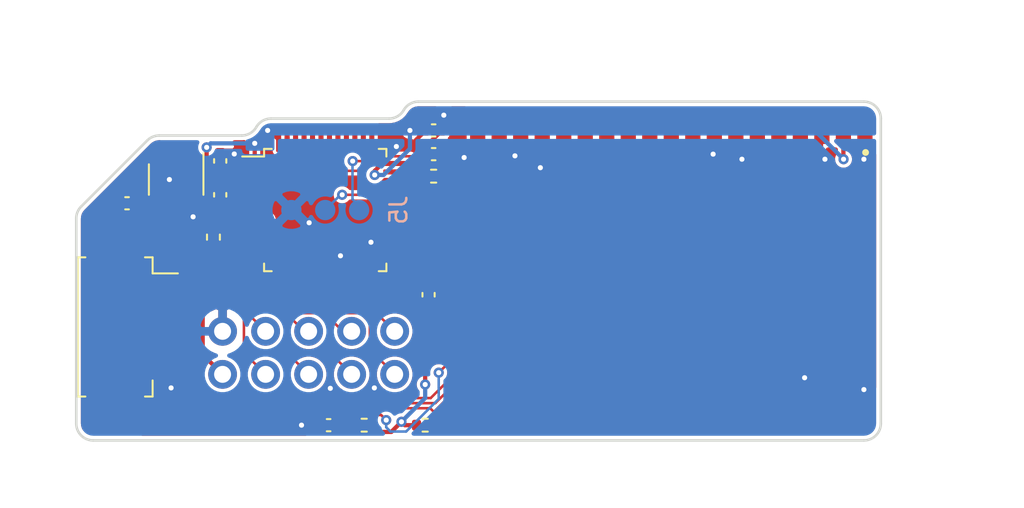
<source format=kicad_pcb>
(kicad_pcb (version 20171130) (host pcbnew 5.1.9+dfsg1-1+deb11u1)

  (general
    (thickness 1.6)
    (drawings 17)
    (tracks 294)
    (zones 0)
    (modules 17)
    (nets 76)
  )

  (page A4)
  (layers
    (0 F.Cu signal)
    (31 B.Cu signal)
    (32 B.Adhes user)
    (33 F.Adhes user)
    (34 B.Paste user)
    (35 F.Paste user)
    (36 B.SilkS user)
    (37 F.SilkS user)
    (38 B.Mask user)
    (39 F.Mask user)
    (40 Dwgs.User user)
    (41 Cmts.User user)
    (42 Eco1.User user)
    (43 Eco2.User user)
    (44 Edge.Cuts user)
    (45 Margin user)
    (46 B.CrtYd user)
    (47 F.CrtYd user)
    (48 B.Fab user)
    (49 F.Fab user)
  )

  (setup
    (last_trace_width 0.15)
    (trace_clearance 0.15)
    (zone_clearance 0.2)
    (zone_45_only no)
    (trace_min 0.15)
    (via_size 0.6)
    (via_drill 0.3)
    (via_min_size 0.4)
    (via_min_drill 0.2)
    (uvia_size 0.3)
    (uvia_drill 0.1)
    (uvias_allowed no)
    (uvia_min_size 0.2)
    (uvia_min_drill 0.1)
    (edge_width 0.15)
    (segment_width 0.2)
    (pcb_text_width 0.3)
    (pcb_text_size 1.5 1.5)
    (mod_edge_width 0.15)
    (mod_text_size 1 1)
    (mod_text_width 0.15)
    (pad_size 1.5 4)
    (pad_drill 0)
    (pad_to_mask_clearance 0)
    (aux_axis_origin 0 0)
    (visible_elements FFFFFF7F)
    (pcbplotparams
      (layerselection 0x010f8_ffffffff)
      (usegerberextensions true)
      (usegerberattributes false)
      (usegerberadvancedattributes false)
      (creategerberjobfile false)
      (excludeedgelayer true)
      (linewidth 0.100000)
      (plotframeref false)
      (viasonmask false)
      (mode 1)
      (useauxorigin false)
      (hpglpennumber 1)
      (hpglpenspeed 20)
      (hpglpendiameter 15.000000)
      (psnegative false)
      (psa4output false)
      (plotreference true)
      (plotvalue true)
      (plotinvisibletext false)
      (padsonsilk false)
      (subtractmaskfromsilk false)
      (outputformat 1)
      (mirror false)
      (drillshape 0)
      (scaleselection 1)
      (outputdirectory "gerb/"))
  )

  (net 0 "")
  (net 1 "Net-(U1-Pad4)")
  (net 2 "Net-(U1-Pad5)")
  (net 3 "Net-(U1-Pad6)")
  (net 4 "Net-(U1-Pad8)")
  (net 5 "Net-(U1-Pad9)")
  (net 6 "Net-(U1-Pad10)")
  (net 7 "Net-(U1-Pad11)")
  (net 8 "Net-(U1-Pad12)")
  (net 9 "Net-(U1-Pad13)")
  (net 10 "Net-(U1-Pad17)")
  (net 11 "Net-(U1-Pad18)")
  (net 12 "Net-(U1-Pad19)")
  (net 13 "Net-(U1-Pad20)")
  (net 14 "Net-(U1-Pad21)")
  (net 15 "Net-(U1-Pad22)")
  (net 16 "Net-(U1-Pad23)")
  (net 17 "Net-(U1-Pad24)")
  (net 18 "Net-(U1-Pad26)")
  (net 19 "Net-(U1-Pad27)")
  (net 20 "Net-(U1-Pad28)")
  (net 21 "Net-(U1-Pad29)")
  (net 22 "Net-(U1-Pad30)")
  (net 23 "Net-(U1-Pad31)")
  (net 24 "Net-(U1-Pad32)")
  (net 25 "Net-(U1-Pad33)")
  (net 26 "Net-(U1-Pad36)")
  (net 27 "Net-(U1-Pad37)")
  (net 28 GND)
  (net 29 3V3)
  (net 30 ESPEN)
  (net 31 ESPRST)
  (net 32 ESPRX)
  (net 33 "Net-(R6-Pad1)")
  (net 34 "Net-(R7-Pad1)")
  (net 35 ESPTX)
  (net 36 STMTX)
  (net 37 STMRX)
  (net 38 SWDIO)
  (net 39 SWDCLK)
  (net 40 "Net-(U1-Pad14)")
  (net 41 "Net-(U3-Pad2)")
  (net 42 "Net-(U3-Pad3)")
  (net 43 5V)
  (net 44 "Net-(U2-Pad4)")
  (net 45 "Net-(U3-Pad4)")
  (net 46 "Net-(U3-Pad5)")
  (net 47 "Net-(U3-Pad6)")
  (net 48 "Net-(U3-Pad18)")
  (net 49 "Net-(U3-Pad19)")
  (net 50 "Net-(U3-Pad20)")
  (net 51 "Net-(U3-Pad21)")
  (net 52 "Net-(U3-Pad22)")
  (net 53 "Net-(U3-Pad25)")
  (net 54 "Net-(U3-Pad26)")
  (net 55 "Net-(U3-Pad27)")
  (net 56 "Net-(U3-Pad28)")
  (net 57 "Net-(U3-Pad29)")
  (net 58 "Net-(U3-Pad32)")
  (net 59 "Net-(U3-Pad33)")
  (net 60 "Net-(U3-Pad38)")
  (net 61 "Net-(U3-Pad39)")
  (net 62 "Net-(U3-Pad40)")
  (net 63 "Net-(U3-Pad41)")
  (net 64 "Net-(U3-Pad42)")
  (net 65 "Net-(U3-Pad43)")
  (net 66 "Net-(U3-Pad45)")
  (net 67 "Net-(U3-Pad46)")
  (net 68 P0)
  (net 69 P1)
  (net 70 P2)
  (net 71 P3)
  (net 72 P4)
  (net 73 P5)
  (net 74 P6)
  (net 75 P7)

  (net_class Default "This is the default net class."
    (clearance 0.15)
    (trace_width 0.15)
    (via_dia 0.6)
    (via_drill 0.3)
    (uvia_dia 0.3)
    (uvia_drill 0.1)
    (add_net ESPEN)
    (add_net ESPRST)
    (add_net ESPRX)
    (add_net ESPTX)
    (add_net "Net-(R6-Pad1)")
    (add_net "Net-(R7-Pad1)")
    (add_net "Net-(U1-Pad10)")
    (add_net "Net-(U1-Pad11)")
    (add_net "Net-(U1-Pad12)")
    (add_net "Net-(U1-Pad13)")
    (add_net "Net-(U1-Pad14)")
    (add_net "Net-(U1-Pad17)")
    (add_net "Net-(U1-Pad18)")
    (add_net "Net-(U1-Pad19)")
    (add_net "Net-(U1-Pad20)")
    (add_net "Net-(U1-Pad21)")
    (add_net "Net-(U1-Pad22)")
    (add_net "Net-(U1-Pad23)")
    (add_net "Net-(U1-Pad24)")
    (add_net "Net-(U1-Pad26)")
    (add_net "Net-(U1-Pad27)")
    (add_net "Net-(U1-Pad28)")
    (add_net "Net-(U1-Pad29)")
    (add_net "Net-(U1-Pad30)")
    (add_net "Net-(U1-Pad31)")
    (add_net "Net-(U1-Pad32)")
    (add_net "Net-(U1-Pad33)")
    (add_net "Net-(U1-Pad36)")
    (add_net "Net-(U1-Pad37)")
    (add_net "Net-(U1-Pad4)")
    (add_net "Net-(U1-Pad5)")
    (add_net "Net-(U1-Pad6)")
    (add_net "Net-(U1-Pad8)")
    (add_net "Net-(U1-Pad9)")
    (add_net "Net-(U2-Pad4)")
    (add_net "Net-(U3-Pad18)")
    (add_net "Net-(U3-Pad19)")
    (add_net "Net-(U3-Pad2)")
    (add_net "Net-(U3-Pad20)")
    (add_net "Net-(U3-Pad21)")
    (add_net "Net-(U3-Pad22)")
    (add_net "Net-(U3-Pad25)")
    (add_net "Net-(U3-Pad26)")
    (add_net "Net-(U3-Pad27)")
    (add_net "Net-(U3-Pad28)")
    (add_net "Net-(U3-Pad29)")
    (add_net "Net-(U3-Pad3)")
    (add_net "Net-(U3-Pad32)")
    (add_net "Net-(U3-Pad33)")
    (add_net "Net-(U3-Pad38)")
    (add_net "Net-(U3-Pad39)")
    (add_net "Net-(U3-Pad4)")
    (add_net "Net-(U3-Pad40)")
    (add_net "Net-(U3-Pad41)")
    (add_net "Net-(U3-Pad42)")
    (add_net "Net-(U3-Pad43)")
    (add_net "Net-(U3-Pad45)")
    (add_net "Net-(U3-Pad46)")
    (add_net "Net-(U3-Pad5)")
    (add_net "Net-(U3-Pad6)")
    (add_net P0)
    (add_net P1)
    (add_net P2)
    (add_net P3)
    (add_net P4)
    (add_net P5)
    (add_net P6)
    (add_net P7)
    (add_net STMRX)
    (add_net STMTX)
    (add_net SWDCLK)
    (add_net SWDIO)
  )

  (net_class bigpower ""
    (clearance 0.15)
    (trace_width 0.75)
    (via_dia 0.6)
    (via_drill 0.3)
    (uvia_dia 0.3)
    (uvia_drill 0.1)
  )

  (net_class power ""
    (clearance 0.2)
    (trace_width 0.25)
    (via_dia 0.6)
    (via_drill 0.3)
    (uvia_dia 0.3)
    (uvia_drill 0.1)
    (add_net 3V3)
    (add_net 5V)
    (add_net GND)
  )

  (net_class smallpower ""
    (clearance 0.15)
    (trace_width 0.2)
    (via_dia 0.6)
    (via_drill 0.3)
    (uvia_dia 0.3)
    (uvia_drill 0.1)
  )

  (module Resistor_SMD:R_0402_1005Metric (layer F.Cu) (tedit 5F68FEEE) (tstamp 64E201D0)
    (at -19.4 -4.6)
    (descr "Resistor SMD 0402 (1005 Metric), square (rectangular) end terminal, IPC_7351 nominal, (Body size source: IPC-SM-782 page 72, https://www.pcb-3d.com/wordpress/wp-content/uploads/ipc-sm-782a_amendment_1_and_2.pdf), generated with kicad-footprint-generator")
    (tags resistor)
    (path /5EFE8183)
    (attr smd)
    (fp_text reference R7 (at 0 -1.17) (layer F.SilkS) hide
      (effects (font (size 1 1) (thickness 0.15)))
    )
    (fp_text value 10k (at 0 1.17) (layer F.Fab)
      (effects (font (size 1 1) (thickness 0.15)))
    )
    (fp_line (start 0.93 0.47) (end -0.93 0.47) (layer F.CrtYd) (width 0.05))
    (fp_line (start 0.93 -0.47) (end 0.93 0.47) (layer F.CrtYd) (width 0.05))
    (fp_line (start -0.93 -0.47) (end 0.93 -0.47) (layer F.CrtYd) (width 0.05))
    (fp_line (start -0.93 0.47) (end -0.93 -0.47) (layer F.CrtYd) (width 0.05))
    (fp_line (start -0.153641 0.38) (end 0.153641 0.38) (layer F.SilkS) (width 0.12))
    (fp_line (start -0.153641 -0.38) (end 0.153641 -0.38) (layer F.SilkS) (width 0.12))
    (fp_line (start 0.525 0.27) (end -0.525 0.27) (layer F.Fab) (width 0.1))
    (fp_line (start 0.525 -0.27) (end 0.525 0.27) (layer F.Fab) (width 0.1))
    (fp_line (start -0.525 -0.27) (end 0.525 -0.27) (layer F.Fab) (width 0.1))
    (fp_line (start -0.525 0.27) (end -0.525 -0.27) (layer F.Fab) (width 0.1))
    (fp_text user %R (at 0 0) (layer F.Fab)
      (effects (font (size 0.26 0.26) (thickness 0.04)))
    )
    (pad 1 smd roundrect (at -0.51 0) (size 0.54 0.64) (layers F.Cu F.Paste F.Mask) (roundrect_rratio 0.25)
      (net 34 "Net-(R7-Pad1)"))
    (pad 2 smd roundrect (at 0.51 0) (size 0.54 0.64) (layers F.Cu F.Paste F.Mask) (roundrect_rratio 0.25)
      (net 28 GND))
    (model ${KISYS3DMOD}/Resistor_SMD.3dshapes/R_0402_1005Metric.wrl
      (at (xyz 0 0 0))
      (scale (xyz 1 1 1))
      (rotate (xyz 0 0 0))
    )
  )

  (module esp32-wrover:XCVR_ESP32-WROVER (layer F.Cu) (tedit 64E13992) (tstamp 64E194D9)
    (at -2.2 1 270)
    (path /5EF3B8F9)
    (attr smd)
    (fp_text reference U1 (at -6.025 -17.135 90) (layer F.SilkS) hide
      (effects (font (size 1 1) (thickness 0.015)))
    )
    (fp_text value ESP32-WROVER (at 0.895 16.665 90) (layer F.Fab)
      (effects (font (size 1 1) (thickness 0.015)))
    )
    (fp_poly (pts (xy 0.17 0.41) (xy 1.5 0.41) (xy 1.5 1.74) (xy 0.17 1.74)) (layer F.Paste) (width 0.01))
    (fp_poly (pts (xy -1.665 0.41) (xy -0.335 0.41) (xy -0.335 1.74) (xy -1.665 1.74)) (layer F.Paste) (width 0.01))
    (fp_poly (pts (xy -3.5 0.41) (xy -2.17 0.41) (xy -2.17 1.74) (xy -3.5 1.74)) (layer F.Paste) (width 0.01))
    (fp_poly (pts (xy -3.5 -3.26) (xy -2.17 -3.26) (xy -2.17 -1.93) (xy -3.5 -1.93)) (layer F.Paste) (width 0.01))
    (fp_poly (pts (xy -1.665 -3.26) (xy -0.335 -3.26) (xy -0.335 -1.93) (xy -1.665 -1.93)) (layer F.Paste) (width 0.01))
    (fp_poly (pts (xy 0.17 -3.26) (xy 1.5 -3.26) (xy 1.5 -1.93) (xy 0.17 -1.93)) (layer F.Paste) (width 0.01))
    (fp_poly (pts (xy 0.17 -1.425) (xy 1.5 -1.425) (xy 1.5 -0.095) (xy 0.17 -0.095)) (layer F.Paste) (width 0.01))
    (fp_poly (pts (xy -3.5 -1.425) (xy -2.17 -1.425) (xy -2.17 -0.095) (xy -3.5 -0.095)) (layer F.Paste) (width 0.01))
    (fp_poly (pts (xy -1.665 -1.425) (xy -0.335 -1.425) (xy -0.335 -0.095) (xy -1.665 -0.095)) (layer F.Paste) (width 0.01))
    (fp_poly (pts (xy 0.17 0.41) (xy 1.5 0.41) (xy 1.5 1.74) (xy 0.17 1.74)) (layer F.Mask) (width 0.01))
    (fp_poly (pts (xy -1.665 0.41) (xy -0.335 0.41) (xy -0.335 1.74) (xy -1.665 1.74)) (layer F.Mask) (width 0.01))
    (fp_poly (pts (xy -3.5 0.41) (xy -2.17 0.41) (xy -2.17 1.74) (xy -3.5 1.74)) (layer F.Mask) (width 0.01))
    (fp_poly (pts (xy -3.5 -3.26) (xy -2.17 -3.26) (xy -2.17 -1.93) (xy -3.5 -1.93)) (layer F.Mask) (width 0.01))
    (fp_poly (pts (xy -1.665 -3.26) (xy -0.335 -3.26) (xy -0.335 -1.93) (xy -1.665 -1.93)) (layer F.Mask) (width 0.01))
    (fp_poly (pts (xy 0.17 -3.26) (xy 1.5 -3.26) (xy 1.5 -1.93) (xy 0.17 -1.93)) (layer F.Mask) (width 0.01))
    (fp_poly (pts (xy 0.17 -1.425) (xy 1.5 -1.425) (xy 1.5 -0.095) (xy 0.17 -0.095)) (layer F.Mask) (width 0.01))
    (fp_poly (pts (xy -3.5 -1.425) (xy -2.17 -1.425) (xy -2.17 -0.095) (xy -3.5 -0.095)) (layer F.Mask) (width 0.01))
    (fp_poly (pts (xy -1.665 -1.425) (xy -0.335 -1.425) (xy -0.335 -0.095) (xy -1.665 -0.095)) (layer F.Mask) (width 0.01))
    (fp_line (start -9.75 -15.95) (end 9.75 -15.95) (layer F.CrtYd) (width 0.05))
    (fp_circle (center -7.1 -8.3) (end -7 -8.3) (layer F.Fab) (width 0.2))
    (fp_circle (center -7 -8.3) (end -6.9 -8.3) (layer F.SilkS) (width 0.2))
    (fp_line (start 9.75 15.95) (end 9.75 -15.95) (layer F.CrtYd) (width 0.05))
    (fp_line (start -9.75 15.95) (end 9.75 15.95) (layer F.CrtYd) (width 0.05))
    (fp_line (start -9.75 -15.95) (end -9.75 15.95) (layer F.CrtYd) (width 0.05))
    (fp_line (start -9 -9.4) (end 9 -9.4) (layer F.Fab) (width 0.127))
    (fp_line (start 9 -9.4) (end 9 15.7) (layer F.Fab) (width 0.127))
    (fp_line (start 9 -15.7) (end 9 -9.4) (layer F.Fab) (width 0.127))
    (fp_line (start 9 15.7) (end -9 15.7) (layer F.Fab) (width 0.127))
    (fp_line (start -9 -15.7) (end 9 -15.7) (layer F.Fab) (width 0.127))
    (fp_line (start -9 -9.4) (end -9 -15.7) (layer F.Fab) (width 0.127))
    (fp_line (start -9 15.7) (end -9 -9.4) (layer F.Fab) (width 0.127))
    (fp_text user ANTENNA (at -3.7 -11.9 90) (layer F.Fab)
      (effects (font (size 1 1) (thickness 0.015)))
    )
    (pad 1 smd rect (at -8.500001 -8.26 270) (size 2 0.9) (layers F.Cu F.Paste F.Mask)
      (net 28 GND))
    (pad 2 smd rect (at -8.5 -6.99 270) (size 2 0.9) (layers F.Cu F.Paste F.Mask)
      (net 29 3V3))
    (pad 3 smd rect (at -8.5 -5.72 270) (size 2 0.9) (layers F.Cu F.Paste F.Mask)
      (net 30 ESPEN))
    (pad 4 smd rect (at -8.5 -4.45 270) (size 2 0.9) (layers F.Cu F.Paste F.Mask)
      (net 1 "Net-(U1-Pad4)"))
    (pad 5 smd rect (at -8.5 -3.18 270) (size 2 0.9) (layers F.Cu F.Paste F.Mask)
      (net 2 "Net-(U1-Pad5)"))
    (pad 6 smd rect (at -8.500001 -1.91 270) (size 2 0.9) (layers F.Cu F.Paste F.Mask)
      (net 3 "Net-(U1-Pad6)"))
    (pad 7 smd rect (at -8.5 -0.64 270) (size 2 0.9) (layers F.Cu F.Paste F.Mask)
      (net 36 STMTX))
    (pad 8 smd rect (at -8.5 0.63 270) (size 2 0.9) (layers F.Cu F.Paste F.Mask)
      (net 4 "Net-(U1-Pad8)"))
    (pad 9 smd rect (at -8.500001 1.9 270) (size 2 0.9) (layers F.Cu F.Paste F.Mask)
      (net 5 "Net-(U1-Pad9)"))
    (pad 10 smd rect (at -8.5 3.17 270) (size 2 0.9) (layers F.Cu F.Paste F.Mask)
      (net 6 "Net-(U1-Pad10)"))
    (pad 11 smd rect (at -8.500001 4.44 270) (size 2 0.9) (layers F.Cu F.Paste F.Mask)
      (net 7 "Net-(U1-Pad11)"))
    (pad 12 smd rect (at -8.5 5.71 270) (size 2 0.9) (layers F.Cu F.Paste F.Mask)
      (net 8 "Net-(U1-Pad12)"))
    (pad 13 smd rect (at -8.5 6.98 270) (size 2 0.9) (layers F.Cu F.Paste F.Mask)
      (net 9 "Net-(U1-Pad13)"))
    (pad 14 smd rect (at -8.500001 8.25 270) (size 2 0.9) (layers F.Cu F.Paste F.Mask)
      (net 40 "Net-(U1-Pad14)"))
    (pad 15 smd rect (at -8.5 9.52 270) (size 2 0.9) (layers F.Cu F.Paste F.Mask)
      (net 28 GND))
    (pad 16 smd rect (at -8.5 10.79 270) (size 2 0.9) (layers F.Cu F.Paste F.Mask)
      (net 37 STMRX))
    (pad 17 smd rect (at -8.5 12.06 270) (size 2 0.9) (layers F.Cu F.Paste F.Mask)
      (net 10 "Net-(U1-Pad17)"))
    (pad 18 smd rect (at -8.5 13.33 270) (size 2 0.9) (layers F.Cu F.Paste F.Mask)
      (net 11 "Net-(U1-Pad18)"))
    (pad 19 smd rect (at -8.500001 14.6 270) (size 2 0.9) (layers F.Cu F.Paste F.Mask)
      (net 12 "Net-(U1-Pad19)"))
    (pad 20 smd rect (at 8.5 14.600001 270) (size 2 0.9) (layers F.Cu F.Paste F.Mask)
      (net 13 "Net-(U1-Pad20)"))
    (pad 21 smd rect (at 8.499999 13.329999 270) (size 2 0.9) (layers F.Cu F.Paste F.Mask)
      (net 14 "Net-(U1-Pad21)"))
    (pad 22 smd rect (at 8.500001 12.059999 270) (size 2 0.9) (layers F.Cu F.Paste F.Mask)
      (net 15 "Net-(U1-Pad22)"))
    (pad 23 smd rect (at 8.5 10.79 270) (size 2 0.9) (layers F.Cu F.Paste F.Mask)
      (net 16 "Net-(U1-Pad23)"))
    (pad 24 smd rect (at 8.5 9.52 270) (size 2 0.9) (layers F.Cu F.Paste F.Mask)
      (net 17 "Net-(U1-Pad24)"))
    (pad 25 smd rect (at 8.500001 8.25 270) (size 2 0.9) (layers F.Cu F.Paste F.Mask)
      (net 31 ESPRST))
    (pad 26 smd rect (at 8.5 6.98 270) (size 2 0.9) (layers F.Cu F.Paste F.Mask)
      (net 18 "Net-(U1-Pad26)"))
    (pad 27 smd rect (at 8.5 5.71 270) (size 2 0.9) (layers F.Cu F.Paste F.Mask)
      (net 19 "Net-(U1-Pad27)"))
    (pad 28 smd rect (at 8.500001 4.44 270) (size 2 0.9) (layers F.Cu F.Paste F.Mask)
      (net 20 "Net-(U1-Pad28)"))
    (pad 29 smd rect (at 8.5 3.17 270) (size 2 0.9) (layers F.Cu F.Paste F.Mask)
      (net 21 "Net-(U1-Pad29)"))
    (pad 30 smd rect (at 8.500001 1.9 270) (size 2 0.9) (layers F.Cu F.Paste F.Mask)
      (net 22 "Net-(U1-Pad30)"))
    (pad 31 smd rect (at 8.5 0.63 270) (size 2 0.9) (layers F.Cu F.Paste F.Mask)
      (net 23 "Net-(U1-Pad31)"))
    (pad 32 smd rect (at 8.5 -0.64 270) (size 2 0.9) (layers F.Cu F.Paste F.Mask)
      (net 24 "Net-(U1-Pad32)"))
    (pad 33 smd rect (at 8.500001 -1.91 270) (size 2 0.9) (layers F.Cu F.Paste F.Mask)
      (net 25 "Net-(U1-Pad33)"))
    (pad 34 smd rect (at 8.5 -3.18 270) (size 2 0.9) (layers F.Cu F.Paste F.Mask)
      (net 32 ESPRX))
    (pad 35 smd rect (at 8.5 -4.45 270) (size 2 0.9) (layers F.Cu F.Paste F.Mask)
      (net 35 ESPTX))
    (pad 36 smd rect (at 8.5 -5.72 270) (size 2 0.9) (layers F.Cu F.Paste F.Mask)
      (net 26 "Net-(U1-Pad36)"))
    (pad 37 smd rect (at 8.5 -6.99 270) (size 2 0.9) (layers F.Cu F.Paste F.Mask)
      (net 27 "Net-(U1-Pad37)"))
    (pad 38 smd rect (at 8.500001 -8.26 270) (size 2 0.9) (layers F.Cu F.Paste F.Mask)
      (net 28 GND))
    (pad 39 smd rect (at -1 -0.76 270) (size 5 5) (layers F.Cu F.Mask)
      (net 28 GND))
  )

  (module Connector_PinHeader_2.54mm:PinHeader_2x05_P2.54mm_Vertical (layer F.Cu) (tedit 64E132DA) (tstamp 64E18D75)
    (at -31.86 7.1 90)
    (descr "Through hole straight pin header, 2x05, 2.54mm pitch, double rows")
    (tags "Through hole pin header THT 2x05 2.54mm double row")
    (path /64F1FC83)
    (fp_text reference J1 (at 1.27 -2.33 90) (layer F.SilkS) hide
      (effects (font (size 1 1) (thickness 0.15)))
    )
    (fp_text value Conn_02x05_Odd_Even (at 1.27 12.49 90) (layer F.Fab)
      (effects (font (size 1 1) (thickness 0.15)))
    )
    (pad 1 thru_hole circle (at 0 0 90) (size 1.7 1.7) (drill 1) (layers *.Cu *.Mask)
      (net 43 5V))
    (pad 2 thru_hole oval (at 2.54 0 90) (size 1.7 1.7) (drill 1) (layers *.Cu *.Mask)
      (net 28 GND))
    (pad 3 thru_hole oval (at 0 2.54 90) (size 1.7 1.7) (drill 1) (layers *.Cu *.Mask)
      (net 68 P0))
    (pad 4 thru_hole oval (at 2.54 2.54 90) (size 1.7 1.7) (drill 1) (layers *.Cu *.Mask)
      (net 69 P1))
    (pad 5 thru_hole oval (at 0 5.08 90) (size 1.7 1.7) (drill 1) (layers *.Cu *.Mask)
      (net 70 P2))
    (pad 6 thru_hole oval (at 2.54 5.08 90) (size 1.7 1.7) (drill 1) (layers *.Cu *.Mask)
      (net 71 P3))
    (pad 7 thru_hole oval (at 0 7.62 90) (size 1.7 1.7) (drill 1) (layers *.Cu *.Mask)
      (net 72 P4))
    (pad 8 thru_hole oval (at 2.54 7.62 90) (size 1.7 1.7) (drill 1) (layers *.Cu *.Mask)
      (net 73 P5))
    (pad 9 thru_hole oval (at 0 10.16 90) (size 1.7 1.7) (drill 1) (layers *.Cu *.Mask)
      (net 74 P6))
    (pad 10 thru_hole oval (at 2.54 10.16 90) (size 1.7 1.7) (drill 1) (layers *.Cu *.Mask)
      (net 75 P7))
  )

  (module Connector_Molex:Molex_PicoBlade_53261-0571_1x05-1MP_P1.25mm_Horizontal (layer F.Cu) (tedit 5B78AD89) (tstamp 64E2A09B)
    (at -37.7 4.3 270)
    (descr "Molex PicoBlade series connector, 53261-0571 (http://www.molex.com/pdm_docs/sd/532610271_sd.pdf), generated with kicad-footprint-generator")
    (tags "connector Molex PicoBlade top entry")
    (path /64FD1AF7)
    (attr smd)
    (fp_text reference J2 (at 0 -4.4 90) (layer F.SilkS) hide
      (effects (font (size 1 1) (thickness 0.15)))
    )
    (fp_text value Conn_01x05_Male (at 0 3.8 90) (layer F.Fab)
      (effects (font (size 1 1) (thickness 0.15)))
    )
    (fp_line (start -2.5 -0.892893) (end -2 -1.6) (layer F.Fab) (width 0.1))
    (fp_line (start -3 -1.6) (end -2.5 -0.892893) (layer F.Fab) (width 0.1))
    (fp_line (start 6.6 -3.7) (end -6.6 -3.7) (layer F.CrtYd) (width 0.05))
    (fp_line (start 6.6 3.1) (end 6.6 -3.7) (layer F.CrtYd) (width 0.05))
    (fp_line (start -6.6 3.1) (end 6.6 3.1) (layer F.CrtYd) (width 0.05))
    (fp_line (start -6.6 -3.7) (end -6.6 3.1) (layer F.CrtYd) (width 0.05))
    (fp_line (start 5.5 2.2) (end 4 2.2) (layer F.Fab) (width 0.1))
    (fp_line (start 5.5 1.6) (end 5.5 2.2) (layer F.Fab) (width 0.1))
    (fp_line (start 5.7 1.4) (end 5.5 1.6) (layer F.Fab) (width 0.1))
    (fp_line (start 5.7 -0.4) (end 5.7 1.4) (layer F.Fab) (width 0.1))
    (fp_line (start 5.5 -0.6) (end 5.7 -0.4) (layer F.Fab) (width 0.1))
    (fp_line (start 4 -0.6) (end 5.5 -0.6) (layer F.Fab) (width 0.1))
    (fp_line (start -5.5 2.2) (end -4 2.2) (layer F.Fab) (width 0.1))
    (fp_line (start -5.5 1.6) (end -5.5 2.2) (layer F.Fab) (width 0.1))
    (fp_line (start -5.7 1.4) (end -5.5 1.6) (layer F.Fab) (width 0.1))
    (fp_line (start -5.7 -0.4) (end -5.7 1.4) (layer F.Fab) (width 0.1))
    (fp_line (start -5.5 -0.6) (end -5.7 -0.4) (layer F.Fab) (width 0.1))
    (fp_line (start -4 -0.6) (end -5.5 -0.6) (layer F.Fab) (width 0.1))
    (fp_line (start 4 -1.6) (end 4 2.6) (layer F.Fab) (width 0.1))
    (fp_line (start -4 -1.6) (end -4 2.6) (layer F.Fab) (width 0.1))
    (fp_line (start -4 2.6) (end 4 2.6) (layer F.Fab) (width 0.1))
    (fp_line (start 4.11 2.71) (end 4.11 2.26) (layer F.SilkS) (width 0.12))
    (fp_line (start -4.11 2.71) (end 4.11 2.71) (layer F.SilkS) (width 0.12))
    (fp_line (start -4.11 2.26) (end -4.11 2.71) (layer F.SilkS) (width 0.12))
    (fp_line (start 4.11 -1.71) (end 3.16 -1.71) (layer F.SilkS) (width 0.12))
    (fp_line (start 4.11 -1.26) (end 4.11 -1.71) (layer F.SilkS) (width 0.12))
    (fp_line (start -3.16 -1.71) (end -3.16 -3.2) (layer F.SilkS) (width 0.12))
    (fp_line (start -4.11 -1.71) (end -3.16 -1.71) (layer F.SilkS) (width 0.12))
    (fp_line (start -4.11 -1.26) (end -4.11 -1.71) (layer F.SilkS) (width 0.12))
    (fp_line (start -4 -1.6) (end 4 -1.6) (layer F.Fab) (width 0.1))
    (fp_text user %R (at 0 1.9 90) (layer F.Fab)
      (effects (font (size 1 1) (thickness 0.15)))
    )
    (pad MP smd roundrect (at 5.05 0.5 270) (size 2.1 3) (layers F.Cu F.Paste F.Mask) (roundrect_rratio 0.119047619047619))
    (pad MP smd roundrect (at -5.05 0.5 270) (size 2.1 3) (layers F.Cu F.Paste F.Mask) (roundrect_rratio 0.119047619047619))
    (pad 5 smd roundrect (at 2.5 -2.4 270) (size 0.8 1.6) (layers F.Cu F.Paste F.Mask) (roundrect_rratio 0.25)
      (net 28 GND))
    (pad 4 smd roundrect (at 1.25 -2.4 270) (size 0.8 1.6) (layers F.Cu F.Paste F.Mask) (roundrect_rratio 0.25)
      (net 31 ESPRST))
    (pad 3 smd roundrect (at 0 -2.4 270) (size 0.8 1.6) (layers F.Cu F.Paste F.Mask) (roundrect_rratio 0.25)
      (net 30 ESPEN))
    (pad 2 smd roundrect (at -1.25 -2.4 270) (size 0.8 1.6) (layers F.Cu F.Paste F.Mask) (roundrect_rratio 0.25)
      (net 32 ESPRX))
    (pad 1 smd roundrect (at -2.5 -2.4 270) (size 0.8 1.6) (layers F.Cu F.Paste F.Mask) (roundrect_rratio 0.25)
      (net 35 ESPTX))
    (model ${KISYS3DMOD}/Connector_Molex.3dshapes/Molex_PicoBlade_53261-0571_1x05-1MP_P1.25mm_Horizontal.wrl
      (at (xyz 0 0 0))
      (scale (xyz 1 1 1))
      (rotate (xyz 0 0 0))
    )
  )

  (module Connector_PinHeader_2.54mm:PinHeader_1x03_P2.54mm_Vertical (layer B.Cu) (tedit 64E12E38) (tstamp 64E28DB5)
    (at -23.8 -2.6 90)
    (descr "Through hole straight pin header, 1x03, 2.54mm pitch, single row")
    (tags "Through hole pin header THT 1x03 2.54mm single row")
    (path /6142A2C3)
    (fp_text reference J5 (at 0 2.33 90) (layer B.SilkS)
      (effects (font (size 1 1) (thickness 0.15)) (justify mirror))
    )
    (fp_text value Conn_01x03_Male (at 0 -7.41 90) (layer B.Fab)
      (effects (font (size 1 1) (thickness 0.15)) (justify mirror))
    )
    (pad 1 smd circle (at 0 0 90) (size 1.2 1.2) (layers B.Cu B.Paste B.Mask)
      (net 39 SWDCLK))
    (pad 2 smd circle (at 0 -2 90) (size 1.2 1.2) (layers B.Cu B.Paste B.Mask)
      (net 38 SWDIO))
    (pad 3 smd circle (at 0 -4 90) (size 1.2 1.2) (layers B.Cu B.Paste B.Mask)
      (net 28 GND))
  )

  (module Capacitor_SMD:C_0402_1005Metric (layer F.Cu) (tedit 5F68FEEE) (tstamp 64E18CEF)
    (at -37.5 -3)
    (descr "Capacitor SMD 0402 (1005 Metric), square (rectangular) end terminal, IPC_7351 nominal, (Body size source: IPC-SM-782 page 76, https://www.pcb-3d.com/wordpress/wp-content/uploads/ipc-sm-782a_amendment_1_and_2.pdf), generated with kicad-footprint-generator")
    (tags capacitor)
    (path /64F4E33A)
    (attr smd)
    (fp_text reference C2 (at 0 -1.16) (layer F.SilkS) hide
      (effects (font (size 1 1) (thickness 0.15)))
    )
    (fp_text value 1uF (at 0 1.16) (layer F.Fab)
      (effects (font (size 1 1) (thickness 0.15)))
    )
    (fp_line (start -0.5 0.25) (end -0.5 -0.25) (layer F.Fab) (width 0.1))
    (fp_line (start -0.5 -0.25) (end 0.5 -0.25) (layer F.Fab) (width 0.1))
    (fp_line (start 0.5 -0.25) (end 0.5 0.25) (layer F.Fab) (width 0.1))
    (fp_line (start 0.5 0.25) (end -0.5 0.25) (layer F.Fab) (width 0.1))
    (fp_line (start -0.107836 -0.36) (end 0.107836 -0.36) (layer F.SilkS) (width 0.12))
    (fp_line (start -0.107836 0.36) (end 0.107836 0.36) (layer F.SilkS) (width 0.12))
    (fp_line (start -0.91 0.46) (end -0.91 -0.46) (layer F.CrtYd) (width 0.05))
    (fp_line (start -0.91 -0.46) (end 0.91 -0.46) (layer F.CrtYd) (width 0.05))
    (fp_line (start 0.91 -0.46) (end 0.91 0.46) (layer F.CrtYd) (width 0.05))
    (fp_line (start 0.91 0.46) (end -0.91 0.46) (layer F.CrtYd) (width 0.05))
    (fp_text user %R (at 0 0) (layer F.Fab)
      (effects (font (size 0.25 0.25) (thickness 0.04)))
    )
    (pad 2 smd roundrect (at 0.48 0) (size 0.56 0.62) (layers F.Cu F.Paste F.Mask) (roundrect_rratio 0.25)
      (net 28 GND))
    (pad 1 smd roundrect (at -0.48 0) (size 0.56 0.62) (layers F.Cu F.Paste F.Mask) (roundrect_rratio 0.25)
      (net 43 5V))
    (model ${KISYS3DMOD}/Capacitor_SMD.3dshapes/C_0402_1005Metric.wrl
      (at (xyz 0 0 0))
      (scale (xyz 1 1 1))
      (rotate (xyz 0 0 0))
    )
  )

  (module Capacitor_SMD:C_0402_1005Metric (layer F.Cu) (tedit 5F68FEEE) (tstamp 64E18D00)
    (at -32 -3.5 270)
    (descr "Capacitor SMD 0402 (1005 Metric), square (rectangular) end terminal, IPC_7351 nominal, (Body size source: IPC-SM-782 page 76, https://www.pcb-3d.com/wordpress/wp-content/uploads/ipc-sm-782a_amendment_1_and_2.pdf), generated with kicad-footprint-generator")
    (tags capacitor)
    (path /64F5F0FA)
    (attr smd)
    (fp_text reference C3 (at 0 -1.16 90) (layer F.SilkS) hide
      (effects (font (size 1 1) (thickness 0.15)))
    )
    (fp_text value 1uF (at 0 1.16 90) (layer F.Fab)
      (effects (font (size 1 1) (thickness 0.15)))
    )
    (fp_line (start 0.91 0.46) (end -0.91 0.46) (layer F.CrtYd) (width 0.05))
    (fp_line (start 0.91 -0.46) (end 0.91 0.46) (layer F.CrtYd) (width 0.05))
    (fp_line (start -0.91 -0.46) (end 0.91 -0.46) (layer F.CrtYd) (width 0.05))
    (fp_line (start -0.91 0.46) (end -0.91 -0.46) (layer F.CrtYd) (width 0.05))
    (fp_line (start -0.107836 0.36) (end 0.107836 0.36) (layer F.SilkS) (width 0.12))
    (fp_line (start -0.107836 -0.36) (end 0.107836 -0.36) (layer F.SilkS) (width 0.12))
    (fp_line (start 0.5 0.25) (end -0.5 0.25) (layer F.Fab) (width 0.1))
    (fp_line (start 0.5 -0.25) (end 0.5 0.25) (layer F.Fab) (width 0.1))
    (fp_line (start -0.5 -0.25) (end 0.5 -0.25) (layer F.Fab) (width 0.1))
    (fp_line (start -0.5 0.25) (end -0.5 -0.25) (layer F.Fab) (width 0.1))
    (fp_text user %R (at 0 0 90) (layer F.Fab)
      (effects (font (size 0.25 0.25) (thickness 0.04)))
    )
    (pad 1 smd roundrect (at -0.48 0 270) (size 0.56 0.62) (layers F.Cu F.Paste F.Mask) (roundrect_rratio 0.25)
      (net 29 3V3))
    (pad 2 smd roundrect (at 0.48 0 270) (size 0.56 0.62) (layers F.Cu F.Paste F.Mask) (roundrect_rratio 0.25)
      (net 28 GND))
    (model ${KISYS3DMOD}/Capacitor_SMD.3dshapes/C_0402_1005Metric.wrl
      (at (xyz 0 0 0))
      (scale (xyz 1 1 1))
      (rotate (xyz 0 0 0))
    )
  )

  (module Capacitor_SMD:C_0402_1005Metric (layer F.Cu) (tedit 5F68FEEE) (tstamp 64E18D11)
    (at -19.7 2.4 270)
    (descr "Capacitor SMD 0402 (1005 Metric), square (rectangular) end terminal, IPC_7351 nominal, (Body size source: IPC-SM-782 page 76, https://www.pcb-3d.com/wordpress/wp-content/uploads/ipc-sm-782a_amendment_1_and_2.pdf), generated with kicad-footprint-generator")
    (tags capacitor)
    (path /5EFF7578)
    (attr smd)
    (fp_text reference C5 (at 0 -1.16 90) (layer F.SilkS) hide
      (effects (font (size 1 1) (thickness 0.15)))
    )
    (fp_text value 100nF (at 0 1.16 90) (layer F.Fab)
      (effects (font (size 1 1) (thickness 0.15)))
    )
    (fp_line (start 0.91 0.46) (end -0.91 0.46) (layer F.CrtYd) (width 0.05))
    (fp_line (start 0.91 -0.46) (end 0.91 0.46) (layer F.CrtYd) (width 0.05))
    (fp_line (start -0.91 -0.46) (end 0.91 -0.46) (layer F.CrtYd) (width 0.05))
    (fp_line (start -0.91 0.46) (end -0.91 -0.46) (layer F.CrtYd) (width 0.05))
    (fp_line (start -0.107836 0.36) (end 0.107836 0.36) (layer F.SilkS) (width 0.12))
    (fp_line (start -0.107836 -0.36) (end 0.107836 -0.36) (layer F.SilkS) (width 0.12))
    (fp_line (start 0.5 0.25) (end -0.5 0.25) (layer F.Fab) (width 0.1))
    (fp_line (start 0.5 -0.25) (end 0.5 0.25) (layer F.Fab) (width 0.1))
    (fp_line (start -0.5 -0.25) (end 0.5 -0.25) (layer F.Fab) (width 0.1))
    (fp_line (start -0.5 0.25) (end -0.5 -0.25) (layer F.Fab) (width 0.1))
    (fp_text user %R (at 0 0 90) (layer F.Fab)
      (effects (font (size 0.25 0.25) (thickness 0.04)))
    )
    (pad 1 smd roundrect (at -0.48 0 270) (size 0.56 0.62) (layers F.Cu F.Paste F.Mask) (roundrect_rratio 0.25)
      (net 29 3V3))
    (pad 2 smd roundrect (at 0.48 0 270) (size 0.56 0.62) (layers F.Cu F.Paste F.Mask) (roundrect_rratio 0.25)
      (net 28 GND))
    (model ${KISYS3DMOD}/Capacitor_SMD.3dshapes/C_0402_1005Metric.wrl
      (at (xyz 0 0 0))
      (scale (xyz 1 1 1))
      (rotate (xyz 0 0 0))
    )
  )

  (module Capacitor_SMD:C_0402_1005Metric (layer F.Cu) (tedit 5F68FEEE) (tstamp 64E1DD37)
    (at -25.6 10.1 180)
    (descr "Capacitor SMD 0402 (1005 Metric), square (rectangular) end terminal, IPC_7351 nominal, (Body size source: IPC-SM-782 page 76, https://www.pcb-3d.com/wordpress/wp-content/uploads/ipc-sm-782a_amendment_1_and_2.pdf), generated with kicad-footprint-generator")
    (tags capacitor)
    (path /5EFEC07D)
    (attr smd)
    (fp_text reference C7 (at 0 -1.16) (layer F.SilkS) hide
      (effects (font (size 1 1) (thickness 0.15)))
    )
    (fp_text value 1uF (at 0 1.16) (layer F.Fab)
      (effects (font (size 1 1) (thickness 0.15)))
    )
    (fp_line (start -0.5 0.25) (end -0.5 -0.25) (layer F.Fab) (width 0.1))
    (fp_line (start -0.5 -0.25) (end 0.5 -0.25) (layer F.Fab) (width 0.1))
    (fp_line (start 0.5 -0.25) (end 0.5 0.25) (layer F.Fab) (width 0.1))
    (fp_line (start 0.5 0.25) (end -0.5 0.25) (layer F.Fab) (width 0.1))
    (fp_line (start -0.107836 -0.36) (end 0.107836 -0.36) (layer F.SilkS) (width 0.12))
    (fp_line (start -0.107836 0.36) (end 0.107836 0.36) (layer F.SilkS) (width 0.12))
    (fp_line (start -0.91 0.46) (end -0.91 -0.46) (layer F.CrtYd) (width 0.05))
    (fp_line (start -0.91 -0.46) (end 0.91 -0.46) (layer F.CrtYd) (width 0.05))
    (fp_line (start 0.91 -0.46) (end 0.91 0.46) (layer F.CrtYd) (width 0.05))
    (fp_line (start 0.91 0.46) (end -0.91 0.46) (layer F.CrtYd) (width 0.05))
    (fp_text user %R (at 0 0) (layer F.Fab)
      (effects (font (size 0.25 0.25) (thickness 0.04)))
    )
    (pad 2 smd roundrect (at 0.48 0 180) (size 0.56 0.62) (layers F.Cu F.Paste F.Mask) (roundrect_rratio 0.25)
      (net 28 GND))
    (pad 1 smd roundrect (at -0.48 0 180) (size 0.56 0.62) (layers F.Cu F.Paste F.Mask) (roundrect_rratio 0.25)
      (net 30 ESPEN))
    (model ${KISYS3DMOD}/Capacitor_SMD.3dshapes/C_0402_1005Metric.wrl
      (at (xyz 0 0 0))
      (scale (xyz 1 1 1))
      (rotate (xyz 0 0 0))
    )
  )

  (module Capacitor_SMD:C_0402_1005Metric (layer F.Cu) (tedit 5F68FEEE) (tstamp 64E18D33)
    (at -32 -5.5 90)
    (descr "Capacitor SMD 0402 (1005 Metric), square (rectangular) end terminal, IPC_7351 nominal, (Body size source: IPC-SM-782 page 76, https://www.pcb-3d.com/wordpress/wp-content/uploads/ipc-sm-782a_amendment_1_and_2.pdf), generated with kicad-footprint-generator")
    (tags capacitor)
    (path /5EFEF351)
    (attr smd)
    (fp_text reference C8 (at 0 -1.16 90) (layer F.SilkS) hide
      (effects (font (size 1 1) (thickness 0.15)))
    )
    (fp_text value 100nF (at 0 1.16 90) (layer F.Fab)
      (effects (font (size 1 1) (thickness 0.15)))
    )
    (fp_line (start 0.91 0.46) (end -0.91 0.46) (layer F.CrtYd) (width 0.05))
    (fp_line (start 0.91 -0.46) (end 0.91 0.46) (layer F.CrtYd) (width 0.05))
    (fp_line (start -0.91 -0.46) (end 0.91 -0.46) (layer F.CrtYd) (width 0.05))
    (fp_line (start -0.91 0.46) (end -0.91 -0.46) (layer F.CrtYd) (width 0.05))
    (fp_line (start -0.107836 0.36) (end 0.107836 0.36) (layer F.SilkS) (width 0.12))
    (fp_line (start -0.107836 -0.36) (end 0.107836 -0.36) (layer F.SilkS) (width 0.12))
    (fp_line (start 0.5 0.25) (end -0.5 0.25) (layer F.Fab) (width 0.1))
    (fp_line (start 0.5 -0.25) (end 0.5 0.25) (layer F.Fab) (width 0.1))
    (fp_line (start -0.5 -0.25) (end 0.5 -0.25) (layer F.Fab) (width 0.1))
    (fp_line (start -0.5 0.25) (end -0.5 -0.25) (layer F.Fab) (width 0.1))
    (fp_text user %R (at 0 0 90) (layer F.Fab)
      (effects (font (size 0.25 0.25) (thickness 0.04)))
    )
    (pad 1 smd roundrect (at -0.48 0 90) (size 0.56 0.62) (layers F.Cu F.Paste F.Mask) (roundrect_rratio 0.25)
      (net 29 3V3))
    (pad 2 smd roundrect (at 0.48 0 90) (size 0.56 0.62) (layers F.Cu F.Paste F.Mask) (roundrect_rratio 0.25)
      (net 28 GND))
    (model ${KISYS3DMOD}/Capacitor_SMD.3dshapes/C_0402_1005Metric.wrl
      (at (xyz 0 0 0))
      (scale (xyz 1 1 1))
      (rotate (xyz 0 0 0))
    )
  )

  (module Resistor_SMD:R_0402_1005Metric (layer F.Cu) (tedit 5F68FEEE) (tstamp 64E18D9D)
    (at -23.5 10.1 180)
    (descr "Resistor SMD 0402 (1005 Metric), square (rectangular) end terminal, IPC_7351 nominal, (Body size source: IPC-SM-782 page 72, https://www.pcb-3d.com/wordpress/wp-content/uploads/ipc-sm-782a_amendment_1_and_2.pdf), generated with kicad-footprint-generator")
    (tags resistor)
    (path /5F05100B)
    (attr smd)
    (fp_text reference R5 (at 0 -1.17) (layer F.SilkS) hide
      (effects (font (size 1 1) (thickness 0.15)))
    )
    (fp_text value 10k (at 0 1.17) (layer F.Fab)
      (effects (font (size 1 1) (thickness 0.15)))
    )
    (fp_line (start 0.93 0.47) (end -0.93 0.47) (layer F.CrtYd) (width 0.05))
    (fp_line (start 0.93 -0.47) (end 0.93 0.47) (layer F.CrtYd) (width 0.05))
    (fp_line (start -0.93 -0.47) (end 0.93 -0.47) (layer F.CrtYd) (width 0.05))
    (fp_line (start -0.93 0.47) (end -0.93 -0.47) (layer F.CrtYd) (width 0.05))
    (fp_line (start -0.153641 0.38) (end 0.153641 0.38) (layer F.SilkS) (width 0.12))
    (fp_line (start -0.153641 -0.38) (end 0.153641 -0.38) (layer F.SilkS) (width 0.12))
    (fp_line (start 0.525 0.27) (end -0.525 0.27) (layer F.Fab) (width 0.1))
    (fp_line (start 0.525 -0.27) (end 0.525 0.27) (layer F.Fab) (width 0.1))
    (fp_line (start -0.525 -0.27) (end 0.525 -0.27) (layer F.Fab) (width 0.1))
    (fp_line (start -0.525 0.27) (end -0.525 -0.27) (layer F.Fab) (width 0.1))
    (fp_text user %R (at 0 0) (layer F.Fab)
      (effects (font (size 0.26 0.26) (thickness 0.04)))
    )
    (pad 1 smd roundrect (at -0.51 0 180) (size 0.54 0.64) (layers F.Cu F.Paste F.Mask) (roundrect_rratio 0.25)
      (net 29 3V3))
    (pad 2 smd roundrect (at 0.51 0 180) (size 0.54 0.64) (layers F.Cu F.Paste F.Mask) (roundrect_rratio 0.25)
      (net 30 ESPEN))
    (model ${KISYS3DMOD}/Resistor_SMD.3dshapes/R_0402_1005Metric.wrl
      (at (xyz 0 0 0))
      (scale (xyz 1 1 1))
      (rotate (xyz 0 0 0))
    )
  )

  (module Resistor_SMD:R_0402_1005Metric (layer F.Cu) (tedit 5F68FEEE) (tstamp 64E18DAE)
    (at -32.4 -1 270)
    (descr "Resistor SMD 0402 (1005 Metric), square (rectangular) end terminal, IPC_7351 nominal, (Body size source: IPC-SM-782 page 72, https://www.pcb-3d.com/wordpress/wp-content/uploads/ipc-sm-782a_amendment_1_and_2.pdf), generated with kicad-footprint-generator")
    (tags resistor)
    (path /5EFE5F67)
    (attr smd)
    (fp_text reference R6 (at 0 -1.17 90) (layer F.SilkS) hide
      (effects (font (size 1 1) (thickness 0.15)))
    )
    (fp_text value 10k (at 0 1.17 90) (layer F.Fab)
      (effects (font (size 1 1) (thickness 0.15)))
    )
    (fp_line (start 0.93 0.47) (end -0.93 0.47) (layer F.CrtYd) (width 0.05))
    (fp_line (start 0.93 -0.47) (end 0.93 0.47) (layer F.CrtYd) (width 0.05))
    (fp_line (start -0.93 -0.47) (end 0.93 -0.47) (layer F.CrtYd) (width 0.05))
    (fp_line (start -0.93 0.47) (end -0.93 -0.47) (layer F.CrtYd) (width 0.05))
    (fp_line (start -0.153641 0.38) (end 0.153641 0.38) (layer F.SilkS) (width 0.12))
    (fp_line (start -0.153641 -0.38) (end 0.153641 -0.38) (layer F.SilkS) (width 0.12))
    (fp_line (start 0.525 0.27) (end -0.525 0.27) (layer F.Fab) (width 0.1))
    (fp_line (start 0.525 -0.27) (end 0.525 0.27) (layer F.Fab) (width 0.1))
    (fp_line (start -0.525 -0.27) (end 0.525 -0.27) (layer F.Fab) (width 0.1))
    (fp_line (start -0.525 0.27) (end -0.525 -0.27) (layer F.Fab) (width 0.1))
    (fp_text user %R (at 0 0 90) (layer F.Fab)
      (effects (font (size 0.26 0.26) (thickness 0.04)))
    )
    (pad 1 smd roundrect (at -0.51 0 270) (size 0.54 0.64) (layers F.Cu F.Paste F.Mask) (roundrect_rratio 0.25)
      (net 33 "Net-(R6-Pad1)"))
    (pad 2 smd roundrect (at 0.51 0 270) (size 0.54 0.64) (layers F.Cu F.Paste F.Mask) (roundrect_rratio 0.25)
      (net 29 3V3))
    (model ${KISYS3DMOD}/Resistor_SMD.3dshapes/R_0402_1005Metric.wrl
      (at (xyz 0 0 0))
      (scale (xyz 1 1 1))
      (rotate (xyz 0 0 0))
    )
  )

  (module Resistor_SMD:R_0402_1005Metric (layer F.Cu) (tedit 5F68FEEE) (tstamp 64E18DD0)
    (at -19.9 10.1)
    (descr "Resistor SMD 0402 (1005 Metric), square (rectangular) end terminal, IPC_7351 nominal, (Body size source: IPC-SM-782 page 72, https://www.pcb-3d.com/wordpress/wp-content/uploads/ipc-sm-782a_amendment_1_and_2.pdf), generated with kicad-footprint-generator")
    (tags resistor)
    (path /5FF95363)
    (attr smd)
    (fp_text reference R11 (at 0 -1.17) (layer F.SilkS) hide
      (effects (font (size 1 1) (thickness 0.15)))
    )
    (fp_text value 10k (at 0 1.17) (layer F.Fab)
      (effects (font (size 1 1) (thickness 0.15)))
    )
    (fp_line (start -0.525 0.27) (end -0.525 -0.27) (layer F.Fab) (width 0.1))
    (fp_line (start -0.525 -0.27) (end 0.525 -0.27) (layer F.Fab) (width 0.1))
    (fp_line (start 0.525 -0.27) (end 0.525 0.27) (layer F.Fab) (width 0.1))
    (fp_line (start 0.525 0.27) (end -0.525 0.27) (layer F.Fab) (width 0.1))
    (fp_line (start -0.153641 -0.38) (end 0.153641 -0.38) (layer F.SilkS) (width 0.12))
    (fp_line (start -0.153641 0.38) (end 0.153641 0.38) (layer F.SilkS) (width 0.12))
    (fp_line (start -0.93 0.47) (end -0.93 -0.47) (layer F.CrtYd) (width 0.05))
    (fp_line (start -0.93 -0.47) (end 0.93 -0.47) (layer F.CrtYd) (width 0.05))
    (fp_line (start 0.93 -0.47) (end 0.93 0.47) (layer F.CrtYd) (width 0.05))
    (fp_line (start 0.93 0.47) (end -0.93 0.47) (layer F.CrtYd) (width 0.05))
    (fp_text user %R (at 0 0) (layer F.Fab)
      (effects (font (size 0.26 0.26) (thickness 0.04)))
    )
    (pad 2 smd roundrect (at 0.51 0) (size 0.54 0.64) (layers F.Cu F.Paste F.Mask) (roundrect_rratio 0.25)
      (net 31 ESPRST))
    (pad 1 smd roundrect (at -0.51 0) (size 0.54 0.64) (layers F.Cu F.Paste F.Mask) (roundrect_rratio 0.25)
      (net 29 3V3))
    (model ${KISYS3DMOD}/Resistor_SMD.3dshapes/R_0402_1005Metric.wrl
      (at (xyz 0 0 0))
      (scale (xyz 1 1 1))
      (rotate (xyz 0 0 0))
    )
  )

  (module Package_TO_SOT_SMD:SOT-23-5 (layer F.Cu) (tedit 5A02FF57) (tstamp 64E18DE5)
    (at -34.6 -4.4 270)
    (descr "5-pin SOT23 package")
    (tags SOT-23-5)
    (path /64F3757C)
    (attr smd)
    (fp_text reference U2 (at 0 -2.9 90) (layer F.SilkS) hide
      (effects (font (size 1 1) (thickness 0.15)))
    )
    (fp_text value AP2112K-3.3 (at 0 2.9 90) (layer F.Fab)
      (effects (font (size 1 1) (thickness 0.15)))
    )
    (fp_line (start 0.9 -1.55) (end 0.9 1.55) (layer F.Fab) (width 0.1))
    (fp_line (start 0.9 1.55) (end -0.9 1.55) (layer F.Fab) (width 0.1))
    (fp_line (start -0.9 -0.9) (end -0.9 1.55) (layer F.Fab) (width 0.1))
    (fp_line (start 0.9 -1.55) (end -0.25 -1.55) (layer F.Fab) (width 0.1))
    (fp_line (start -0.9 -0.9) (end -0.25 -1.55) (layer F.Fab) (width 0.1))
    (fp_line (start -1.9 1.8) (end -1.9 -1.8) (layer F.CrtYd) (width 0.05))
    (fp_line (start 1.9 1.8) (end -1.9 1.8) (layer F.CrtYd) (width 0.05))
    (fp_line (start 1.9 -1.8) (end 1.9 1.8) (layer F.CrtYd) (width 0.05))
    (fp_line (start -1.9 -1.8) (end 1.9 -1.8) (layer F.CrtYd) (width 0.05))
    (fp_line (start 0.9 -1.61) (end -1.55 -1.61) (layer F.SilkS) (width 0.12))
    (fp_line (start -0.9 1.61) (end 0.9 1.61) (layer F.SilkS) (width 0.12))
    (fp_text user %R (at 0 0) (layer F.Fab)
      (effects (font (size 0.5 0.5) (thickness 0.075)))
    )
    (pad 1 smd rect (at -1.1 -0.95 270) (size 1.06 0.65) (layers F.Cu F.Paste F.Mask)
      (net 43 5V))
    (pad 2 smd rect (at -1.1 0 270) (size 1.06 0.65) (layers F.Cu F.Paste F.Mask)
      (net 28 GND))
    (pad 3 smd rect (at -1.1 0.95 270) (size 1.06 0.65) (layers F.Cu F.Paste F.Mask)
      (net 43 5V))
    (pad 4 smd rect (at 1.1 0.95 270) (size 1.06 0.65) (layers F.Cu F.Paste F.Mask)
      (net 44 "Net-(U2-Pad4)"))
    (pad 5 smd rect (at 1.1 -0.95 270) (size 1.06 0.65) (layers F.Cu F.Paste F.Mask)
      (net 29 3V3))
    (model ${KISYS3DMOD}/Package_TO_SOT_SMD.3dshapes/SOT-23-5.wrl
      (at (xyz 0 0 0))
      (scale (xyz 1 1 1))
      (rotate (xyz 0 0 0))
    )
  )

  (module Package_QFP:LQFP-48_7x7mm_P0.5mm (layer F.Cu) (tedit 5D9F72AF) (tstamp 64E28E57)
    (at -25.8 -2.6)
    (descr "LQFP, 48 Pin (https://www.analog.com/media/en/technical-documentation/data-sheets/ltc2358-16.pdf), generated with kicad-footprint-generator ipc_gullwing_generator.py")
    (tags "LQFP QFP")
    (path /64E2C13C)
    (attr smd)
    (fp_text reference U3 (at 0 -5.85) (layer F.SilkS) hide
      (effects (font (size 1 1) (thickness 0.15)))
    )
    (fp_text value STM32F030C8Tx (at 0 5.85) (layer F.Fab)
      (effects (font (size 1 1) (thickness 0.15)))
    )
    (fp_line (start 3.16 3.61) (end 3.61 3.61) (layer F.SilkS) (width 0.12))
    (fp_line (start 3.61 3.61) (end 3.61 3.16) (layer F.SilkS) (width 0.12))
    (fp_line (start -3.16 3.61) (end -3.61 3.61) (layer F.SilkS) (width 0.12))
    (fp_line (start -3.61 3.61) (end -3.61 3.16) (layer F.SilkS) (width 0.12))
    (fp_line (start 3.16 -3.61) (end 3.61 -3.61) (layer F.SilkS) (width 0.12))
    (fp_line (start 3.61 -3.61) (end 3.61 -3.16) (layer F.SilkS) (width 0.12))
    (fp_line (start -3.16 -3.61) (end -3.61 -3.61) (layer F.SilkS) (width 0.12))
    (fp_line (start -3.61 -3.61) (end -3.61 -3.16) (layer F.SilkS) (width 0.12))
    (fp_line (start -3.61 -3.16) (end -4.9 -3.16) (layer F.SilkS) (width 0.12))
    (fp_line (start -2.5 -3.5) (end 3.5 -3.5) (layer F.Fab) (width 0.1))
    (fp_line (start 3.5 -3.5) (end 3.5 3.5) (layer F.Fab) (width 0.1))
    (fp_line (start 3.5 3.5) (end -3.5 3.5) (layer F.Fab) (width 0.1))
    (fp_line (start -3.5 3.5) (end -3.5 -2.5) (layer F.Fab) (width 0.1))
    (fp_line (start -3.5 -2.5) (end -2.5 -3.5) (layer F.Fab) (width 0.1))
    (fp_line (start 0 -5.15) (end -3.15 -5.15) (layer F.CrtYd) (width 0.05))
    (fp_line (start -3.15 -5.15) (end -3.15 -3.75) (layer F.CrtYd) (width 0.05))
    (fp_line (start -3.15 -3.75) (end -3.75 -3.75) (layer F.CrtYd) (width 0.05))
    (fp_line (start -3.75 -3.75) (end -3.75 -3.15) (layer F.CrtYd) (width 0.05))
    (fp_line (start -3.75 -3.15) (end -5.15 -3.15) (layer F.CrtYd) (width 0.05))
    (fp_line (start -5.15 -3.15) (end -5.15 0) (layer F.CrtYd) (width 0.05))
    (fp_line (start 0 -5.15) (end 3.15 -5.15) (layer F.CrtYd) (width 0.05))
    (fp_line (start 3.15 -5.15) (end 3.15 -3.75) (layer F.CrtYd) (width 0.05))
    (fp_line (start 3.15 -3.75) (end 3.75 -3.75) (layer F.CrtYd) (width 0.05))
    (fp_line (start 3.75 -3.75) (end 3.75 -3.15) (layer F.CrtYd) (width 0.05))
    (fp_line (start 3.75 -3.15) (end 5.15 -3.15) (layer F.CrtYd) (width 0.05))
    (fp_line (start 5.15 -3.15) (end 5.15 0) (layer F.CrtYd) (width 0.05))
    (fp_line (start 0 5.15) (end -3.15 5.15) (layer F.CrtYd) (width 0.05))
    (fp_line (start -3.15 5.15) (end -3.15 3.75) (layer F.CrtYd) (width 0.05))
    (fp_line (start -3.15 3.75) (end -3.75 3.75) (layer F.CrtYd) (width 0.05))
    (fp_line (start -3.75 3.75) (end -3.75 3.15) (layer F.CrtYd) (width 0.05))
    (fp_line (start -3.75 3.15) (end -5.15 3.15) (layer F.CrtYd) (width 0.05))
    (fp_line (start -5.15 3.15) (end -5.15 0) (layer F.CrtYd) (width 0.05))
    (fp_line (start 0 5.15) (end 3.15 5.15) (layer F.CrtYd) (width 0.05))
    (fp_line (start 3.15 5.15) (end 3.15 3.75) (layer F.CrtYd) (width 0.05))
    (fp_line (start 3.15 3.75) (end 3.75 3.75) (layer F.CrtYd) (width 0.05))
    (fp_line (start 3.75 3.75) (end 3.75 3.15) (layer F.CrtYd) (width 0.05))
    (fp_line (start 3.75 3.15) (end 5.15 3.15) (layer F.CrtYd) (width 0.05))
    (fp_line (start 5.15 3.15) (end 5.15 0) (layer F.CrtYd) (width 0.05))
    (fp_text user %R (at 0 0) (layer F.Fab)
      (effects (font (size 1 1) (thickness 0.15)))
    )
    (pad 48 smd roundrect (at -2.75 -4.1625) (size 0.3 1.475) (layers F.Cu F.Paste F.Mask) (roundrect_rratio 0.25)
      (net 29 3V3))
    (pad 47 smd roundrect (at -2.25 -4.1625) (size 0.3 1.475) (layers F.Cu F.Paste F.Mask) (roundrect_rratio 0.25)
      (net 28 GND))
    (pad 46 smd roundrect (at -1.75 -4.1625) (size 0.3 1.475) (layers F.Cu F.Paste F.Mask) (roundrect_rratio 0.25)
      (net 67 "Net-(U3-Pad46)"))
    (pad 45 smd roundrect (at -1.25 -4.1625) (size 0.3 1.475) (layers F.Cu F.Paste F.Mask) (roundrect_rratio 0.25)
      (net 66 "Net-(U3-Pad45)"))
    (pad 44 smd roundrect (at -0.75 -4.1625) (size 0.3 1.475) (layers F.Cu F.Paste F.Mask) (roundrect_rratio 0.25)
      (net 34 "Net-(R7-Pad1)"))
    (pad 43 smd roundrect (at -0.25 -4.1625) (size 0.3 1.475) (layers F.Cu F.Paste F.Mask) (roundrect_rratio 0.25)
      (net 65 "Net-(U3-Pad43)"))
    (pad 42 smd roundrect (at 0.25 -4.1625) (size 0.3 1.475) (layers F.Cu F.Paste F.Mask) (roundrect_rratio 0.25)
      (net 64 "Net-(U3-Pad42)"))
    (pad 41 smd roundrect (at 0.75 -4.1625) (size 0.3 1.475) (layers F.Cu F.Paste F.Mask) (roundrect_rratio 0.25)
      (net 63 "Net-(U3-Pad41)"))
    (pad 40 smd roundrect (at 1.25 -4.1625) (size 0.3 1.475) (layers F.Cu F.Paste F.Mask) (roundrect_rratio 0.25)
      (net 62 "Net-(U3-Pad40)"))
    (pad 39 smd roundrect (at 1.75 -4.1625) (size 0.3 1.475) (layers F.Cu F.Paste F.Mask) (roundrect_rratio 0.25)
      (net 61 "Net-(U3-Pad39)"))
    (pad 38 smd roundrect (at 2.25 -4.1625) (size 0.3 1.475) (layers F.Cu F.Paste F.Mask) (roundrect_rratio 0.25)
      (net 60 "Net-(U3-Pad38)"))
    (pad 37 smd roundrect (at 2.75 -4.1625) (size 0.3 1.475) (layers F.Cu F.Paste F.Mask) (roundrect_rratio 0.25)
      (net 39 SWDCLK))
    (pad 36 smd roundrect (at 4.1625 -2.75) (size 1.475 0.3) (layers F.Cu F.Paste F.Mask) (roundrect_rratio 0.25)
      (net 29 3V3))
    (pad 35 smd roundrect (at 4.1625 -2.25) (size 1.475 0.3) (layers F.Cu F.Paste F.Mask) (roundrect_rratio 0.25)
      (net 28 GND))
    (pad 34 smd roundrect (at 4.1625 -1.75) (size 1.475 0.3) (layers F.Cu F.Paste F.Mask) (roundrect_rratio 0.25)
      (net 38 SWDIO))
    (pad 33 smd roundrect (at 4.1625 -1.25) (size 1.475 0.3) (layers F.Cu F.Paste F.Mask) (roundrect_rratio 0.25)
      (net 59 "Net-(U3-Pad33)"))
    (pad 32 smd roundrect (at 4.1625 -0.75) (size 1.475 0.3) (layers F.Cu F.Paste F.Mask) (roundrect_rratio 0.25)
      (net 58 "Net-(U3-Pad32)"))
    (pad 31 smd roundrect (at 4.1625 -0.25) (size 1.475 0.3) (layers F.Cu F.Paste F.Mask) (roundrect_rratio 0.25)
      (net 37 STMRX))
    (pad 30 smd roundrect (at 4.1625 0.25) (size 1.475 0.3) (layers F.Cu F.Paste F.Mask) (roundrect_rratio 0.25)
      (net 36 STMTX))
    (pad 29 smd roundrect (at 4.1625 0.75) (size 1.475 0.3) (layers F.Cu F.Paste F.Mask) (roundrect_rratio 0.25)
      (net 57 "Net-(U3-Pad29)"))
    (pad 28 smd roundrect (at 4.1625 1.25) (size 1.475 0.3) (layers F.Cu F.Paste F.Mask) (roundrect_rratio 0.25)
      (net 56 "Net-(U3-Pad28)"))
    (pad 27 smd roundrect (at 4.1625 1.75) (size 1.475 0.3) (layers F.Cu F.Paste F.Mask) (roundrect_rratio 0.25)
      (net 55 "Net-(U3-Pad27)"))
    (pad 26 smd roundrect (at 4.1625 2.25) (size 1.475 0.3) (layers F.Cu F.Paste F.Mask) (roundrect_rratio 0.25)
      (net 54 "Net-(U3-Pad26)"))
    (pad 25 smd roundrect (at 4.1625 2.75) (size 1.475 0.3) (layers F.Cu F.Paste F.Mask) (roundrect_rratio 0.25)
      (net 53 "Net-(U3-Pad25)"))
    (pad 24 smd roundrect (at 2.75 4.1625) (size 0.3 1.475) (layers F.Cu F.Paste F.Mask) (roundrect_rratio 0.25)
      (net 29 3V3))
    (pad 23 smd roundrect (at 2.25 4.1625) (size 0.3 1.475) (layers F.Cu F.Paste F.Mask) (roundrect_rratio 0.25)
      (net 28 GND))
    (pad 22 smd roundrect (at 1.75 4.1625) (size 0.3 1.475) (layers F.Cu F.Paste F.Mask) (roundrect_rratio 0.25)
      (net 52 "Net-(U3-Pad22)"))
    (pad 21 smd roundrect (at 1.25 4.1625) (size 0.3 1.475) (layers F.Cu F.Paste F.Mask) (roundrect_rratio 0.25)
      (net 51 "Net-(U3-Pad21)"))
    (pad 20 smd roundrect (at 0.75 4.1625) (size 0.3 1.475) (layers F.Cu F.Paste F.Mask) (roundrect_rratio 0.25)
      (net 50 "Net-(U3-Pad20)"))
    (pad 19 smd roundrect (at 0.25 4.1625) (size 0.3 1.475) (layers F.Cu F.Paste F.Mask) (roundrect_rratio 0.25)
      (net 49 "Net-(U3-Pad19)"))
    (pad 18 smd roundrect (at -0.25 4.1625) (size 0.3 1.475) (layers F.Cu F.Paste F.Mask) (roundrect_rratio 0.25)
      (net 48 "Net-(U3-Pad18)"))
    (pad 17 smd roundrect (at -0.75 4.1625) (size 0.3 1.475) (layers F.Cu F.Paste F.Mask) (roundrect_rratio 0.25)
      (net 75 P7))
    (pad 16 smd roundrect (at -1.25 4.1625) (size 0.3 1.475) (layers F.Cu F.Paste F.Mask) (roundrect_rratio 0.25)
      (net 74 P6))
    (pad 15 smd roundrect (at -1.75 4.1625) (size 0.3 1.475) (layers F.Cu F.Paste F.Mask) (roundrect_rratio 0.25)
      (net 73 P5))
    (pad 14 smd roundrect (at -2.25 4.1625) (size 0.3 1.475) (layers F.Cu F.Paste F.Mask) (roundrect_rratio 0.25)
      (net 72 P4))
    (pad 13 smd roundrect (at -2.75 4.1625) (size 0.3 1.475) (layers F.Cu F.Paste F.Mask) (roundrect_rratio 0.25)
      (net 71 P3))
    (pad 12 smd roundrect (at -4.1625 2.75) (size 1.475 0.3) (layers F.Cu F.Paste F.Mask) (roundrect_rratio 0.25)
      (net 70 P2))
    (pad 11 smd roundrect (at -4.1625 2.25) (size 1.475 0.3) (layers F.Cu F.Paste F.Mask) (roundrect_rratio 0.25)
      (net 69 P1))
    (pad 10 smd roundrect (at -4.1625 1.75) (size 1.475 0.3) (layers F.Cu F.Paste F.Mask) (roundrect_rratio 0.25)
      (net 68 P0))
    (pad 9 smd roundrect (at -4.1625 1.25) (size 1.475 0.3) (layers F.Cu F.Paste F.Mask) (roundrect_rratio 0.25)
      (net 29 3V3))
    (pad 8 smd roundrect (at -4.1625 0.75) (size 1.475 0.3) (layers F.Cu F.Paste F.Mask) (roundrect_rratio 0.25)
      (net 28 GND))
    (pad 7 smd roundrect (at -4.1625 0.25) (size 1.475 0.3) (layers F.Cu F.Paste F.Mask) (roundrect_rratio 0.25)
      (net 33 "Net-(R6-Pad1)"))
    (pad 6 smd roundrect (at -4.1625 -0.25) (size 1.475 0.3) (layers F.Cu F.Paste F.Mask) (roundrect_rratio 0.25)
      (net 47 "Net-(U3-Pad6)"))
    (pad 5 smd roundrect (at -4.1625 -0.75) (size 1.475 0.3) (layers F.Cu F.Paste F.Mask) (roundrect_rratio 0.25)
      (net 46 "Net-(U3-Pad5)"))
    (pad 4 smd roundrect (at -4.1625 -1.25) (size 1.475 0.3) (layers F.Cu F.Paste F.Mask) (roundrect_rratio 0.25)
      (net 45 "Net-(U3-Pad4)"))
    (pad 3 smd roundrect (at -4.1625 -1.75) (size 1.475 0.3) (layers F.Cu F.Paste F.Mask) (roundrect_rratio 0.25)
      (net 42 "Net-(U3-Pad3)"))
    (pad 2 smd roundrect (at -4.1625 -2.25) (size 1.475 0.3) (layers F.Cu F.Paste F.Mask) (roundrect_rratio 0.25)
      (net 41 "Net-(U3-Pad2)"))
    (pad 1 smd roundrect (at -4.1625 -2.75) (size 1.475 0.3) (layers F.Cu F.Paste F.Mask) (roundrect_rratio 0.25)
      (net 29 3V3))
    (model ${KISYS3DMOD}/Package_QFP.3dshapes/LQFP-48_7x7mm_P0.5mm.wrl
      (at (xyz 0 0 0))
      (scale (xyz 1 1 1))
      (rotate (xyz 0 0 0))
    )
  )

  (module Capacitor_SMD:C_0402_1005Metric (layer F.Cu) (tedit 5F68FEEE) (tstamp 64E1989A)
    (at -19.4 -5.9)
    (descr "Capacitor SMD 0402 (1005 Metric), square (rectangular) end terminal, IPC_7351 nominal, (Body size source: IPC-SM-782 page 76, https://www.pcb-3d.com/wordpress/wp-content/uploads/ipc-sm-782a_amendment_1_and_2.pdf), generated with kicad-footprint-generator")
    (tags capacitor)
    (path /5F011A6B)
    (attr smd)
    (fp_text reference C9 (at 0 -1.16) (layer F.SilkS) hide
      (effects (font (size 1 1) (thickness 0.15)))
    )
    (fp_text value 1uF (at 0 1.16) (layer F.Fab)
      (effects (font (size 1 1) (thickness 0.15)))
    )
    (fp_line (start -0.5 0.25) (end -0.5 -0.25) (layer F.Fab) (width 0.1))
    (fp_line (start -0.5 -0.25) (end 0.5 -0.25) (layer F.Fab) (width 0.1))
    (fp_line (start 0.5 -0.25) (end 0.5 0.25) (layer F.Fab) (width 0.1))
    (fp_line (start 0.5 0.25) (end -0.5 0.25) (layer F.Fab) (width 0.1))
    (fp_line (start -0.107836 -0.36) (end 0.107836 -0.36) (layer F.SilkS) (width 0.12))
    (fp_line (start -0.107836 0.36) (end 0.107836 0.36) (layer F.SilkS) (width 0.12))
    (fp_line (start -0.91 0.46) (end -0.91 -0.46) (layer F.CrtYd) (width 0.05))
    (fp_line (start -0.91 -0.46) (end 0.91 -0.46) (layer F.CrtYd) (width 0.05))
    (fp_line (start 0.91 -0.46) (end 0.91 0.46) (layer F.CrtYd) (width 0.05))
    (fp_line (start 0.91 0.46) (end -0.91 0.46) (layer F.CrtYd) (width 0.05))
    (fp_text user %R (at 0 0) (layer F.Fab)
      (effects (font (size 0.25 0.25) (thickness 0.04)))
    )
    (pad 2 smd roundrect (at 0.48 0) (size 0.56 0.62) (layers F.Cu F.Paste F.Mask) (roundrect_rratio 0.25)
      (net 28 GND))
    (pad 1 smd roundrect (at -0.48 0) (size 0.56 0.62) (layers F.Cu F.Paste F.Mask) (roundrect_rratio 0.25)
      (net 29 3V3))
    (model ${KISYS3DMOD}/Capacitor_SMD.3dshapes/C_0402_1005Metric.wrl
      (at (xyz 0 0 0))
      (scale (xyz 1 1 1))
      (rotate (xyz 0 0 0))
    )
  )

  (module Capacitor_SMD:C_0402_1005Metric (layer F.Cu) (tedit 5F68FEEE) (tstamp 64E198AB)
    (at -19.4 -7.3 180)
    (descr "Capacitor SMD 0402 (1005 Metric), square (rectangular) end terminal, IPC_7351 nominal, (Body size source: IPC-SM-782 page 76, https://www.pcb-3d.com/wordpress/wp-content/uploads/ipc-sm-782a_amendment_1_and_2.pdf), generated with kicad-footprint-generator")
    (tags capacitor)
    (path /600892EE)
    (attr smd)
    (fp_text reference C10 (at 0 -1.16) (layer F.SilkS) hide
      (effects (font (size 1 1) (thickness 0.15)))
    )
    (fp_text value 1uF (at 0 1.16) (layer F.Fab)
      (effects (font (size 1 1) (thickness 0.15)))
    )
    (fp_line (start 0.91 0.46) (end -0.91 0.46) (layer F.CrtYd) (width 0.05))
    (fp_line (start 0.91 -0.46) (end 0.91 0.46) (layer F.CrtYd) (width 0.05))
    (fp_line (start -0.91 -0.46) (end 0.91 -0.46) (layer F.CrtYd) (width 0.05))
    (fp_line (start -0.91 0.46) (end -0.91 -0.46) (layer F.CrtYd) (width 0.05))
    (fp_line (start -0.107836 0.36) (end 0.107836 0.36) (layer F.SilkS) (width 0.12))
    (fp_line (start -0.107836 -0.36) (end 0.107836 -0.36) (layer F.SilkS) (width 0.12))
    (fp_line (start 0.5 0.25) (end -0.5 0.25) (layer F.Fab) (width 0.1))
    (fp_line (start 0.5 -0.25) (end 0.5 0.25) (layer F.Fab) (width 0.1))
    (fp_line (start -0.5 -0.25) (end 0.5 -0.25) (layer F.Fab) (width 0.1))
    (fp_line (start -0.5 0.25) (end -0.5 -0.25) (layer F.Fab) (width 0.1))
    (fp_text user %R (at 0 0) (layer F.Fab)
      (effects (font (size 0.25 0.25) (thickness 0.04)))
    )
    (pad 1 smd roundrect (at -0.48 0 180) (size 0.56 0.62) (layers F.Cu F.Paste F.Mask) (roundrect_rratio 0.25)
      (net 29 3V3))
    (pad 2 smd roundrect (at 0.48 0 180) (size 0.56 0.62) (layers F.Cu F.Paste F.Mask) (roundrect_rratio 0.25)
      (net 28 GND))
    (model ${KISYS3DMOD}/Capacitor_SMD.3dshapes/C_0402_1005Metric.wrl
      (at (xyz 0 0 0))
      (scale (xyz 1 1 1))
      (rotate (xyz 0 0 0))
    )
  )

  (gr_line (start -36.307107 -6.707107) (end -40.207107 -2.807107) (layer Edge.Cuts) (width 0.15))
  (gr_arc (start -39.5 -2.1) (end -40.5 -2.1) (angle 45) (layer Edge.Cuts) (width 0.15) (tstamp 64E2C49E))
  (gr_arc (start -35.6 -6) (end -35.6 -7) (angle -45) (layer Edge.Cuts) (width 0.15) (tstamp 64E2C46A))
  (gr_line (start -30.73205 -7) (end -35.6 -7) (layer Edge.Cuts) (width 0.15))
  (gr_arc (start -30.73205 -8) (end -30.73205 -7) (angle -60) (layer Edge.Cuts) (width 0.15) (tstamp 64E29F01))
  (gr_arc (start -29 -7) (end -29 -8) (angle -60) (layer Edge.Cuts) (width 0.15) (tstamp 64E29F00))
  (gr_line (start -22.03205 -8) (end -29 -8) (layer Edge.Cuts) (width 0.15))
  (gr_arc (start -22.03205 -9) (end -22.03205 -8) (angle -60) (layer Edge.Cuts) (width 0.15) (tstamp 64E28D9B))
  (gr_arc (start -39.5 10) (end -40.5 10) (angle -90) (layer Edge.Cuts) (width 0.15) (tstamp 64E1D4DA))
  (gr_arc (start -20.3 -8) (end -20.3 -9) (angle -60) (layer Edge.Cuts) (width 0.15) (tstamp 64E1D4D0))
  (gr_arc (start 6 -8) (end 7 -8) (angle -90) (layer Edge.Cuts) (width 0.15) (tstamp 64E1D122))
  (gr_arc (start 6 10) (end 6 11) (angle -90) (layer Edge.Cuts) (width 0.15))
  (dimension 20 (width 0.15) (layer Cmts.User)
    (gr_text "20.000 mm" (at 14.1 1 90) (layer Cmts.User)
      (effects (font (size 1 1) (thickness 0.15)))
    )
    (feature1 (pts (xy 9.8 -9) (xy 13.386421 -9)))
    (feature2 (pts (xy 9.8 11) (xy 13.386421 11)))
    (crossbar (pts (xy 12.8 11) (xy 12.8 -9)))
    (arrow1a (pts (xy 12.8 -9) (xy 13.386421 -7.873496)))
    (arrow1b (pts (xy 12.8 -9) (xy 12.213579 -7.873496)))
    (arrow2a (pts (xy 12.8 11) (xy 13.386421 9.873496)))
    (arrow2b (pts (xy 12.8 11) (xy 12.213579 9.873496)))
  )
  (gr_line (start 7 -8) (end 7 10) (layer Edge.Cuts) (width 0.15) (tstamp 64E1F84F))
  (gr_line (start -20.3 -9) (end 6 -9) (layer Edge.Cuts) (width 0.15))
  (gr_line (start -40.5 10) (end -40.5 -2.1) (layer Edge.Cuts) (width 0.15))
  (gr_line (start 6 11) (end -39.5 11) (layer Edge.Cuts) (width 0.15) (tstamp 64E1CFE0))

  (segment (start -27.5 -2.6) (end -26.75 -1.85) (width 0.25) (layer B.Cu) (net 28) (tstamp 64E28DE0))
  (segment (start -27.8 -2.6) (end -27.5 -2.6) (width 0.25) (layer B.Cu) (net 28) (tstamp 64E28DCB))
  (via (at -26.75 -1.85) (size 0.6) (drill 0.3) (layers F.Cu B.Cu) (net 28) (tstamp 64E28DE9))
  (segment (start -26.75 -1.85) (end -29.9625 -1.85) (width 0.25) (layer F.Cu) (net 28) (tstamp 64E28D9E))
  (segment (start -26.159298 -1.85) (end -26.75 -1.85) (width 0.25) (layer F.Cu) (net 28) (tstamp 64E28DFB))
  (segment (start -28.05 -3.15) (end -26.75 -1.85) (width 0.25) (layer F.Cu) (net 28) (tstamp 64E28DD7))
  (via (at -25.5 7.924989) (size 0.6) (drill 0.3) (layers F.Cu B.Cu) (net 28))
  (via (at 6 8) (size 0.6) (drill 0.3) (layers F.Cu B.Cu) (net 28))
  (segment (start 6.06 8.06) (end 6 8) (width 0.25) (layer F.Cu) (net 28))
  (segment (start 6.06 9.500001) (end 6.06 8.06) (width 0.25) (layer F.Cu) (net 28))
  (via (at 2.5 7.3) (size 0.6) (drill 0.3) (layers F.Cu B.Cu) (net 28) (tstamp 64E20B52))
  (via (at 3.7 -5.6) (size 0.6) (drill 0.3) (layers F.Cu B.Cu) (net 28) (tstamp 64E20B54))
  (via (at 6 -5.6) (size 0.6) (drill 0.3) (layers F.Cu B.Cu) (net 28) (tstamp 64E20B56))
  (via (at -1.2 -5.6) (size 0.6) (drill 0.3) (layers F.Cu B.Cu) (net 28) (tstamp 64E20B58))
  (via (at -2.9 -5.9) (size 0.6) (drill 0.3) (layers F.Cu B.Cu) (net 28) (tstamp 64E20C42))
  (via (at -14.6 -5.8) (size 0.6) (drill 0.3) (layers F.Cu B.Cu) (net 28) (tstamp 64E20E1F))
  (via (at -13.1 -5.1) (size 0.6) (drill 0.3) (layers F.Cu B.Cu) (net 28) (tstamp 64E20F58))
  (via (at -22.9 7.9) (size 0.6) (drill 0.3) (layers F.Cu B.Cu) (net 28) (tstamp 64E20F5A))
  (via (at -34.9 7.9) (size 0.6) (drill 0.3) (layers F.Cu B.Cu) (net 28))
  (segment (start -35.3 7.5) (end -34.9 7.9) (width 0.25) (layer F.Cu) (net 28))
  (segment (start -35.3 6.8) (end -35.3 7.5) (width 0.25) (layer F.Cu) (net 28))
  (via (at -24.9 0.1) (size 0.6) (drill 0.3) (layers F.Cu B.Cu) (net 28) (tstamp 64E28F1E))
  (via (at -23.1 -0.7) (size 0.6) (drill 0.3) (layers F.Cu B.Cu) (net 28) (tstamp 64E28DF8))
  (segment (start -27.2 9.624989) (end -27.2 10.1) (width 0.25) (layer B.Cu) (net 28))
  (segment (start -25.5 7.924989) (end -27.2 9.624989) (width 0.25) (layer B.Cu) (net 28))
  (segment (start -26.1 10.1) (end -27.2 10.1) (width 0.25) (layer F.Cu) (net 28))
  (via (at -27.2 10.1) (size 0.6) (drill 0.3) (layers F.Cu B.Cu) (net 28))
  (segment (start -23.55 0.759298) (end -24.209298 0.1) (width 0.25) (layer F.Cu) (net 28) (tstamp 64E28DCE))
  (segment (start -24.209298 0.1) (end -24.9 0.1) (width 0.25) (layer F.Cu) (net 28) (tstamp 64E28DEF))
  (segment (start -23.55 1.5625) (end -23.55 0.759298) (width 0.25) (layer F.Cu) (net 28) (tstamp 64E28F1B))
  (segment (start -28.05 -6.7625) (end -28.05 -5.65) (width 0.25) (layer F.Cu) (net 28) (tstamp 64E28DA4))
  (via (at -33.6 -2.2) (size 0.6) (drill 0.3) (layers F.Cu B.Cu) (net 28) (tstamp 64E23B39))
  (segment (start -28.05 -4.95) (end -28.05 -3.15) (width 0.25) (layer F.Cu) (net 28) (tstamp 64E28DC5))
  (segment (start -28.05 -5.65) (end -28.05 -4.95) (width 0.25) (layer F.Cu) (net 28) (tstamp 64E28F12))
  (segment (start -23.55 2.365702) (end -23.55 1.5625) (width 0.25) (layer F.Cu) (net 28))
  (segment (start -23.290692 2.62501) (end -23.55 2.365702) (width 0.25) (layer F.Cu) (net 28))
  (segment (start -19.95499 2.62501) (end -23.290692 2.62501) (width 0.25) (layer F.Cu) (net 28))
  (segment (start -19.7 2.88) (end -19.95499 2.62501) (width 0.25) (layer F.Cu) (net 28))
  (via (at -31.17 -5.91) (size 0.6) (drill 0.3) (layers F.Cu B.Cu) (net 28) (tstamp 64E296CC))
  (segment (start -32 -3.02) (end -32.496964 -3.02) (width 0.25) (layer F.Cu) (net 28))
  (segment (start -33.316964 -2.2) (end -33.6 -2.2) (width 0.25) (layer F.Cu) (net 28))
  (segment (start -32.496964 -3.02) (end -33.316964 -2.2) (width 0.25) (layer F.Cu) (net 28))
  (via (at -17.6 -5.7) (size 0.6) (drill 0.3) (layers F.Cu B.Cu) (net 28))
  (segment (start -17.8 -5.9) (end -17.6 -5.7) (width 0.25) (layer F.Cu) (net 28))
  (segment (start -18.92 -5.9) (end -17.8 -5.9) (width 0.25) (layer F.Cu) (net 28))
  (segment (start -37.02 -3) (end -37.02 -3.31) (width 0.25) (layer F.Cu) (net 28))
  (segment (start -36.365 -2.674998) (end -36.365 -3.965) (width 0.25) (layer F.Cu) (net 28))
  (segment (start -35.890002 -2.2) (end -36.365 -2.674998) (width 0.25) (layer F.Cu) (net 28))
  (segment (start -33.6 -2.2) (end -35.890002 -2.2) (width 0.25) (layer F.Cu) (net 28))
  (segment (start -37.02 -3.31) (end -36.365 -3.965) (width 0.25) (layer F.Cu) (net 28))
  (segment (start -35.93 -4.4) (end -35 -4.4) (width 0.25) (layer F.Cu) (net 28))
  (segment (start -36.365 -3.965) (end -35.93 -4.4) (width 0.25) (layer F.Cu) (net 28))
  (via (at -35 -4.4) (size 0.6) (drill 0.3) (layers F.Cu B.Cu) (net 28) (tstamp 64E20F5C))
  (segment (start -19.88 -7.3) (end -20.82998 -6.35002) (width 0.25) (layer F.Cu) (net 28))
  (segment (start -20.82998 -6.35002) (end -21.6 -6.35002) (width 0.25) (layer F.Cu) (net 28))
  (via (at -21.6 -6.35002) (size 0.6) (drill 0.3) (layers F.Cu B.Cu) (net 28))
  (segment (start -20.50501 -4.224456) (end -19.820554 -3.54) (width 0.25) (layer F.Cu) (net 28))
  (segment (start -20.834298 -4.85) (end -20.50501 -4.520712) (width 0.25) (layer F.Cu) (net 28))
  (segment (start -20.50501 -4.520712) (end -20.50501 -4.224456) (width 0.25) (layer F.Cu) (net 28))
  (segment (start -21.6375 -4.85) (end -20.834298 -4.85) (width 0.25) (layer F.Cu) (net 28))
  (segment (start -19.820554 -3.54) (end -19.11 -3.54) (width 0.25) (layer F.Cu) (net 28))
  (segment (start -18.89 -3.76) (end -18.89 -4.6) (width 0.25) (layer F.Cu) (net 28))
  (segment (start -19.11 -3.54) (end -18.89 -3.76) (width 0.25) (layer F.Cu) (net 28))
  (via (at -19.9 7.7) (size 0.6) (drill 0.3) (layers F.Cu B.Cu) (net 29))
  (segment (start -19.9 7.7) (end -19.9 4.7) (width 0.25) (layer F.Cu) (net 29))
  (segment (start -19.9 4.7) (end -18.8 3.6) (width 0.25) (layer F.Cu) (net 29))
  (segment (start -18.8 3.6) (end -18.8 2.2) (width 0.25) (layer F.Cu) (net 29))
  (segment (start -19.08 1.92) (end -19.7 1.92) (width 0.25) (layer F.Cu) (net 29))
  (segment (start -18.8 2.2) (end -19.08 1.92) (width 0.25) (layer F.Cu) (net 29))
  (segment (start -19.9 7.7) (end -19.9 8.500002) (width 0.25) (layer B.Cu) (net 29))
  (via (at -21.3 9.900002) (size 0.6) (drill 0.3) (layers F.Cu B.Cu) (net 29))
  (segment (start -19.9 8.500002) (end -21.3 9.900002) (width 0.25) (layer B.Cu) (net 29))
  (segment (start -22.59 10.5) (end -21.899998 10.5) (width 0.25) (layer F.Cu) (net 29))
  (segment (start -21.899998 10.5) (end -21.3 9.900002) (width 0.25) (layer F.Cu) (net 29))
  (segment (start -22.99 10.1) (end -22.59 10.5) (width 0.25) (layer F.Cu) (net 29))
  (segment (start -21.100002 10.1) (end -21.3 9.900002) (width 0.25) (layer F.Cu) (net 29))
  (segment (start -20.41 10.1) (end -21.100002 10.1) (width 0.25) (layer F.Cu) (net 29))
  (via (at -18.8 -8.2) (size 0.6) (drill 0.3) (layers F.Cu B.Cu) (net 29))
  (segment (start -28.054649 -0.7) (end -28.704649 -1.35) (width 0.25) (layer F.Cu) (net 29) (tstamp 64E28DDA))
  (segment (start -24.3 -0.7) (end -28.054649 -0.7) (width 0.25) (layer F.Cu) (net 29) (tstamp 64E28DA1))
  (segment (start -28.704649 -1.35) (end -29.9625 -1.35) (width 0.25) (layer F.Cu) (net 29) (tstamp 64E28DF2))
  (segment (start -23.05 0.55) (end -24.3 -0.7) (width 0.25) (layer F.Cu) (net 29) (tstamp 64E28DD1))
  (segment (start -23.05 1.5625) (end -23.05 0.55) (width 0.25) (layer F.Cu) (net 29) (tstamp 64E28DC2))
  (segment (start -32.399976 -0.49) (end -32.4 -0.49) (width 0.25) (layer F.Cu) (net 29))
  (segment (start -31.34 -1.35) (end -29.9625 -1.35) (width 0.25) (layer F.Cu) (net 29))
  (via (at -20.8 -7.3) (size 0.6) (drill 0.3) (layers F.Cu B.Cu) (net 29) (tstamp 64E28DC8))
  (segment (start -18.92 -7.292374) (end -18.92 -7.3) (width 0.25) (layer F.Cu) (net 29))
  (segment (start -19.88 -6.332374) (end -18.92 -7.292374) (width 0.25) (layer F.Cu) (net 29))
  (segment (start -19.88 -5.9) (end -19.88 -6.332374) (width 0.25) (layer F.Cu) (net 29))
  (segment (start -18.92 -8.08) (end -18.8 -8.2) (width 0.25) (layer F.Cu) (net 29))
  (segment (start -18.92 -7.3) (end -18.92 -8.08) (width 0.25) (layer F.Cu) (net 29))
  (segment (start -20.3 -8) (end -20.8 -7.5) (width 0.25) (layer F.Cu) (net 29))
  (segment (start -19 -8) (end -20.3 -8) (width 0.25) (layer F.Cu) (net 29))
  (segment (start -18.8 -8.2) (end -19 -8) (width 0.25) (layer F.Cu) (net 29))
  (segment (start -23.0125 1.6) (end -23.05 1.5625) (width 0.25) (layer F.Cu) (net 29))
  (segment (start -21.2 1.6) (end -23.0125 1.6) (width 0.25) (layer F.Cu) (net 29))
  (segment (start -20.88 1.92) (end -21.2 1.6) (width 0.25) (layer F.Cu) (net 29))
  (segment (start -19.7 1.92) (end -20.88 1.92) (width 0.25) (layer F.Cu) (net 29))
  (segment (start -29.9625 -5.35) (end -30.85 -5.35) (width 0.25) (layer F.Cu) (net 29))
  (segment (start -32.2 -0.49) (end -31.34 -1.35) (width 0.25) (layer F.Cu) (net 29))
  (segment (start -32.4 -0.49) (end -32.2 -0.49) (width 0.25) (layer F.Cu) (net 29))
  (segment (start -30.85 -5.35) (end -31.1 -5.1) (width 0.25) (layer F.Cu) (net 29))
  (via (at -29.2 -7.3) (size 0.6) (drill 0.3) (layers F.Cu B.Cu) (net 29))
  (segment (start 4.8 -5.6) (end 3.25 -7.15) (width 0.25) (layer B.Cu) (net 29))
  (segment (start 4.79 -7.5) (end 4.79 -5.61) (width 0.25) (layer F.Cu) (net 29))
  (via (at 4.8 -5.6) (size 0.6) (drill 0.3) (layers F.Cu B.Cu) (net 29))
  (segment (start 4.79 -5.61) (end 4.8 -5.6) (width 0.25) (layer F.Cu) (net 29))
  (segment (start -29.0875 -7.3) (end -28.55 -6.7625) (width 0.25) (layer F.Cu) (net 29))
  (segment (start -29.2 -7.3) (end -29.0875 -7.3) (width 0.25) (layer F.Cu) (net 29))
  (segment (start -31.89499 -2.10501) (end -31.1 -2.9) (width 0.25) (layer F.Cu) (net 29))
  (segment (start -32.775544 -2.10501) (end -31.89499 -2.10501) (width 0.25) (layer F.Cu) (net 29))
  (segment (start -33.2 -1.680554) (end -32.775544 -2.10501) (width 0.25) (layer F.Cu) (net 29))
  (segment (start -33.2 -0.8) (end -33.2 -1.680554) (width 0.25) (layer F.Cu) (net 29))
  (segment (start -32.89 -0.49) (end -33.2 -0.8) (width 0.25) (layer F.Cu) (net 29))
  (segment (start -32.4 -0.49) (end -32.89 -0.49) (width 0.25) (layer F.Cu) (net 29))
  (segment (start -29.1 -7.3) (end -28.95 -7.15) (width 0.25) (layer B.Cu) (net 29))
  (segment (start -29.2 -7.3) (end -29.1 -7.3) (width 0.25) (layer B.Cu) (net 29))
  (segment (start 3.25 -7.15) (end -28.95 -7.15) (width 0.25) (layer B.Cu) (net 29))
  (segment (start -32 -3.98) (end -32.62 -3.98) (width 0.25) (layer F.Cu) (net 29))
  (segment (start -32.62 -3.98) (end -33.1 -3.5) (width 0.25) (layer F.Cu) (net 29))
  (segment (start -32.1 -3.88) (end -32 -3.98) (width 0.25) (layer F.Cu) (net 29))
  (segment (start -32.2 -3.88) (end -32.1 -3.88) (width 0.25) (layer F.Cu) (net 29))
  (segment (start -31.18 -3.98) (end -31.1 -3.9) (width 0.25) (layer F.Cu) (net 29))
  (segment (start -32 -3.98) (end -31.18 -3.98) (width 0.25) (layer F.Cu) (net 29))
  (segment (start -31.1 -2.9) (end -31.1 -3.9) (width 0.25) (layer F.Cu) (net 29))
  (segment (start -31.12 -5.02) (end -31.1 -5) (width 0.25) (layer F.Cu) (net 29))
  (segment (start -32 -5.02) (end -31.12 -5.02) (width 0.25) (layer F.Cu) (net 29))
  (segment (start -31.1 -5) (end -31.1 -5.1) (width 0.25) (layer F.Cu) (net 29))
  (segment (start -31.1 -3.9) (end -31.1 -5) (width 0.25) (layer F.Cu) (net 29))
  (segment (start -33.45 -3.5) (end -33.65 -3.3) (width 0.25) (layer F.Cu) (net 29))
  (segment (start -33.1 -3.5) (end -33.45 -3.5) (width 0.25) (layer F.Cu) (net 29))
  (segment (start -29.9625 -6.5375) (end -29.2 -7.3) (width 0.25) (layer F.Cu) (net 29))
  (segment (start -29.9625 -5.35) (end -29.9625 -6.5375) (width 0.25) (layer F.Cu) (net 29))
  (via (at -29.9625 -6.5375) (size 0.6) (drill 0.3) (layers F.Cu B.Cu) (net 29))
  (via (at -32.8 -6.3) (size 0.6) (drill 0.3) (layers F.Cu B.Cu) (net 29))
  (segment (start -32.5625 -6.5375) (end -32.8 -6.3) (width 0.25) (layer B.Cu) (net 29))
  (segment (start -29.9625 -6.5375) (end -32.5625 -6.5375) (width 0.25) (layer B.Cu) (net 29))
  (segment (start -33.65 -4.059998) (end -33.65 -3.3) (width 0.25) (layer F.Cu) (net 29))
  (segment (start -32.8 -4.909998) (end -33.65 -4.059998) (width 0.25) (layer F.Cu) (net 29))
  (segment (start -32.8 -6.3) (end -32.8 -4.909998) (width 0.25) (layer F.Cu) (net 29))
  (via (at -22.88 -4.67) (size 0.6) (drill 0.3) (layers F.Cu B.Cu) (net 29))
  (segment (start -22.88 -4.910702) (end -22.88 -4.67) (width 0.25) (layer F.Cu) (net 29))
  (segment (start -22.440702 -5.35) (end -22.88 -4.910702) (width 0.25) (layer F.Cu) (net 29))
  (segment (start -21.6375 -5.35) (end -22.440702 -5.35) (width 0.25) (layer F.Cu) (net 29))
  (segment (start -20.8 -6.225018) (end -20.8 -7.3) (width 0.25) (layer B.Cu) (net 29))
  (segment (start -22.355018 -4.67) (end -20.8 -6.225018) (width 0.25) (layer B.Cu) (net 29))
  (segment (start -22.88 -4.67) (end -22.355018 -4.67) (width 0.25) (layer B.Cu) (net 29))
  (via (at -19.1 7) (size 0.6) (drill 0.3) (layers F.Cu B.Cu) (net 30))
  (segment (start 3.52 -6.35) (end 3.52 -7.5) (width 0.15) (layer F.Cu) (net 30))
  (segment (start -0.054999 -2.775001) (end 3.52 -6.35) (width 0.15) (layer F.Cu) (net 30))
  (segment (start -9.324999 -2.775001) (end -0.054999 -2.775001) (width 0.15) (layer F.Cu) (net 30))
  (segment (start -19.1 7) (end -9.324999 -2.775001) (width 0.15) (layer F.Cu) (net 30))
  (segment (start -36.5 7.3) (end -34.3 9.5) (width 0.15) (layer F.Cu) (net 30))
  (segment (start -34.3 9.5) (end -24.805 9.5) (width 0.15) (layer F.Cu) (net 30))
  (segment (start -35.6 4) (end -36.1 4) (width 0.15) (layer F.Cu) (net 30))
  (via (at -22.2 9.799996) (size 0.6) (drill 0.3) (layers F.Cu B.Cu) (net 30))
  (segment (start -22.499999 9.499997) (end -22.2 9.799996) (width 0.15) (layer F.Cu) (net 30))
  (segment (start -24.01 10.1) (end -23.409997 9.499997) (width 0.15) (layer F.Cu) (net 30))
  (segment (start -23.409997 9.499997) (end -22.499999 9.499997) (width 0.15) (layer F.Cu) (net 30))
  (segment (start -19.1 8.551004) (end -21.023999 10.475003) (width 0.15) (layer B.Cu) (net 30))
  (segment (start -19.1 7) (end -19.1 8.551004) (width 0.15) (layer B.Cu) (net 30))
  (segment (start -21.023999 10.475003) (end -21.949257 10.475003) (width 0.15) (layer B.Cu) (net 30))
  (segment (start -21.949257 10.475003) (end -22.2 10.22426) (width 0.15) (layer B.Cu) (net 30))
  (segment (start -22.2 10.22426) (end -22.2 9.799996) (width 0.15) (layer B.Cu) (net 30))
  (segment (start -25.12 9.815) (end -24.805 9.5) (width 0.15) (layer F.Cu) (net 30))
  (segment (start -25.12 10.1) (end -25.12 9.815) (width 0.15) (layer F.Cu) (net 30))
  (segment (start -24.804997 9.499997) (end -24.805 9.5) (width 0.15) (layer F.Cu) (net 30))
  (segment (start -23.409997 9.499997) (end -24.804997 9.499997) (width 0.15) (layer F.Cu) (net 30))
  (segment (start -36.5 4.7) (end -36.5 7.3) (width 0.15) (layer F.Cu) (net 30))
  (segment (start -36.1 4.3) (end -36.5 4.7) (width 0.15) (layer F.Cu) (net 30))
  (segment (start -10.45 8.85) (end -10.45 9.500001) (width 0.15) (layer F.Cu) (net 31))
  (segment (start -11.1 8.2) (end -10.45 8.85) (width 0.15) (layer F.Cu) (net 31))
  (segment (start -17.4 8.2) (end -11.1 8.2) (width 0.15) (layer F.Cu) (net 31))
  (segment (start -18.275722 8.2) (end -19.39 9.314278) (width 0.15) (layer F.Cu) (net 31))
  (segment (start -19.39 9.314278) (end -19.39 10.1) (width 0.15) (layer F.Cu) (net 31))
  (segment (start -17.4 8.2) (end -18.275722 8.2) (width 0.15) (layer F.Cu) (net 31))
  (segment (start -19.604278 9.1) (end -19.39 9.314278) (width 0.15) (layer F.Cu) (net 31))
  (segment (start -32.424278 9.1) (end -19.604278 9.1) (width 0.15) (layer F.Cu) (net 31))
  (segment (start -34.1 7.424278) (end -32.424278 9.1) (width 0.15) (layer F.Cu) (net 31))
  (segment (start -35.6 5.25) (end -34.8 5.25) (width 0.15) (layer F.Cu) (net 31))
  (segment (start -34.5 5.55) (end -35.3 5.55) (width 0.15) (layer F.Cu) (net 31))
  (segment (start -34.1 5.95) (end -34.5 5.55) (width 0.15) (layer F.Cu) (net 31))
  (segment (start -34.1 7.424278) (end -34.1 5.95) (width 0.15) (layer F.Cu) (net 31))
  (segment (start -34.8 3.05) (end -33.8 4.05) (width 0.15) (layer F.Cu) (net 32))
  (segment (start -35.6 2.75) (end -34.8 2.75) (width 0.15) (layer F.Cu) (net 32))
  (segment (start 0.98 8.58) (end 0.98 9.5) (width 0.15) (layer F.Cu) (net 32))
  (segment (start 0.3 7.9) (end 0.98 8.58) (width 0.15) (layer F.Cu) (net 32))
  (segment (start -18.4 7.9) (end 0.3 7.9) (width 0.15) (layer F.Cu) (net 32))
  (segment (start -19.3 8.8) (end -18.4 7.9) (width 0.15) (layer F.Cu) (net 32))
  (segment (start -32.3 8.8) (end -19.3 8.8) (width 0.15) (layer F.Cu) (net 32))
  (segment (start -33.8 7.3) (end -32.3 8.8) (width 0.15) (layer F.Cu) (net 32))
  (segment (start -33.8 4.05) (end -33.8 7.3) (width 0.15) (layer F.Cu) (net 32))
  (segment (start -32.24 -1.51) (end -32.4 -1.51) (width 0.15) (layer F.Cu) (net 33))
  (segment (start -31.79 -1.51) (end -32.4 -1.51) (width 0.15) (layer F.Cu) (net 33))
  (segment (start -30.95 -2.35) (end -31.79 -1.51) (width 0.15) (layer F.Cu) (net 33))
  (segment (start -29.9625 -2.35) (end -30.95 -2.35) (width 0.15) (layer F.Cu) (net 33))
  (segment (start -26.55 -6.025) (end -26.55 -6.7625) (width 0.15) (layer F.Cu) (net 34))
  (segment (start -23.465001 -4.914999) (end -25.439999 -4.914999) (width 0.15) (layer F.Cu) (net 34))
  (segment (start -20.76501 -5.77501) (end -22.60499 -5.77501) (width 0.15) (layer F.Cu) (net 34))
  (segment (start -19.91 -4.92) (end -20.76501 -5.77501) (width 0.15) (layer F.Cu) (net 34))
  (segment (start -25.439999 -4.914999) (end -26.55 -6.025) (width 0.15) (layer F.Cu) (net 34))
  (segment (start -22.60499 -5.77501) (end -23.465001 -4.914999) (width 0.15) (layer F.Cu) (net 34))
  (segment (start -19.91 -4.6) (end -19.91 -4.92) (width 0.15) (layer F.Cu) (net 34))
  (segment (start -34.8 1.8) (end -33.5 3.1) (width 0.15) (layer F.Cu) (net 35))
  (segment (start -35.6 1.5) (end -34.8 1.5) (width 0.15) (layer F.Cu) (net 35))
  (segment (start 2.25 8.35) (end 2.25 9.5) (width 0.15) (layer F.Cu) (net 35))
  (segment (start 1.5 7.6) (end 2.25 8.35) (width 0.15) (layer F.Cu) (net 35))
  (segment (start -18.674999 7.6) (end 1.5 7.6) (width 0.15) (layer F.Cu) (net 35))
  (segment (start -19.574988 8.499989) (end -18.674999 7.6) (width 0.15) (layer F.Cu) (net 35))
  (segment (start -32.175733 8.499989) (end -19.574988 8.499989) (width 0.15) (layer F.Cu) (net 35))
  (segment (start -33.5 7.175722) (end -32.175733 8.499989) (width 0.15) (layer F.Cu) (net 35))
  (segment (start -33.5 3.1) (end -33.5 7.175722) (width 0.15) (layer F.Cu) (net 35))
  (segment (start -2.5 -5.3) (end -1.56 -6.24) (width 0.15) (layer F.Cu) (net 36))
  (segment (start -11.9 -5.3) (end -2.5 -5.3) (width 0.15) (layer F.Cu) (net 36))
  (segment (start -14.85 -2.35) (end -11.9 -5.3) (width 0.15) (layer F.Cu) (net 36))
  (segment (start -1.56 -6.24) (end -1.56 -7.5) (width 0.15) (layer F.Cu) (net 36))
  (segment (start -21.6375 -2.35) (end -14.85 -2.35) (width 0.15) (layer F.Cu) (net 36))
  (segment (start -12.99 -6.35) (end -12.99 -7.5) (width 0.15) (layer F.Cu) (net 37))
  (segment (start -16.49 -2.85) (end -12.99 -6.35) (width 0.15) (layer F.Cu) (net 37))
  (segment (start -21.6375 -2.85) (end -16.49 -2.85) (width 0.15) (layer F.Cu) (net 37))
  (via (at -24.8 -3.5) (size 0.6) (drill 0.3) (layers F.Cu B.Cu) (net 38) (tstamp 64E28DE6))
  (segment (start -24.9 -3.5) (end -25.8 -2.6) (width 0.15) (layer B.Cu) (net 38) (tstamp 64E28F15))
  (segment (start -24.8 -3.5) (end -24.9 -3.5) (width 0.15) (layer B.Cu) (net 38) (tstamp 64E28F21))
  (segment (start -23.21 -3.5) (end -24.8 -3.5) (width 0.15) (layer F.Cu) (net 38))
  (segment (start -22.36 -4.35) (end -23.21 -3.5) (width 0.15) (layer F.Cu) (net 38))
  (segment (start -21.6375 -4.35) (end -22.36 -4.35) (width 0.15) (layer F.Cu) (net 38))
  (segment (start -23.585 -5.49) (end -24.18 -5.49) (width 0.15) (layer F.Cu) (net 39))
  (segment (start -23.05 -6.025) (end -23.585 -5.49) (width 0.15) (layer F.Cu) (net 39))
  (segment (start -23.05 -6.7625) (end -23.05 -6.025) (width 0.15) (layer F.Cu) (net 39))
  (via (at -24.18 -5.49) (size 0.6) (drill 0.3) (layers F.Cu B.Cu) (net 39))
  (segment (start -24.19 -5.48) (end -24.18 -5.49) (width 0.15) (layer B.Cu) (net 39))
  (segment (start -24.19 -3.24) (end -24.19 -5.48) (width 0.15) (layer B.Cu) (net 39))
  (segment (start -23.8 -2.85) (end -24.19 -3.24) (width 0.15) (layer B.Cu) (net 39))
  (segment (start -23.8 -2.6) (end -23.8 -2.85) (width 0.15) (layer B.Cu) (net 39))
  (segment (start -33.65 -5.990002) (end -34.014999 -6.355001) (width 0.25) (layer F.Cu) (net 43))
  (segment (start -33.65 -5.5) (end -33.65 -5.990002) (width 0.25) (layer F.Cu) (net 43))
  (segment (start -35.55 -5.990002) (end -35.55 -5.5) (width 0.25) (layer F.Cu) (net 43))
  (segment (start -35.185001 -6.355001) (end -35.55 -5.990002) (width 0.25) (layer F.Cu) (net 43))
  (segment (start -34.014999 -6.355001) (end -35.185001 -6.355001) (width 0.25) (layer F.Cu) (net 43))
  (segment (start -33.035001 5.924999) (end -31.86 7.1) (width 0.25) (layer F.Cu) (net 43))
  (segment (start -33.035001 1.314979) (end -33.035001 5.924999) (width 0.25) (layer F.Cu) (net 43))
  (segment (start -36.47499 -2.12501) (end -33.035001 1.314979) (width 0.25) (layer F.Cu) (net 43))
  (segment (start -37.42501 -2.12501) (end -36.47499 -2.12501) (width 0.25) (layer F.Cu) (net 43))
  (segment (start -38.1 -2.8) (end -37.42501 -2.12501) (width 0.25) (layer F.Cu) (net 43))
  (segment (start -38.1 -3.38) (end -38.1 -2.8) (width 0.25) (layer F.Cu) (net 43))
  (segment (start -35.98 -5.5) (end -38.1 -3.38) (width 0.25) (layer F.Cu) (net 43))
  (segment (start -35.55 -5.5) (end -35.98 -5.5) (width 0.25) (layer F.Cu) (net 43))
  (segment (start -30.6 3.704278) (end -30.6 5.82) (width 0.15) (layer F.Cu) (net 68))
  (segment (start -31.40001 2.904268) (end -30.6 3.704278) (width 0.15) (layer F.Cu) (net 68))
  (segment (start -30.774278 -0.85) (end -31.40001 -0.224268) (width 0.15) (layer F.Cu) (net 68))
  (segment (start -30.6 5.82) (end -29.32 7.1) (width 0.15) (layer F.Cu) (net 68))
  (segment (start -31.40001 -0.224268) (end -31.40001 2.904268) (width 0.15) (layer F.Cu) (net 68))
  (segment (start -30.774278 -0.85) (end -29.9625 -0.85) (width 0.15) (layer F.Cu) (net 68))
  (segment (start -30.85 -0.35) (end -29.9625 -0.35) (width 0.15) (layer F.Cu) (net 69) (tstamp 64E28DF5))
  (segment (start -31.1 -0.1) (end -30.85 -0.35) (width 0.15) (layer F.Cu) (net 69) (tstamp 64E28DE3))
  (segment (start -30.5 1.1) (end -31.1 0.5) (width 0.15) (layer F.Cu) (net 69) (tstamp 64E28DDD))
  (segment (start -30.5 3.38) (end -30.5 1.1) (width 0.15) (layer F.Cu) (net 69))
  (segment (start -29.32 4.56) (end -30.5 3.38) (width 0.15) (layer F.Cu) (net 69))
  (segment (start -31.1 -0.1) (end -31.1 0.5) (width 0.15) (layer F.Cu) (net 69))
  (segment (start -28 5.88) (end -26.78 7.1) (width 0.15) (layer F.Cu) (net 70))
  (segment (start -28 4.2) (end -28 5.88) (width 0.15) (layer F.Cu) (net 70))
  (segment (start -29.9625 2.2375) (end -28 4.2) (width 0.15) (layer F.Cu) (net 70))
  (segment (start -29.9625 0.15) (end -29.9625 2.2375) (width 0.15) (layer F.Cu) (net 70))
  (segment (start -27.04 4.56) (end -28.55 3.05) (width 0.15) (layer F.Cu) (net 71))
  (segment (start -26.78 4.56) (end -27.04 4.56) (width 0.15) (layer F.Cu) (net 71))
  (segment (start -28.55 1.3625) (end -28.55 3.05) (width 0.15) (layer F.Cu) (net 71))
  (segment (start -25.6 4.148998) (end -26.263999 3.484999) (width 0.15) (layer F.Cu) (net 72))
  (segment (start -24.24 7.1) (end -25.6 5.74) (width 0.15) (layer F.Cu) (net 72))
  (segment (start -27.415001 3.484999) (end -28.05 2.85) (width 0.15) (layer F.Cu) (net 72))
  (segment (start -26.263999 3.484999) (end -27.415001 3.484999) (width 0.15) (layer F.Cu) (net 72))
  (segment (start -25.6 5.74) (end -25.6 4.148998) (width 0.15) (layer F.Cu) (net 72))
  (segment (start -28.05 1.5625) (end -28.05 2.85) (width 0.15) (layer F.Cu) (net 72))
  (segment (start -26.139731 3.184988) (end -27.215012 3.184988) (width 0.15) (layer F.Cu) (net 73))
  (segment (start -24.764719 4.56) (end -26.139731 3.184988) (width 0.15) (layer F.Cu) (net 73))
  (segment (start -24.24 4.56) (end -24.764719 4.56) (width 0.15) (layer F.Cu) (net 73))
  (segment (start -27.215012 3.184988) (end -27.55 2.85) (width 0.15) (layer F.Cu) (net 73))
  (segment (start -27.55 1.5625) (end -27.55 2.85) (width 0.15) (layer F.Cu) (net 73))
  (segment (start -26.815023 2.884977) (end -27.05 2.65) (width 0.15) (layer F.Cu) (net 74))
  (segment (start -26.015463 2.884977) (end -26.815023 2.884977) (width 0.15) (layer F.Cu) (net 74))
  (segment (start -23.723999 3.484999) (end -25.415441 3.484999) (width 0.15) (layer F.Cu) (net 74))
  (segment (start -23.164999 4.043999) (end -23.723999 3.484999) (width 0.15) (layer F.Cu) (net 74))
  (segment (start -23.164999 5.076001) (end -23.164999 4.043999) (width 0.15) (layer F.Cu) (net 74))
  (segment (start -23 5.3) (end -23.194499 5.105501) (width 0.15) (layer F.Cu) (net 74))
  (segment (start -25.415441 3.484999) (end -26.015463 2.884977) (width 0.15) (layer F.Cu) (net 74))
  (segment (start -23.194499 5.105501) (end -23.164999 5.076001) (width 0.15) (layer F.Cu) (net 74))
  (segment (start -23 5.8) (end -23 5.3) (width 0.15) (layer F.Cu) (net 74))
  (segment (start -21.7 7.1) (end -23 5.8) (width 0.15) (layer F.Cu) (net 74))
  (segment (start -27.05 2.65) (end -27.05 1.5625) (width 0.15) (layer F.Cu) (net 74))
  (segment (start -26.55 2.3) (end -26.55 1.5625) (width 0.15) (layer F.Cu) (net 75))
  (segment (start -26.265033 2.584967) (end -26.55 2.3) (width 0.15) (layer F.Cu) (net 75))
  (segment (start -25.715033 2.584967) (end -26.265033 2.584967) (width 0.15) (layer F.Cu) (net 75))
  (segment (start -25.2 3.1) (end -25.715033 2.584967) (width 0.15) (layer F.Cu) (net 75))
  (segment (start -23.16 3.1) (end -25.2 3.1) (width 0.15) (layer F.Cu) (net 75))
  (segment (start -21.7 4.56) (end -23.16 3.1) (width 0.15) (layer F.Cu) (net 75))

  (zone (net 28) (net_name GND) (layer F.Cu) (tstamp 64E2CC21) (hatch edge 0.508)
    (connect_pads (clearance 0.2))
    (min_thickness 0.254)
    (fill yes (arc_segments 32) (thermal_gap 0.508) (thermal_bridge_width 0.508))
    (polygon
      (pts
        (xy 10 15) (xy -45 15) (xy -45 -15) (xy 10 -15)
      )
    )
    (filled_polygon
      (pts
        (xy -35.820643 -6.358582) (xy -35.875 -6.358582) (xy -35.939103 -6.352268) (xy -36.000743 -6.33357) (xy -36.05755 -6.303206)
        (xy -36.107343 -6.262343) (xy -36.148206 -6.21255) (xy -36.17857 -6.155743) (xy -36.197268 -6.094103) (xy -36.203582 -6.03)
        (xy -36.203582 -5.893011) (xy -36.232333 -5.877643) (xy -36.301159 -5.821159) (xy -36.315319 -5.803905) (xy -38.4039 -3.715323)
        (xy -38.421159 -3.701159) (xy -38.477643 -3.632332) (xy -38.493665 -3.602357) (xy -38.519614 -3.553809) (xy -38.54546 -3.468607)
        (xy -38.554187 -3.38) (xy -38.552 -3.357794) (xy -38.552 -3.351027) (xy -38.552913 -3.349319) (xy -38.579578 -3.261416)
        (xy -38.588582 -3.17) (xy -38.588582 -2.83) (xy -38.579578 -2.738584) (xy -38.552913 -2.650681) (xy -38.509612 -2.56967)
        (xy -38.451338 -2.498662) (xy -38.38033 -2.440388) (xy -38.378786 -2.439562) (xy -38.067806 -2.128582) (xy -39.450001 -2.128582)
        (xy -39.562877 -2.117465) (xy -39.671414 -2.08454) (xy -39.771443 -2.031074) (xy -39.85912 -1.95912) (xy -39.931074 -1.871443)
        (xy -39.98454 -1.771414) (xy -40.017465 -1.662877) (xy -40.028582 -1.550001) (xy -40.028582 0.050001) (xy -40.017465 0.162877)
        (xy -39.98454 0.271414) (xy -39.931074 0.371443) (xy -39.85912 0.45912) (xy -39.771443 0.531074) (xy -39.671414 0.58454)
        (xy -39.562877 0.617465) (xy -39.450001 0.628582) (xy -36.949999 0.628582) (xy -36.837123 0.617465) (xy -36.728586 0.58454)
        (xy -36.628557 0.531074) (xy -36.54088 0.45912) (xy -36.468926 0.371443) (xy -36.41546 0.271414) (xy -36.382535 0.162877)
        (xy -36.371418 0.050001) (xy -36.371418 -1.382215) (xy -33.487001 1.502204) (xy -33.487001 2.544485) (xy -34.171418 1.860069)
        (xy -34.171418 1.6) (xy -34.181575 1.496879) (xy -34.211654 1.39772) (xy -34.2605 1.306336) (xy -34.326236 1.226236)
        (xy -34.406336 1.1605) (xy -34.49772 1.111654) (xy -34.596879 1.081575) (xy -34.7 1.071418) (xy -35.9 1.071418)
        (xy -36.003121 1.081575) (xy -36.10228 1.111654) (xy -36.193664 1.1605) (xy -36.273764 1.226236) (xy -36.3395 1.306336)
        (xy -36.388346 1.39772) (xy -36.418425 1.496879) (xy -36.428582 1.6) (xy -36.428582 2) (xy -36.418425 2.103121)
        (xy -36.388346 2.20228) (xy -36.3395 2.293664) (xy -36.273764 2.373764) (xy -36.211332 2.425) (xy -36.273764 2.476236)
        (xy -36.3395 2.556336) (xy -36.388346 2.64772) (xy -36.418425 2.746879) (xy -36.428582 2.85) (xy -36.428582 3.25)
        (xy -36.418425 3.353121) (xy -36.388346 3.45228) (xy -36.3395 3.543664) (xy -36.273764 3.623764) (xy -36.263956 3.631813)
        (xy -36.32442 3.664132) (xy -36.385632 3.714368) (xy -36.435868 3.77558) (xy -36.473197 3.845417) (xy -36.496183 3.921194)
        (xy -36.503945 4) (xy -36.496183 4.078806) (xy -36.48481 4.116297) (xy -36.77029 4.401777) (xy -36.785632 4.414368)
        (xy -36.835868 4.475581) (xy -36.873197 4.545418) (xy -36.896183 4.621195) (xy -36.902 4.680254) (xy -36.902 4.680261)
        (xy -36.903944 4.7) (xy -36.902 4.719739) (xy -36.901999 7.280251) (xy -36.903944 7.3) (xy -36.896183 7.378805)
        (xy -36.88971 7.400142) (xy -36.873196 7.454583) (xy -36.835867 7.52442) (xy -36.785631 7.585632) (xy -36.770295 7.598218)
        (xy -34.59822 9.770294) (xy -34.585632 9.785632) (xy -34.570296 9.798218) (xy -34.570294 9.79822) (xy -34.538199 9.82456)
        (xy -34.52442 9.835868) (xy -34.454583 9.873197) (xy -34.378806 9.896183) (xy -34.319747 9.902) (xy -34.31974 9.902)
        (xy -34.3 9.903944) (xy -34.280261 9.902) (xy -26.90725 9.902) (xy -26.83625 9.973) (xy -26.207 9.973)
        (xy -26.207 9.953) (xy -25.953 9.953) (xy -25.953 9.973) (xy -25.933 9.973) (xy -25.933 10.227)
        (xy -25.953 10.227) (xy -25.953 10.247) (xy -26.207 10.247) (xy -26.207 10.227) (xy -26.83625 10.227)
        (xy -26.995 10.38575) (xy -26.998065 10.407077) (xy -26.986375 10.531613) (xy -26.966569 10.598) (xy -36.588256 10.598)
        (xy -36.54088 10.55912) (xy -36.468926 10.471443) (xy -36.41546 10.371414) (xy -36.382535 10.262877) (xy -36.371418 10.150001)
        (xy -36.371418 8.549999) (xy -36.382535 8.437123) (xy -36.41546 8.328586) (xy -36.468926 8.228557) (xy -36.54088 8.14088)
        (xy -36.628557 8.068926) (xy -36.728586 8.01546) (xy -36.837123 7.982535) (xy -36.949999 7.971418) (xy -39.450001 7.971418)
        (xy -39.562877 7.982535) (xy -39.671414 8.01546) (xy -39.771443 8.068926) (xy -39.85912 8.14088) (xy -39.931074 8.228557)
        (xy -39.98454 8.328586) (xy -40.017465 8.437123) (xy -40.028582 8.549999) (xy -40.028582 10.150001) (xy -40.017465 10.262877)
        (xy -39.998562 10.325191) (xy -40.049497 10.230989) (xy -40.083897 10.119859) (xy -40.098 9.985681) (xy -40.098 -2.080342)
        (xy -40.084721 -2.215773) (xy -40.051095 -2.327148) (xy -39.996482 -2.429859) (xy -39.910868 -2.534833) (xy -36.036748 -6.408952)
        (xy -35.931594 -6.495326) (xy -35.829068 -6.5503) (xy -35.717818 -6.584312) (xy -35.583067 -6.598) (xy -35.581226 -6.598)
      )
    )
    (filled_polygon
      (pts
        (xy 6.187 -7.627001) (xy 6.207 -7.627001) (xy 6.207 -7.373001) (xy 6.187 -7.373001) (xy 6.187 -6.023751)
        (xy 6.34575 -5.865001) (xy 6.51 -5.861929) (xy 6.598 -5.870596) (xy 6.598001 7.870596) (xy 6.51 7.861929)
        (xy 6.34575 7.865001) (xy 6.187 8.023751) (xy 6.187 9.373001) (xy 6.207 9.373001) (xy 6.207 9.627001)
        (xy 6.187 9.627001) (xy 6.187 9.647001) (xy 5.933 9.647001) (xy 5.933 9.627001) (xy 5.913 9.627001)
        (xy 5.913 9.373001) (xy 5.933 9.373001) (xy 5.933 8.023751) (xy 5.77425 7.865001) (xy 5.61 7.861929)
        (xy 5.485518 7.874189) (xy 5.36582 7.910499) (xy 5.255506 7.969464) (xy 5.158815 8.048816) (xy 5.079463 8.145507)
        (xy 5.065613 8.171418) (xy 4.34 8.171418) (xy 4.275897 8.177732) (xy 4.214257 8.19643) (xy 4.15745 8.226794)
        (xy 4.155 8.228805) (xy 4.15255 8.226794) (xy 4.095743 8.19643) (xy 4.034103 8.177732) (xy 3.97 8.171418)
        (xy 3.07 8.171418) (xy 3.005897 8.177732) (xy 2.944257 8.19643) (xy 2.88745 8.226794) (xy 2.885 8.228805)
        (xy 2.88255 8.226794) (xy 2.825743 8.19643) (xy 2.764103 8.177732) (xy 2.7 8.171418) (xy 2.610369 8.171418)
        (xy 2.585868 8.12558) (xy 2.535632 8.064368) (xy 2.520296 8.051783) (xy 1.798223 7.32971) (xy 1.785632 7.314368)
        (xy 1.72442 7.264132) (xy 1.654583 7.226803) (xy 1.578806 7.203817) (xy 1.519747 7.198) (xy 1.519739 7.198)
        (xy 1.5 7.196056) (xy 1.480261 7.198) (xy -18.503354 7.198) (xy -18.497095 7.182889) (xy -18.473 7.061754)
        (xy -18.473 6.941513) (xy -14.031487 2.5) (xy -4.578072 2.5) (xy -4.565812 2.624482) (xy -4.529502 2.74418)
        (xy -4.470537 2.854494) (xy -4.391185 2.951185) (xy -4.294494 3.030537) (xy -4.18418 3.089502) (xy -4.064482 3.125812)
        (xy -3.94 3.138072) (xy -1.72575 3.135) (xy -1.567 2.97625) (xy -1.567 0.127) (xy -1.313 0.127)
        (xy -1.313 2.97625) (xy -1.15425 3.135) (xy 1.06 3.138072) (xy 1.184482 3.125812) (xy 1.30418 3.089502)
        (xy 1.414494 3.030537) (xy 1.511185 2.951185) (xy 1.590537 2.854494) (xy 1.649502 2.74418) (xy 1.685812 2.624482)
        (xy 1.698072 2.5) (xy 1.695 0.28575) (xy 1.53625 0.127) (xy -1.313 0.127) (xy -1.567 0.127)
        (xy -4.41625 0.127) (xy -4.575 0.28575) (xy -4.578072 2.5) (xy -14.031487 2.5) (xy -9.158485 -2.373001)
        (xy -4.577896 -2.373001) (xy -4.575 -0.28575) (xy -4.41625 -0.127) (xy -1.567 -0.127) (xy -1.567 -0.147)
        (xy -1.313 -0.147) (xy -1.313 -0.127) (xy 1.53625 -0.127) (xy 1.695 -0.28575) (xy 1.698072 -2.5)
        (xy 1.685812 -2.624482) (xy 1.649502 -2.74418) (xy 1.590537 -2.854494) (xy 1.511185 -2.951185) (xy 1.414494 -3.030537)
        (xy 1.30418 -3.089502) (xy 1.184482 -3.125812) (xy 1.06 -3.138072) (xy 0.87633 -3.137817) (xy 3.790297 -6.051783)
        (xy 3.805632 -6.064368) (xy 3.822908 -6.085418) (xy 3.830035 -6.094103) (xy 3.855868 -6.12558) (xy 3.880369 -6.171418)
        (xy 3.97 -6.171418) (xy 4.034103 -6.177732) (xy 4.095743 -6.19643) (xy 4.15255 -6.226794) (xy 4.155 -6.228805)
        (xy 4.15745 -6.226794) (xy 4.214257 -6.19643) (xy 4.275897 -6.177732) (xy 4.338001 -6.171615) (xy 4.338001 -6.024713)
        (xy 4.312977 -5.999689) (xy 4.24436 -5.896996) (xy 4.197095 -5.782889) (xy 4.173 -5.661754) (xy 4.173 -5.538246)
        (xy 4.197095 -5.417111) (xy 4.24436 -5.303004) (xy 4.312977 -5.200311) (xy 4.400311 -5.112977) (xy 4.503004 -5.04436)
        (xy 4.617111 -4.997095) (xy 4.738246 -4.973) (xy 4.861754 -4.973) (xy 4.982889 -4.997095) (xy 5.096996 -5.04436)
        (xy 5.199689 -5.112977) (xy 5.287023 -5.200311) (xy 5.35564 -5.303004) (xy 5.402905 -5.417111) (xy 5.427 -5.538246)
        (xy 5.427 -5.661754) (xy 5.402905 -5.782889) (xy 5.35564 -5.896996) (xy 5.335949 -5.926466) (xy 5.36582 -5.910499)
        (xy 5.485518 -5.874189) (xy 5.61 -5.861929) (xy 5.77425 -5.865001) (xy 5.933 -6.023751) (xy 5.933 -7.373001)
        (xy 5.913 -7.373001) (xy 5.913 -7.627001) (xy 5.933 -7.627001) (xy 5.933 -7.647001) (xy 6.187 -7.647001)
      )
    )
    (filled_polygon
      (pts
        (xy -35.173 6.673) (xy -35.153 6.673) (xy -35.153 6.927) (xy -35.173 6.927) (xy -35.173 7.67625)
        (xy -35.01425 7.835) (xy -34.5 7.838072) (xy -34.375518 7.825812) (xy -34.292241 7.80055) (xy -32.994792 9.098)
        (xy -34.133486 9.098) (xy -35.491118 7.740368) (xy -35.427 7.67625) (xy -35.427 6.927) (xy -35.447 6.927)
        (xy -35.447 6.673) (xy -35.427 6.673) (xy -35.427 6.653) (xy -35.173 6.653)
      )
    )
    (filled_polygon
      (pts
        (xy -25.154236 5.310294) (xy -24.990294 5.474236) (xy -24.797519 5.603044) (xy -24.583318 5.691769) (xy -24.355924 5.737)
        (xy -24.124076 5.737) (xy -23.896682 5.691769) (xy -23.682481 5.603044) (xy -23.489706 5.474236) (xy -23.441992 5.426522)
        (xy -23.401999 5.466514) (xy -23.402 5.78026) (xy -23.403944 5.8) (xy -23.402 5.819739) (xy -23.402 5.819746)
        (xy -23.396183 5.878805) (xy -23.373197 5.954582) (xy -23.335868 6.024419) (xy -23.285632 6.085632) (xy -23.27029 6.098223)
        (xy -22.767351 6.601163) (xy -22.831769 6.756682) (xy -22.877 6.984076) (xy -22.877 7.215924) (xy -22.831769 7.443318)
        (xy -22.743044 7.657519) (xy -22.614236 7.850294) (xy -22.450294 8.014236) (xy -22.324949 8.097989) (xy -23.615051 8.097989)
        (xy -23.489706 8.014236) (xy -23.325764 7.850294) (xy -23.196956 7.657519) (xy -23.108231 7.443318) (xy -23.063 7.215924)
        (xy -23.063 6.984076) (xy -23.108231 6.756682) (xy -23.196956 6.542481) (xy -23.325764 6.349706) (xy -23.489706 6.185764)
        (xy -23.682481 6.056956) (xy -23.896682 5.968231) (xy -24.124076 5.923) (xy -24.355924 5.923) (xy -24.583318 5.968231)
        (xy -24.738837 6.032649) (xy -25.198 5.573487) (xy -25.198 5.244796)
      )
    )
    (filled_polygon
      (pts
        (xy -27.530294 5.474236) (xy -27.337519 5.603044) (xy -27.123318 5.691769) (xy -26.895924 5.737) (xy -26.664076 5.737)
        (xy -26.436682 5.691769) (xy -26.222481 5.603044) (xy -26.029706 5.474236) (xy -26.002 5.44653) (xy -26.002 5.72026)
        (xy -26.003944 5.74) (xy -26.002 5.759739) (xy -26.002 5.759746) (xy -25.996183 5.818805) (xy -25.973197 5.894582)
        (xy -25.935868 5.964419) (xy -25.885632 6.025632) (xy -25.87029 6.038223) (xy -25.307351 6.601163) (xy -25.371769 6.756682)
        (xy -25.417 6.984076) (xy -25.417 7.215924) (xy -25.371769 7.443318) (xy -25.283044 7.657519) (xy -25.154236 7.850294)
        (xy -24.990294 8.014236) (xy -24.864949 8.097989) (xy -26.155051 8.097989) (xy -26.029706 8.014236) (xy -25.865764 7.850294)
        (xy -25.736956 7.657519) (xy -25.648231 7.443318) (xy -25.603 7.215924) (xy -25.603 6.984076) (xy -25.648231 6.756682)
        (xy -25.736956 6.542481) (xy -25.865764 6.349706) (xy -26.029706 6.185764) (xy -26.222481 6.056956) (xy -26.436682 5.968231)
        (xy -26.664076 5.923) (xy -26.895924 5.923) (xy -27.123318 5.968231) (xy -27.278837 6.032649) (xy -27.598 5.713487)
        (xy -27.598 5.40653)
      )
    )
    (filled_polygon
      (pts
        (xy -21.215315 2.22391) (xy -21.201159 2.241159) (xy -21.132333 2.297643) (xy -21.05381 2.339614) (xy -20.988438 2.359444)
        (xy -20.968608 2.36546) (xy -20.880001 2.374187) (xy -20.857796 2.372) (xy -20.604198 2.372) (xy -20.635235 2.472652)
        (xy -20.645 2.59425) (xy -20.48625 2.753) (xy -19.827 2.753) (xy -19.827 2.733) (xy -19.573 2.733)
        (xy -19.573 2.753) (xy -19.553 2.753) (xy -19.553 3.007) (xy -19.573 3.007) (xy -19.573 3.63625)
        (xy -19.524237 3.685013) (xy -20.203904 4.364681) (xy -20.221158 4.378841) (xy -20.265605 4.433) (xy -20.277642 4.447667)
        (xy -20.319614 4.526191) (xy -20.34546 4.611393) (xy -20.354187 4.7) (xy -20.351999 4.722215) (xy -20.352 7.265288)
        (xy -20.387023 7.300311) (xy -20.45564 7.403004) (xy -20.502905 7.517111) (xy -20.527 7.638246) (xy -20.527 7.761754)
        (xy -20.502905 7.882889) (xy -20.45564 7.996996) (xy -20.388159 8.097989) (xy -21.075051 8.097989) (xy -20.949706 8.014236)
        (xy -20.785764 7.850294) (xy -20.656956 7.657519) (xy -20.568231 7.443318) (xy -20.523 7.215924) (xy -20.523 6.984076)
        (xy -20.568231 6.756682) (xy -20.656956 6.542481) (xy -20.785764 6.349706) (xy -20.949706 6.185764) (xy -21.142481 6.056956)
        (xy -21.356682 5.968231) (xy -21.584076 5.923) (xy -21.815924 5.923) (xy -22.043318 5.968231) (xy -22.198837 6.032649)
        (xy -22.598 5.633487) (xy -22.598 5.32653) (xy -22.450294 5.474236) (xy -22.257519 5.603044) (xy -22.043318 5.691769)
        (xy -21.815924 5.737) (xy -21.584076 5.737) (xy -21.356682 5.691769) (xy -21.142481 5.603044) (xy -20.949706 5.474236)
        (xy -20.785764 5.310294) (xy -20.656956 5.117519) (xy -20.568231 4.903318) (xy -20.523 4.675924) (xy -20.523 4.444076)
        (xy -20.568231 4.216682) (xy -20.656956 4.002481) (xy -20.785764 3.809706) (xy -20.949706 3.645764) (xy -21.142481 3.516956)
        (xy -21.356682 3.428231) (xy -21.584076 3.383) (xy -21.815924 3.383) (xy -22.043318 3.428231) (xy -22.198837 3.492649)
        (xy -22.525736 3.16575) (xy -20.645 3.16575) (xy -20.635235 3.287348) (xy -20.598377 3.406878) (xy -20.538908 3.516921)
        (xy -20.459113 3.613247) (xy -20.362059 3.692156) (xy -20.251476 3.750614) (xy -20.131613 3.786375) (xy -20.007077 3.798065)
        (xy -19.98575 3.795) (xy -19.827 3.63625) (xy -19.827 3.007) (xy -20.48625 3.007) (xy -20.645 3.16575)
        (xy -22.525736 3.16575) (xy -22.861777 2.82971) (xy -22.874368 2.814368) (xy -22.93558 2.764132) (xy -22.953893 2.754343)
        (xy -22.942078 2.744346) (xy -22.864189 2.646471) (xy -22.842582 2.604543) (xy -22.820556 2.597861) (xy -22.750782 2.560566)
        (xy -22.689624 2.510376) (xy -22.639434 2.449218) (xy -22.602139 2.379444) (xy -22.579173 2.303735) (xy -22.571418 2.225)
        (xy -22.571418 2.052) (xy -21.387224 2.052)
      )
    )
    (filled_polygon
      (pts
        (xy 1.61745 -6.226794) (xy 1.674257 -6.19643) (xy 1.735897 -6.177732) (xy 1.8 -6.171418) (xy 2.7 -6.171418)
        (xy 2.764103 -6.177732) (xy 2.7858 -6.184313) (xy -0.221512 -3.177001) (xy -9.30526 -3.177001) (xy -9.324999 -3.178945)
        (xy -9.344739 -3.177001) (xy -9.344746 -3.177001) (xy -9.403805 -3.171184) (xy -9.479582 -3.148198) (xy -9.549419 -3.110869)
        (xy -9.575454 -3.089502) (xy -9.594576 -3.073809) (xy -9.610631 -3.060633) (xy -9.623217 -3.045297) (xy -19.041513 6.373)
        (xy -19.161754 6.373) (xy -19.282889 6.397095) (xy -19.396996 6.44436) (xy -19.448 6.47844) (xy -19.448 4.887223)
        (xy -18.496094 3.935318) (xy -18.478841 3.921159) (xy -18.422357 3.852333) (xy -18.380386 3.77381) (xy -18.369628 3.738346)
        (xy -18.35454 3.688608) (xy -18.345813 3.6) (xy -18.348 3.577795) (xy -18.348 2.222205) (xy -18.345813 2.2)
        (xy -18.35454 2.111392) (xy -18.380386 2.02619) (xy -18.406335 1.977642) (xy -18.422357 1.947667) (xy -18.478841 1.878841)
        (xy -18.4961 1.864677) (xy -18.744677 1.6161) (xy -18.758841 1.598841) (xy -18.827667 1.542357) (xy -18.90619 1.500386)
        (xy -18.991393 1.47454) (xy -19.057795 1.468) (xy -19.08 1.465813) (xy -19.102205 1.468) (xy -19.182792 1.468)
        (xy -19.198662 1.448662) (xy -19.26967 1.390388) (xy -19.350681 1.347087) (xy -19.438584 1.320422) (xy -19.53 1.311418)
        (xy -19.87 1.311418) (xy -19.961416 1.320422) (xy -20.049319 1.347087) (xy -20.13033 1.390388) (xy -20.201338 1.448662)
        (xy -20.217208 1.468) (xy -20.692776 1.468) (xy -20.864677 1.296099) (xy -20.878841 1.278841) (xy -20.947667 1.222357)
        (xy -21.02619 1.180386) (xy -21.111393 1.15454) (xy -21.177795 1.148) (xy -21.2 1.145813) (xy -21.222205 1.148)
        (xy -22.571418 1.148) (xy -22.571418 0.9) (xy -22.579173 0.821265) (xy -22.598 0.7592) (xy -22.598 0.572205)
        (xy -22.595813 0.55) (xy -22.601671 0.49052) (xy -22.585376 0.510376) (xy -22.524218 0.560566) (xy -22.454444 0.597861)
        (xy -22.378735 0.620827) (xy -22.3 0.628582) (xy -20.975 0.628582) (xy -20.896265 0.620827) (xy -20.820556 0.597861)
        (xy -20.750782 0.560566) (xy -20.689624 0.510376) (xy -20.639434 0.449218) (xy -20.602139 0.379444) (xy -20.579173 0.303735)
        (xy -20.571418 0.225) (xy -20.571418 0.075) (xy -20.579173 -0.003735) (xy -20.602139 -0.079444) (xy -20.613126 -0.1)
        (xy -20.602139 -0.120556) (xy -20.579173 -0.196265) (xy -20.571418 -0.275) (xy -20.571418 -0.425) (xy -20.579173 -0.503735)
        (xy -20.602139 -0.579444) (xy -20.613126 -0.6) (xy -20.602139 -0.620556) (xy -20.579173 -0.696265) (xy -20.571418 -0.775)
        (xy -20.571418 -0.925) (xy -20.579173 -1.003735) (xy -20.602139 -1.079444) (xy -20.613126 -1.1) (xy -20.602139 -1.120556)
        (xy -20.579173 -1.196265) (xy -20.571418 -1.275) (xy -20.571418 -1.425) (xy -20.579173 -1.503735) (xy -20.602139 -1.579444)
        (xy -20.613126 -1.6) (xy -20.602139 -1.620556) (xy -20.579173 -1.696265) (xy -20.571418 -1.775) (xy -20.571418 -1.925)
        (xy -20.573683 -1.948) (xy -14.869739 -1.948) (xy -14.85 -1.946056) (xy -14.830261 -1.948) (xy -14.830253 -1.948)
        (xy -14.771194 -1.953817) (xy -14.695417 -1.976803) (xy -14.62558 -2.014132) (xy -14.564368 -2.064368) (xy -14.551777 -2.07971)
        (xy -11.733486 -4.898) (xy -2.519739 -4.898) (xy -2.5 -4.896056) (xy -2.480261 -4.898) (xy -2.480253 -4.898)
        (xy -2.421194 -4.903817) (xy -2.345417 -4.926803) (xy -2.27558 -4.964132) (xy -2.214368 -5.014368) (xy -2.201777 -5.02971)
        (xy -1.289703 -5.941783) (xy -1.274368 -5.954368) (xy -1.251805 -5.98186) (xy -1.224132 -6.01558) (xy -1.219765 -6.02375)
        (xy -1.186803 -6.085417) (xy -1.163817 -6.161194) (xy -1.16281 -6.171418) (xy -1.11 -6.171418) (xy -1.045897 -6.177732)
        (xy -0.984257 -6.19643) (xy -0.92745 -6.226794) (xy -0.924999 -6.228805) (xy -0.92255 -6.226795) (xy -0.865743 -6.196431)
        (xy -0.804103 -6.177733) (xy -0.74 -6.171419) (xy 0.16 -6.171419) (xy 0.224103 -6.177733) (xy 0.285743 -6.196431)
        (xy 0.34255 -6.226795) (xy 0.344999 -6.228805) (xy 0.34745 -6.226794) (xy 0.404257 -6.19643) (xy 0.465897 -6.177732)
        (xy 0.53 -6.171418) (xy 1.43 -6.171418) (xy 1.494103 -6.177732) (xy 1.555743 -6.19643) (xy 1.61255 -6.226794)
        (xy 1.615 -6.228805)
      )
    )
    (filled_polygon
      (pts
        (xy -34.473 -5.627) (xy -34.453 -5.627) (xy -34.453 -5.373) (xy -34.473 -5.373) (xy -34.473 -4.49375)
        (xy -34.31425 -4.335) (xy -34.275 -4.331928) (xy -34.150518 -4.344188) (xy -34.03082 -4.380498) (xy -33.920506 -4.439463)
        (xy -33.860571 -4.488651) (xy -33.9539 -4.395321) (xy -33.971159 -4.381157) (xy -34.027643 -4.31233) (xy -34.060752 -4.250386)
        (xy -34.069614 -4.233807) (xy -34.09546 -4.148605) (xy -34.096824 -4.134759) (xy -34.100743 -4.13357) (xy -34.15755 -4.103206)
        (xy -34.207343 -4.062343) (xy -34.248206 -4.01255) (xy -34.27857 -3.955743) (xy -34.297268 -3.894103) (xy -34.303582 -3.83)
        (xy -34.303582 -2.77) (xy -34.297268 -2.705897) (xy -34.27857 -2.644257) (xy -34.248206 -2.58745) (xy -34.207343 -2.537657)
        (xy -34.15755 -2.496794) (xy -34.100743 -2.46643) (xy -34.039103 -2.447732) (xy -33.975 -2.441418) (xy -33.325 -2.441418)
        (xy -33.260897 -2.447732) (xy -33.199257 -2.46643) (xy -33.14245 -2.496794) (xy -33.092657 -2.537657) (xy -33.051794 -2.58745)
        (xy -33.02143 -2.644257) (xy -33.002732 -2.705897) (xy -32.996418 -2.77) (xy -32.996418 -3.059083) (xy -32.92619 -3.080386)
        (xy -32.847667 -3.122357) (xy -32.800399 -3.161149) (xy -32.78625 -3.147) (xy -32.127 -3.147) (xy -32.127 -3.167)
        (xy -31.873 -3.167) (xy -31.873 -3.147) (xy -31.853 -3.147) (xy -31.853 -2.893) (xy -31.873 -2.893)
        (xy -31.873 -2.873) (xy -32.127 -2.873) (xy -32.127 -2.893) (xy -32.78625 -2.893) (xy -32.945 -2.73425)
        (xy -32.935235 -2.612652) (xy -32.91162 -2.53607) (xy -32.949354 -2.524624) (xy -33.027877 -2.482653) (xy -33.096703 -2.426169)
        (xy -33.110859 -2.40892) (xy -33.503905 -2.015872) (xy -33.521158 -2.001713) (xy -33.556113 -1.95912) (xy -33.577642 -1.932887)
        (xy -33.619614 -1.854363) (xy -33.64546 -1.769161) (xy -33.654187 -1.680554) (xy -33.651999 -1.658339) (xy -33.652 -0.822206)
        (xy -33.654187 -0.8) (xy -33.64546 -0.711393) (xy -33.631026 -0.66381) (xy -33.619614 -0.626191) (xy -33.577643 -0.547668)
        (xy -33.521159 -0.478841) (xy -33.503901 -0.464677) (xy -33.225315 -0.18609) (xy -33.211159 -0.168841) (xy -33.142333 -0.112357)
        (xy -33.06381 -0.070386) (xy -32.999184 -0.050782) (xy -32.978608 -0.04454) (xy -32.922499 -0.039014) (xy -32.912802 -0.027198)
        (xy -32.842552 0.030454) (xy -32.762405 0.073294) (xy -32.67544 0.099674) (xy -32.585 0.108582) (xy -32.215 0.108582)
        (xy -32.12456 0.099674) (xy -32.037595 0.073294) (xy -31.957448 0.030454) (xy -31.887198 -0.027198) (xy -31.829546 -0.097448)
        (xy -31.80201 -0.148964) (xy -31.802009 2.884519) (xy -31.803954 2.904268) (xy -31.796193 2.983073) (xy -31.781835 3.030404)
        (xy -31.773206 3.058851) (xy -31.735877 3.128688) (xy -31.685641 3.1899) (xy -31.670305 3.202486) (xy -31.667508 3.205283)
        (xy -31.733 3.239845) (xy -31.733 4.433) (xy -31.713 4.433) (xy -31.713 4.687) (xy -31.733 4.687)
        (xy -31.733 4.707) (xy -31.987 4.707) (xy -31.987 4.687) (xy -32.007 4.687) (xy -32.007 4.433)
        (xy -31.987 4.433) (xy -31.987 3.239845) (xy -32.21689 3.118524) (xy -32.364099 3.163175) (xy -32.583001 3.26744)
        (xy -32.583001 1.337183) (xy -32.580814 1.314978) (xy -32.589541 1.226371) (xy -32.615387 1.141169) (xy -32.638461 1.098)
        (xy -32.657358 1.062646) (xy -32.713842 0.99382) (xy -32.731089 0.979666) (xy -36.139667 -2.42891) (xy -36.151885 -2.443797)
        (xy -36.149386 -2.448524) (xy -36.118674 -2.551464) (xy -36.107343 -2.537657) (xy -36.05755 -2.496794) (xy -36.000743 -2.46643)
        (xy -35.939103 -2.447732) (xy -35.875 -2.441418) (xy -35.225 -2.441418) (xy -35.160897 -2.447732) (xy -35.099257 -2.46643)
        (xy -35.04245 -2.496794) (xy -34.992657 -2.537657) (xy -34.951794 -2.58745) (xy -34.92143 -2.644257) (xy -34.902732 -2.705897)
        (xy -34.896418 -2.77) (xy -34.896418 -3.83) (xy -34.902732 -3.894103) (xy -34.92143 -3.955743) (xy -34.951794 -4.01255)
        (xy -34.992657 -4.062343) (xy -35.04245 -4.103206) (xy -35.099257 -4.13357) (xy -35.160897 -4.152268) (xy -35.225 -4.158582)
        (xy -35.875 -4.158582) (xy -35.939103 -4.152268) (xy -36.000743 -4.13357) (xy -36.05755 -4.103206) (xy -36.107343 -4.062343)
        (xy -36.148206 -4.01255) (xy -36.17857 -3.955743) (xy -36.197268 -3.894103) (xy -36.203582 -3.83) (xy -36.203582 -3.653997)
        (xy -36.207844 -3.662059) (xy -36.286753 -3.759113) (xy -36.383079 -3.838908) (xy -36.493122 -3.898377) (xy -36.612652 -3.935235)
        (xy -36.73425 -3.945) (xy -36.892998 -3.786252) (xy -36.892998 -3.945) (xy -36.895777 -3.945) (xy -36.105023 -4.735753)
        (xy -36.05755 -4.696794) (xy -36.000743 -4.66643) (xy -35.939103 -4.647732) (xy -35.875 -4.641418) (xy -35.469387 -4.641418)
        (xy -35.455537 -4.615506) (xy -35.376185 -4.518815) (xy -35.279494 -4.439463) (xy -35.16918 -4.380498) (xy -35.049482 -4.344188)
        (xy -34.925 -4.331928) (xy -34.88575 -4.335) (xy -34.727 -4.49375) (xy -34.727 -5.373) (xy -34.747 -5.373)
        (xy -34.747 -5.627) (xy -34.727 -5.627) (xy -34.727 -5.647) (xy -34.473 -5.647)
      )
    )
    (filled_polygon
      (pts
        (xy -28.389968 -0.396095) (xy -28.375808 -0.378841) (xy -28.306982 -0.322357) (xy -28.238494 -0.28575) (xy -28.228459 -0.280386)
        (xy -28.143257 -0.25454) (xy -28.054649 -0.245813) (xy -28.032444 -0.248) (xy -24.487223 -0.248) (xy -23.983242 0.255982)
        (xy -24.062436 0.299856) (xy -24.157922 0.380654) (xy -24.235811 0.478529) (xy -24.257418 0.520457) (xy -24.279444 0.527139)
        (xy -24.3 0.538126) (xy -24.320556 0.527139) (xy -24.396265 0.504173) (xy -24.475 0.496418) (xy -24.625 0.496418)
        (xy -24.703735 0.504173) (xy -24.779444 0.527139) (xy -24.8 0.538126) (xy -24.820556 0.527139) (xy -24.896265 0.504173)
        (xy -24.975 0.496418) (xy -25.125 0.496418) (xy -25.203735 0.504173) (xy -25.279444 0.527139) (xy -25.3 0.538126)
        (xy -25.320556 0.527139) (xy -25.396265 0.504173) (xy -25.475 0.496418) (xy -25.625 0.496418) (xy -25.703735 0.504173)
        (xy -25.779444 0.527139) (xy -25.8 0.538126) (xy -25.820556 0.527139) (xy -25.896265 0.504173) (xy -25.975 0.496418)
        (xy -26.125 0.496418) (xy -26.203735 0.504173) (xy -26.279444 0.527139) (xy -26.3 0.538126) (xy -26.320556 0.527139)
        (xy -26.396265 0.504173) (xy -26.475 0.496418) (xy -26.625 0.496418) (xy -26.703735 0.504173) (xy -26.779444 0.527139)
        (xy -26.8 0.538126) (xy -26.820556 0.527139) (xy -26.896265 0.504173) (xy -26.975 0.496418) (xy -27.125 0.496418)
        (xy -27.203735 0.504173) (xy -27.279444 0.527139) (xy -27.3 0.538126) (xy -27.320556 0.527139) (xy -27.396265 0.504173)
        (xy -27.475 0.496418) (xy -27.625 0.496418) (xy -27.703735 0.504173) (xy -27.779444 0.527139) (xy -27.8 0.538126)
        (xy -27.820556 0.527139) (xy -27.896265 0.504173) (xy -27.975 0.496418) (xy -28.125 0.496418) (xy -28.203735 0.504173)
        (xy -28.279444 0.527139) (xy -28.3 0.538126) (xy -28.320556 0.527139) (xy -28.396265 0.504173) (xy -28.475 0.496418)
        (xy -28.625 0.496418) (xy -28.703735 0.504173) (xy -28.779444 0.527139) (xy -28.849218 0.564434) (xy -28.910376 0.614624)
        (xy -28.960566 0.675782) (xy -28.997861 0.745556) (xy -29.020827 0.821265) (xy -29.028582 0.9) (xy -29.028582 2.225)
        (xy -29.020827 2.303735) (xy -28.997861 2.379444) (xy -28.960566 2.449218) (xy -28.951999 2.459657) (xy -28.951999 2.679487)
        (xy -29.5605 2.070987) (xy -29.5605 0.628582) (xy -29.3 0.628582) (xy -29.221265 0.620827) (xy -29.145556 0.597861)
        (xy -29.075782 0.560566) (xy -29.014624 0.510376) (xy -28.964434 0.449218) (xy -28.927139 0.379444) (xy -28.904173 0.303735)
        (xy -28.896418 0.225) (xy -28.896418 0.075) (xy -28.904173 -0.003735) (xy -28.927139 -0.079444) (xy -28.938126 -0.1)
        (xy -28.927139 -0.120556) (xy -28.904173 -0.196265) (xy -28.896418 -0.275) (xy -28.896418 -0.425) (xy -28.904173 -0.503735)
        (xy -28.927139 -0.579444) (xy -28.938126 -0.6) (xy -28.927139 -0.620556) (xy -28.904173 -0.696265) (xy -28.896418 -0.775)
        (xy -28.896418 -0.898) (xy -28.891872 -0.898)
      )
    )
    (filled_polygon
      (pts
        (xy -23.528582 1.7095) (xy -23.571418 1.7095) (xy -23.571418 1.4155) (xy -23.528582 1.4155)
      )
    )
    (filled_polygon
      (pts
        (xy -28.028582 -6.1) (xy -28.027 -6.083938) (xy -28.027 -5.54875) (xy -27.86825 -5.39) (xy -27.766117 -5.401132)
        (xy -27.646979 -5.439239) (xy -27.537564 -5.499856) (xy -27.442078 -5.580654) (xy -27.364189 -5.678529) (xy -27.342582 -5.720457)
        (xy -27.320556 -5.727139) (xy -27.3 -5.738126) (xy -27.279444 -5.727139) (xy -27.203735 -5.704173) (xy -27.125 -5.696418)
        (xy -26.975 -5.696418) (xy -26.896265 -5.704173) (xy -26.820684 -5.7271) (xy -26.82029 -5.726777) (xy -25.738218 -4.644704)
        (xy -25.725631 -4.629367) (xy -25.664419 -4.579131) (xy -25.594582 -4.541802) (xy -25.518805 -4.518816) (xy -25.459746 -4.512999)
        (xy -25.459739 -4.512999) (xy -25.44 -4.511055) (xy -25.42026 -4.512999) (xy -23.488054 -4.512999) (xy -23.482905 -4.487111)
        (xy -23.43564 -4.373004) (xy -23.367023 -4.270311) (xy -23.279689 -4.182977) (xy -23.176996 -4.11436) (xy -23.167915 -4.110598)
        (xy -23.376513 -3.902) (xy -24.315288 -3.902) (xy -24.400311 -3.987023) (xy -24.503004 -4.05564) (xy -24.617111 -4.102905)
        (xy -24.738246 -4.127) (xy -24.861754 -4.127) (xy -24.982889 -4.102905) (xy -25.096996 -4.05564) (xy -25.199689 -3.987023)
        (xy -25.287023 -3.899689) (xy -25.35564 -3.796996) (xy -25.402905 -3.682889) (xy -25.427 -3.561754) (xy -25.427 -3.438246)
        (xy -25.402905 -3.317111) (xy -25.35564 -3.203004) (xy -25.287023 -3.100311) (xy -25.199689 -3.012977) (xy -25.096996 -2.94436)
        (xy -24.982889 -2.897095) (xy -24.861754 -2.873) (xy -24.738246 -2.873) (xy -24.617111 -2.897095) (xy -24.503004 -2.94436)
        (xy -24.400311 -3.012977) (xy -24.315288 -3.098) (xy -23.229739 -3.098) (xy -23.21 -3.096056) (xy -23.190261 -3.098)
        (xy -23.190253 -3.098) (xy -23.131194 -3.103817) (xy -23.055417 -3.126803) (xy -22.98558 -3.164132) (xy -22.924368 -3.214368)
        (xy -22.911777 -3.22971) (xy -22.702172 -3.439315) (xy -22.703582 -3.425) (xy -22.703582 -3.275) (xy -22.695827 -3.196265)
        (xy -22.672861 -3.120556) (xy -22.661874 -3.1) (xy -22.672861 -3.079444) (xy -22.695827 -3.003735) (xy -22.703582 -2.925)
        (xy -22.703582 -2.775) (xy -22.695827 -2.696265) (xy -22.672861 -2.620556) (xy -22.661874 -2.6) (xy -22.672861 -2.579444)
        (xy -22.695827 -2.503735) (xy -22.703582 -2.425) (xy -22.703582 -2.275) (xy -22.695827 -2.196265) (xy -22.672861 -2.120556)
        (xy -22.661874 -2.1) (xy -22.672861 -2.079444) (xy -22.695827 -2.003735) (xy -22.703582 -1.925) (xy -22.703582 -1.775)
        (xy -22.695827 -1.696265) (xy -22.672861 -1.620556) (xy -22.661874 -1.6) (xy -22.672861 -1.579444) (xy -22.695827 -1.503735)
        (xy -22.703582 -1.425) (xy -22.703582 -1.275) (xy -22.695827 -1.196265) (xy -22.672861 -1.120556) (xy -22.661874 -1.1)
        (xy -22.672861 -1.079444) (xy -22.695827 -1.003735) (xy -22.703582 -0.925) (xy -22.703582 -0.775) (xy -22.695827 -0.696265)
        (xy -22.672861 -0.620556) (xy -22.661874 -0.6) (xy -22.672861 -0.579444) (xy -22.695827 -0.503735) (xy -22.703582 -0.425)
        (xy -22.703582 -0.275) (xy -22.695827 -0.196265) (xy -22.672861 -0.120556) (xy -22.661874 -0.1) (xy -22.672861 -0.079444)
        (xy -22.695827 -0.003735) (xy -22.703582 0.075) (xy -22.703582 0.225) (xy -22.699707 0.264341) (xy -22.728841 0.228841)
        (xy -22.746095 0.214681) (xy -23.964677 -1.0039) (xy -23.978841 -1.021159) (xy -24.047667 -1.077643) (xy -24.12619 -1.119614)
        (xy -24.211393 -1.14546) (xy -24.277795 -1.152) (xy -24.3 -1.154187) (xy -24.322205 -1.152) (xy -27.867425 -1.152)
        (xy -28.369326 -1.6539) (xy -28.38349 -1.671159) (xy -28.452316 -1.727643) (xy -28.530839 -1.769614) (xy -28.616042 -1.79546)
        (xy -28.682444 -1.802) (xy -28.704649 -1.804187) (xy -28.724028 -1.802278) (xy -28.74875 -1.827) (xy -29.283938 -1.827)
        (xy -29.3 -1.828582) (xy -30.1095 -1.828582) (xy -30.1095 -1.871418) (xy -29.3 -1.871418) (xy -29.283938 -1.873)
        (xy -28.74875 -1.873) (xy -28.59 -2.03175) (xy -28.601132 -2.133883) (xy -28.639239 -2.253021) (xy -28.699856 -2.362436)
        (xy -28.780654 -2.457922) (xy -28.878529 -2.535811) (xy -28.920457 -2.557418) (xy -28.927139 -2.579444) (xy -28.938126 -2.6)
        (xy -28.927139 -2.620556) (xy -28.904173 -2.696265) (xy -28.896418 -2.775) (xy -28.896418 -2.925) (xy -28.904173 -3.003735)
        (xy -28.927139 -3.079444) (xy -28.938126 -3.1) (xy -28.927139 -3.120556) (xy -28.904173 -3.196265) (xy -28.896418 -3.275)
        (xy -28.896418 -3.425) (xy -28.904173 -3.503735) (xy -28.927139 -3.579444) (xy -28.938126 -3.6) (xy -28.927139 -3.620556)
        (xy -28.904173 -3.696265) (xy -28.896418 -3.775) (xy -28.896418 -3.925) (xy -28.904173 -4.003735) (xy -28.927139 -4.079444)
        (xy -28.938126 -4.1) (xy -28.927139 -4.120556) (xy -28.904173 -4.196265) (xy -28.896418 -4.275) (xy -28.896418 -4.425)
        (xy -28.904173 -4.503735) (xy -28.927139 -4.579444) (xy -28.938126 -4.6) (xy -28.927139 -4.620556) (xy -28.904173 -4.696265)
        (xy -28.896418 -4.775) (xy -28.896418 -4.925) (xy -28.904173 -5.003735) (xy -28.927139 -5.079444) (xy -28.938126 -5.1)
        (xy -28.927139 -5.120556) (xy -28.904173 -5.196265) (xy -28.896418 -5.275) (xy -28.896418 -5.425) (xy -28.904173 -5.503735)
        (xy -28.927139 -5.579444) (xy -28.964434 -5.649218) (xy -29.014624 -5.710376) (xy -29.075782 -5.760566) (xy -29.145556 -5.797861)
        (xy -29.221265 -5.820827) (xy -29.3 -5.828582) (xy -29.5105 -5.828582) (xy -29.5105 -6.102788) (xy -29.475477 -6.137811)
        (xy -29.40686 -6.240504) (xy -29.359595 -6.354611) (xy -29.3355 -6.475746) (xy -29.3355 -6.525277) (xy -29.187776 -6.673)
        (xy -29.138246 -6.673) (xy -29.106115 -6.679391) (xy -29.028582 -6.601858) (xy -29.028582 -6.1) (xy -29.020827 -6.021265)
        (xy -28.997861 -5.945556) (xy -28.960566 -5.875782) (xy -28.910376 -5.814624) (xy -28.849218 -5.764434) (xy -28.779444 -5.727139)
        (xy -28.757418 -5.720457) (xy -28.735811 -5.678529) (xy -28.657922 -5.580654) (xy -28.562436 -5.499856) (xy -28.453021 -5.439239)
        (xy -28.333883 -5.401132) (xy -28.23175 -5.39) (xy -28.073 -5.54875) (xy -28.073 -6.083938) (xy -28.071418 -6.1)
        (xy -28.071418 -6.9095) (xy -28.028582 -6.9095)
      )
    )
    (filled_polygon
      (pts
        (xy -11.593 -7.627) (xy -11.573 -7.627) (xy -11.573 -7.373) (xy -11.593 -7.373) (xy -11.593 -6.02375)
        (xy -11.43425 -5.865) (xy -11.27 -5.861928) (xy -11.145518 -5.874188) (xy -11.02582 -5.910498) (xy -10.915506 -5.969463)
        (xy -10.818815 -6.048815) (xy -10.739463 -6.145506) (xy -10.725612 -6.171419) (xy -10 -6.171419) (xy -9.935897 -6.177733)
        (xy -9.874257 -6.196431) (xy -9.81745 -6.226795) (xy -9.815001 -6.228805) (xy -9.81255 -6.226794) (xy -9.755743 -6.19643)
        (xy -9.694103 -6.177732) (xy -9.63 -6.171418) (xy -8.73 -6.171418) (xy -8.665897 -6.177732) (xy -8.604257 -6.19643)
        (xy -8.54745 -6.226794) (xy -8.545 -6.228805) (xy -8.54255 -6.226794) (xy -8.485743 -6.19643) (xy -8.424103 -6.177732)
        (xy -8.36 -6.171418) (xy -7.46 -6.171418) (xy -7.395897 -6.177732) (xy -7.334257 -6.19643) (xy -7.27745 -6.226794)
        (xy -7.274999 -6.228805) (xy -7.27255 -6.226795) (xy -7.215743 -6.196431) (xy -7.154103 -6.177733) (xy -7.09 -6.171419)
        (xy -6.19 -6.171419) (xy -6.125897 -6.177733) (xy -6.064257 -6.196431) (xy -6.00745 -6.226795) (xy -6.005001 -6.228805)
        (xy -6.00255 -6.226794) (xy -5.945743 -6.19643) (xy -5.884103 -6.177732) (xy -5.82 -6.171418) (xy -4.92 -6.171418)
        (xy -4.855897 -6.177732) (xy -4.794257 -6.19643) (xy -4.73745 -6.226794) (xy -4.734999 -6.228805) (xy -4.73255 -6.226795)
        (xy -4.675743 -6.196431) (xy -4.614103 -6.177733) (xy -4.55 -6.171419) (xy -3.65 -6.171419) (xy -3.585897 -6.177733)
        (xy -3.524257 -6.196431) (xy -3.46745 -6.226795) (xy -3.465001 -6.228805) (xy -3.46255 -6.226794) (xy -3.405743 -6.19643)
        (xy -3.344103 -6.177732) (xy -3.28 -6.171418) (xy -2.38 -6.171418) (xy -2.315897 -6.177732) (xy -2.254257 -6.19643)
        (xy -2.19745 -6.226794) (xy -2.195 -6.228805) (xy -2.19255 -6.226794) (xy -2.159425 -6.209088) (xy -2.666513 -5.702)
        (xy -11.880261 -5.702) (xy -11.900001 -5.703944) (xy -11.91974 -5.702) (xy -11.919747 -5.702) (xy -11.978806 -5.696183)
        (xy -12.054583 -5.673197) (xy -12.12442 -5.635868) (xy -12.185632 -5.585632) (xy -12.198219 -5.570295) (xy -15.016513 -2.752)
        (xy -16.019487 -2.752) (xy -12.719703 -6.051783) (xy -12.704368 -6.064368) (xy -12.669158 -6.107271) (xy -12.621185 -6.048815)
        (xy -12.524494 -5.969463) (xy -12.41418 -5.910498) (xy -12.294482 -5.874188) (xy -12.17 -5.861928) (xy -12.00575 -5.865)
        (xy -11.847 -6.02375) (xy -11.847 -7.373) (xy -11.867 -7.373) (xy -11.867 -7.627) (xy -11.847 -7.627)
        (xy -11.847 -7.647) (xy -11.593 -7.647)
      )
    )
    (filled_polygon
      (pts
        (xy -36.893 -3.127) (xy -36.873 -3.127) (xy -36.873 -2.873) (xy -36.893 -2.873) (xy -36.893 -2.853)
        (xy -37.147 -2.853) (xy -37.147 -2.873) (xy -37.167 -2.873) (xy -37.167 -3.127) (xy -37.147 -3.127)
        (xy -37.147 -3.147) (xy -36.893 -3.147)
      )
    )
    (filled_polygon
      (pts
        (xy -17.572268 -8.564104) (xy -17.578582 -8.500001) (xy -17.578582 -6.500001) (xy -17.572268 -6.435898) (xy -17.55357 -6.374258)
        (xy -17.523206 -6.317451) (xy -17.482343 -6.267658) (xy -17.43255 -6.226795) (xy -17.375743 -6.196431) (xy -17.314103 -6.177733)
        (xy -17.25 -6.171419) (xy -16.35 -6.171419) (xy -16.285897 -6.177733) (xy -16.224257 -6.196431) (xy -16.16745 -6.226795)
        (xy -16.165001 -6.228805) (xy -16.16255 -6.226794) (xy -16.105743 -6.19643) (xy -16.044103 -6.177732) (xy -15.98 -6.171418)
        (xy -15.08 -6.171418) (xy -15.015897 -6.177732) (xy -14.954257 -6.19643) (xy -14.89745 -6.226794) (xy -14.895 -6.228805)
        (xy -14.89255 -6.226794) (xy -14.835743 -6.19643) (xy -14.774103 -6.177732) (xy -14.71 -6.171418) (xy -13.81 -6.171418)
        (xy -13.745897 -6.177732) (xy -13.7242 -6.184313) (xy -16.656513 -3.252) (xy -20.573683 -3.252) (xy -20.571418 -3.275)
        (xy -20.571418 -3.425) (xy -20.579173 -3.503735) (xy -20.602139 -3.579444) (xy -20.613126 -3.6) (xy -20.602139 -3.620556)
        (xy -20.579173 -3.696265) (xy -20.571418 -3.775) (xy -20.571418 -3.925) (xy -20.579173 -4.003735) (xy -20.602139 -4.079444)
        (xy -20.613126 -4.1) (xy -20.602139 -4.120556) (xy -20.595457 -4.142582) (xy -20.553529 -4.164189) (xy -20.469711 -4.230892)
        (xy -20.430454 -4.157448) (xy -20.372802 -4.087198) (xy -20.302552 -4.029546) (xy -20.222405 -3.986706) (xy -20.13544 -3.960326)
        (xy -20.045 -3.951418) (xy -19.775 -3.951418) (xy -19.708311 -3.957987) (xy -19.694876 -3.932086) (xy -19.616724 -3.834422)
        (xy -19.52102 -3.753882) (xy -19.411442 -3.693559) (xy -19.292202 -3.655774) (xy -19.17575 -3.645) (xy -19.017 -3.80375)
        (xy -19.017 -4.473) (xy -18.763 -4.473) (xy -18.763 -3.80375) (xy -18.60425 -3.645) (xy -18.487798 -3.655774)
        (xy -18.368558 -3.693559) (xy -18.25898 -3.753882) (xy -18.163276 -3.834422) (xy -18.085124 -3.932086) (xy -18.027527 -4.043121)
        (xy -17.992699 -4.163258) (xy -17.981977 -4.287881) (xy -17.985 -4.31425) (xy -18.14375 -4.473) (xy -18.763 -4.473)
        (xy -19.017 -4.473) (xy -19.037 -4.473) (xy -19.037 -4.727) (xy -19.017 -4.727) (xy -19.017 -5.39625)
        (xy -19.047 -5.42625) (xy -19.047 -5.773) (xy -18.793 -5.773) (xy -18.793 -5.11375) (xy -18.763 -5.08375)
        (xy -18.763 -4.727) (xy -18.14375 -4.727) (xy -17.985 -4.88575) (xy -17.981977 -4.912119) (xy -17.992699 -5.036742)
        (xy -18.027527 -5.156879) (xy -18.085124 -5.267914) (xy -18.089264 -5.273088) (xy -18.049386 -5.348524) (xy -18.013625 -5.468387)
        (xy -18.001935 -5.592923) (xy -18.005 -5.61425) (xy -18.16375 -5.773) (xy -18.793 -5.773) (xy -19.047 -5.773)
        (xy -19.067 -5.773) (xy -19.067 -6.027) (xy -19.047 -6.027) (xy -19.047 -6.047) (xy -18.793 -6.047)
        (xy -18.793 -6.027) (xy -18.16375 -6.027) (xy -18.005 -6.18575) (xy -18.001935 -6.207077) (xy -18.013625 -6.331613)
        (xy -18.049386 -6.451476) (xy -18.107844 -6.562059) (xy -18.186753 -6.659113) (xy -18.283079 -6.738908) (xy -18.393122 -6.798377)
        (xy -18.437632 -6.812102) (xy -18.390388 -6.86967) (xy -18.347087 -6.950681) (xy -18.320422 -7.038584) (xy -18.311418 -7.13)
        (xy -18.311418 -7.47) (xy -18.320422 -7.561416) (xy -18.347087 -7.649319) (xy -18.3878 -7.725488) (xy -18.312977 -7.800311)
        (xy -18.24436 -7.903004) (xy -18.197095 -8.017111) (xy -18.173 -8.138246) (xy -18.173 -8.261754) (xy -18.197095 -8.382889)
        (xy -18.24436 -8.496996) (xy -18.311848 -8.598) (xy -17.561986 -8.598)
      )
    )
    (filled_polygon
      (pts
        (xy -21.4905 -4.828582) (xy -21.7845 -4.828582) (xy -21.7845 -4.871418) (xy -21.4905 -4.871418)
      )
    )
    (filled_polygon
      (pts
        (xy -30.5895 -6.599254) (xy -30.5895 -6.475746) (xy -30.565405 -6.354611) (xy -30.51814 -6.240504) (xy -30.449523 -6.137811)
        (xy -30.414499 -6.102787) (xy -30.4145 -5.828582) (xy -30.625 -5.828582) (xy -30.703735 -5.820827) (xy -30.7658 -5.802)
        (xy -30.827796 -5.802) (xy -30.850001 -5.804187) (xy -30.938608 -5.79546) (xy -30.957536 -5.789718) (xy -31.02381 -5.769614)
        (xy -31.093249 -5.732499) (xy -31.21375 -5.853) (xy -31.873 -5.853) (xy -31.873 -5.833) (xy -32.127 -5.833)
        (xy -32.127 -5.853) (xy -32.147 -5.853) (xy -32.147 -6.107) (xy -32.127 -6.107) (xy -32.127 -6.127)
        (xy -31.873 -6.127) (xy -31.873 -6.107) (xy -31.21375 -6.107) (xy -31.055 -6.26575) (xy -31.064765 -6.387348)
        (xy -31.101623 -6.506878) (xy -31.150867 -6.598) (xy -30.712303 -6.598) (xy -30.705309 -6.598689) (xy -30.648264 -6.600681)
        (xy -30.624615 -6.603836) (xy -30.600793 -6.605168) (xy -30.595252 -6.606066) (xy -30.587898 -6.60731)
      )
    )
    (filled_polygon
      (pts
        (xy -19.35564 -8.496996) (xy -19.374278 -8.452) (xy -20.277795 -8.452) (xy -20.3 -8.454187) (xy -20.388608 -8.44546)
        (xy -20.47381 -8.419614) (xy -20.552333 -8.377643) (xy -20.621159 -8.321159) (xy -20.635319 -8.303905) (xy -21.074099 -7.865124)
        (xy -21.096996 -7.85564) (xy -21.199689 -7.787023) (xy -21.287023 -7.699689) (xy -21.35564 -7.596996) (xy -21.402905 -7.482889)
        (xy -21.427 -7.361754) (xy -21.427 -7.238246) (xy -21.402905 -7.117111) (xy -21.35564 -7.003004) (xy -21.287023 -6.900311)
        (xy -21.199689 -6.812977) (xy -21.096996 -6.74436) (xy -20.982889 -6.697095) (xy -20.861754 -6.673) (xy -20.738246 -6.673)
        (xy -20.713311 -6.67796) (xy -20.692156 -6.637941) (xy -20.613247 -6.540887) (xy -20.516921 -6.461092) (xy -20.406878 -6.401623)
        (xy -20.362368 -6.387898) (xy -20.409612 -6.33033) (xy -20.452913 -6.249319) (xy -20.479578 -6.161416) (xy -20.488582 -6.07)
        (xy -20.488582 -6.068196) (xy -20.54059 -6.110878) (xy -20.610427 -6.148207) (xy -20.686204 -6.171193) (xy -20.745263 -6.17701)
        (xy -20.745271 -6.17701) (xy -20.76501 -6.178954) (xy -20.784749 -6.17701) (xy -22.571418 -6.17701) (xy -22.571418 -7.425)
        (xy -22.579173 -7.503735) (xy -22.602139 -7.579444) (xy -22.612057 -7.598) (xy -22.012303 -7.598) (xy -22.005309 -7.598689)
        (xy -21.948264 -7.600681) (xy -21.924615 -7.603836) (xy -21.900793 -7.605168) (xy -21.895252 -7.606066) (xy -21.702819 -7.638614)
        (xy -21.667668 -7.648164) (xy -21.63237 -7.657227) (xy -21.627112 -7.659183) (xy -21.627108 -7.659184) (xy -21.627105 -7.659186)
        (xy -21.444663 -7.728488) (xy -21.412018 -7.744693) (xy -21.379167 -7.760432) (xy -21.374386 -7.763373) (xy -21.208876 -7.866796)
        (xy -21.179972 -7.889055) (xy -21.150836 -7.910851) (xy -21.146721 -7.914662) (xy -21.146716 -7.914666) (xy -21.146712 -7.914671)
        (xy -21.004447 -8.048265) (xy -20.980434 -8.075695) (xy -20.956067 -8.102757) (xy -20.952768 -8.107298) (xy -20.839158 -8.265987)
        (xy -20.748493 -8.392627) (xy -20.66369 -8.472261) (xy -20.565031 -8.533911) (xy -20.456284 -8.575219) (xy -20.329042 -8.596741)
        (xy -20.292986 -8.598) (xy -19.288152 -8.598)
      )
    )
    (filled_polygon
      (pts
        (xy -19.753 -7.427) (xy -19.733 -7.427) (xy -19.733 -7.173) (xy -19.753 -7.173) (xy -19.753 -7.153)
        (xy -20.007 -7.153) (xy -20.007 -7.173) (xy -20.027 -7.173) (xy -20.027 -7.427) (xy -20.007 -7.427)
        (xy -20.007 -7.447) (xy -19.753 -7.447)
      )
    )
  )
  (zone (net 28) (net_name GND) (layer B.Cu) (tstamp 64E2CC1E) (hatch edge 0.508)
    (connect_pads (clearance 0.2))
    (min_thickness 0.254)
    (fill yes (arc_segments 32) (thermal_gap 0.508) (thermal_bridge_width 0.508))
    (polygon
      (pts
        (xy 10 15) (xy -45 15) (xy -45 -15) (xy 10 -15)
      )
    )
    (filled_polygon
      (pts
        (xy -21.252 -6.412242) (xy -22.496441 -5.1678) (xy -22.583004 -5.22564) (xy -22.697111 -5.272905) (xy -22.818246 -5.297)
        (xy -22.941754 -5.297) (xy -23.062889 -5.272905) (xy -23.176996 -5.22564) (xy -23.279689 -5.157023) (xy -23.367023 -5.069689)
        (xy -23.43564 -4.966996) (xy -23.482905 -4.852889) (xy -23.507 -4.731754) (xy -23.507 -4.608246) (xy -23.482905 -4.487111)
        (xy -23.43564 -4.373004) (xy -23.367023 -4.270311) (xy -23.279689 -4.182977) (xy -23.176996 -4.11436) (xy -23.062889 -4.067095)
        (xy -22.941754 -4.043) (xy -22.818246 -4.043) (xy -22.697111 -4.067095) (xy -22.583004 -4.11436) (xy -22.480311 -4.182977)
        (xy -22.445288 -4.218) (xy -22.377223 -4.218) (xy -22.355018 -4.215813) (xy -22.332813 -4.218) (xy -22.266411 -4.22454)
        (xy -22.181208 -4.250386) (xy -22.102685 -4.292357) (xy -22.033859 -4.348841) (xy -22.019695 -4.3661) (xy -20.496094 -5.8897)
        (xy -20.478841 -5.903859) (xy -20.422357 -5.972685) (xy -20.380386 -6.051208) (xy -20.360428 -6.117) (xy -20.35454 -6.13641)
        (xy -20.345813 -6.225018) (xy -20.348 -6.247223) (xy -20.348 -6.673) (xy 3.087777 -6.673) (xy 4.173 -5.587776)
        (xy 4.173 -5.538246) (xy 4.197095 -5.417111) (xy 4.24436 -5.303004) (xy 4.312977 -5.200311) (xy 4.400311 -5.112977)
        (xy 4.503004 -5.04436) (xy 4.617111 -4.997095) (xy 4.738246 -4.973) (xy 4.861754 -4.973) (xy 4.982889 -4.997095)
        (xy 5.096996 -5.04436) (xy 5.199689 -5.112977) (xy 5.287023 -5.200311) (xy 5.35564 -5.303004) (xy 5.402905 -5.417111)
        (xy 5.427 -5.538246) (xy 5.427 -5.661754) (xy 5.402905 -5.782889) (xy 5.35564 -5.896996) (xy 5.287023 -5.999689)
        (xy 5.199689 -6.087023) (xy 5.096996 -6.15564) (xy 4.982889 -6.202905) (xy 4.861754 -6.227) (xy 4.812224 -6.227)
        (xy 4.366224 -6.673) (xy 6.598 -6.673) (xy 6.598001 9.980333) (xy 6.58472 10.115776) (xy 6.551095 10.227146)
        (xy 6.496482 10.32986) (xy 6.422954 10.420014) (xy 6.333318 10.494168) (xy 6.230989 10.549497) (xy 6.119859 10.583897)
        (xy 5.985681 10.598) (xy -20.578483 10.598) (xy -18.829705 8.849223) (xy -18.814368 8.836636) (xy -18.764132 8.775424)
        (xy -18.726803 8.705587) (xy -18.703817 8.62981) (xy -18.698 8.570751) (xy -18.698 8.570744) (xy -18.696056 8.551005)
        (xy -18.698 8.531265) (xy -18.698 7.484712) (xy -18.612977 7.399689) (xy -18.54436 7.296996) (xy -18.497095 7.182889)
        (xy -18.473 7.061754) (xy -18.473 6.938246) (xy -18.497095 6.817111) (xy -18.54436 6.703004) (xy -18.612977 6.600311)
        (xy -18.700311 6.512977) (xy -18.803004 6.44436) (xy -18.917111 6.397095) (xy -19.038246 6.373) (xy -19.161754 6.373)
        (xy -19.282889 6.397095) (xy -19.396996 6.44436) (xy -19.499689 6.512977) (xy -19.587023 6.600311) (xy -19.65564 6.703004)
        (xy -19.702905 6.817111) (xy -19.727 6.938246) (xy -19.727 7.061754) (xy -19.720088 7.096503) (xy -19.838246 7.073)
        (xy -19.961754 7.073) (xy -20.082889 7.097095) (xy -20.196996 7.14436) (xy -20.299689 7.212977) (xy -20.387023 7.300311)
        (xy -20.45564 7.403004) (xy -20.502905 7.517111) (xy -20.527 7.638246) (xy -20.527 7.761754) (xy -20.502905 7.882889)
        (xy -20.45564 7.996996) (xy -20.387023 8.099689) (xy -20.351999 8.134713) (xy -20.351999 8.312777) (xy -21.312223 9.273002)
        (xy -21.361754 9.273002) (xy -21.482889 9.297097) (xy -21.596996 9.344362) (xy -21.699689 9.412979) (xy -21.702579 9.415869)
        (xy -21.712977 9.400307) (xy -21.800311 9.312973) (xy -21.903004 9.244356) (xy -22.017111 9.197091) (xy -22.138246 9.172996)
        (xy -22.261754 9.172996) (xy -22.382889 9.197091) (xy -22.496996 9.244356) (xy -22.599689 9.312973) (xy -22.687023 9.400307)
        (xy -22.75564 9.503) (xy -22.802905 9.617107) (xy -22.827 9.738242) (xy -22.827 9.86175) (xy -22.802905 9.982885)
        (xy -22.75564 10.096992) (xy -22.687023 10.199685) (xy -22.599689 10.287019) (xy -22.597628 10.288396) (xy -22.596183 10.303065)
        (xy -22.573197 10.378842) (xy -22.535868 10.448679) (xy -22.485632 10.509892) (xy -22.47029 10.522483) (xy -22.394773 10.598)
        (xy -39.480343 10.598) (xy -39.615776 10.58472) (xy -39.727146 10.551095) (xy -39.82986 10.496482) (xy -39.920014 10.422954)
        (xy -39.994168 10.333318) (xy -40.049497 10.230989) (xy -40.083897 10.119859) (xy -40.098 9.985681) (xy -40.098 4.916891)
        (xy -33.301481 4.916891) (xy -33.204157 5.191252) (xy -33.055178 5.441355) (xy -32.860269 5.657588) (xy -32.62692 5.831641)
        (xy -32.364099 5.956825) (xy -32.255388 5.989799) (xy -32.417519 6.056956) (xy -32.610294 6.185764) (xy -32.774236 6.349706)
        (xy -32.903044 6.542481) (xy -32.991769 6.756682) (xy -33.037 6.984076) (xy -33.037 7.215924) (xy -32.991769 7.443318)
        (xy -32.903044 7.657519) (xy -32.774236 7.850294) (xy -32.610294 8.014236) (xy -32.417519 8.143044) (xy -32.203318 8.231769)
        (xy -31.975924 8.277) (xy -31.744076 8.277) (xy -31.516682 8.231769) (xy -31.302481 8.143044) (xy -31.109706 8.014236)
        (xy -30.945764 7.850294) (xy -30.816956 7.657519) (xy -30.728231 7.443318) (xy -30.683 7.215924) (xy -30.683 6.984076)
        (xy -30.497 6.984076) (xy -30.497 7.215924) (xy -30.451769 7.443318) (xy -30.363044 7.657519) (xy -30.234236 7.850294)
        (xy -30.070294 8.014236) (xy -29.877519 8.143044) (xy -29.663318 8.231769) (xy -29.435924 8.277) (xy -29.204076 8.277)
        (xy -28.976682 8.231769) (xy -28.762481 8.143044) (xy -28.569706 8.014236) (xy -28.405764 7.850294) (xy -28.276956 7.657519)
        (xy -28.188231 7.443318) (xy -28.143 7.215924) (xy -28.143 6.984076) (xy -27.957 6.984076) (xy -27.957 7.215924)
        (xy -27.911769 7.443318) (xy -27.823044 7.657519) (xy -27.694236 7.850294) (xy -27.530294 8.014236) (xy -27.337519 8.143044)
        (xy -27.123318 8.231769) (xy -26.895924 8.277) (xy -26.664076 8.277) (xy -26.436682 8.231769) (xy -26.222481 8.143044)
        (xy -26.029706 8.014236) (xy -25.865764 7.850294) (xy -25.736956 7.657519) (xy -25.648231 7.443318) (xy -25.603 7.215924)
        (xy -25.603 6.984076) (xy -25.417 6.984076) (xy -25.417 7.215924) (xy -25.371769 7.443318) (xy -25.283044 7.657519)
        (xy -25.154236 7.850294) (xy -24.990294 8.014236) (xy -24.797519 8.143044) (xy -24.583318 8.231769) (xy -24.355924 8.277)
        (xy -24.124076 8.277) (xy -23.896682 8.231769) (xy -23.682481 8.143044) (xy -23.489706 8.014236) (xy -23.325764 7.850294)
        (xy -23.196956 7.657519) (xy -23.108231 7.443318) (xy -23.063 7.215924) (xy -23.063 6.984076) (xy -22.877 6.984076)
        (xy -22.877 7.215924) (xy -22.831769 7.443318) (xy -22.743044 7.657519) (xy -22.614236 7.850294) (xy -22.450294 8.014236)
        (xy -22.257519 8.143044) (xy -22.043318 8.231769) (xy -21.815924 8.277) (xy -21.584076 8.277) (xy -21.356682 8.231769)
        (xy -21.142481 8.143044) (xy -20.949706 8.014236) (xy -20.785764 7.850294) (xy -20.656956 7.657519) (xy -20.568231 7.443318)
        (xy -20.523 7.215924) (xy -20.523 6.984076) (xy -20.568231 6.756682) (xy -20.656956 6.542481) (xy -20.785764 6.349706)
        (xy -20.949706 6.185764) (xy -21.142481 6.056956) (xy -21.356682 5.968231) (xy -21.584076 5.923) (xy -21.815924 5.923)
        (xy -22.043318 5.968231) (xy -22.257519 6.056956) (xy -22.450294 6.185764) (xy -22.614236 6.349706) (xy -22.743044 6.542481)
        (xy -22.831769 6.756682) (xy -22.877 6.984076) (xy -23.063 6.984076) (xy -23.108231 6.756682) (xy -23.196956 6.542481)
        (xy -23.325764 6.349706) (xy -23.489706 6.185764) (xy -23.682481 6.056956) (xy -23.896682 5.968231) (xy -24.124076 5.923)
        (xy -24.355924 5.923) (xy -24.583318 5.968231) (xy -24.797519 6.056956) (xy -24.990294 6.185764) (xy -25.154236 6.349706)
        (xy -25.283044 6.542481) (xy -25.371769 6.756682) (xy -25.417 6.984076) (xy -25.603 6.984076) (xy -25.648231 6.756682)
        (xy -25.736956 6.542481) (xy -25.865764 6.349706) (xy -26.029706 6.185764) (xy -26.222481 6.056956) (xy -26.436682 5.968231)
        (xy -26.664076 5.923) (xy -26.895924 5.923) (xy -27.123318 5.968231) (xy -27.337519 6.056956) (xy -27.530294 6.185764)
        (xy -27.694236 6.349706) (xy -27.823044 6.542481) (xy -27.911769 6.756682) (xy -27.957 6.984076) (xy -28.143 6.984076)
        (xy -28.188231 6.756682) (xy -28.276956 6.542481) (xy -28.405764 6.349706) (xy -28.569706 6.185764) (xy -28.762481 6.056956)
        (xy -28.976682 5.968231) (xy -29.204076 5.923) (xy -29.435924 5.923) (xy -29.663318 5.968231) (xy -29.877519 6.056956)
        (xy -30.070294 6.185764) (xy -30.234236 6.349706) (xy -30.363044 6.542481) (xy -30.451769 6.756682) (xy -30.497 6.984076)
        (xy -30.683 6.984076) (xy -30.728231 6.756682) (xy -30.816956 6.542481) (xy -30.945764 6.349706) (xy -31.109706 6.185764)
        (xy -31.302481 6.056956) (xy -31.464612 5.989799) (xy -31.355901 5.956825) (xy -31.09308 5.831641) (xy -30.859731 5.657588)
        (xy -30.664822 5.441355) (xy -30.515843 5.191252) (xy -30.431264 4.952821) (xy -30.363044 5.117519) (xy -30.234236 5.310294)
        (xy -30.070294 5.474236) (xy -29.877519 5.603044) (xy -29.663318 5.691769) (xy -29.435924 5.737) (xy -29.204076 5.737)
        (xy -28.976682 5.691769) (xy -28.762481 5.603044) (xy -28.569706 5.474236) (xy -28.405764 5.310294) (xy -28.276956 5.117519)
        (xy -28.188231 4.903318) (xy -28.143 4.675924) (xy -28.143 4.444076) (xy -27.957 4.444076) (xy -27.957 4.675924)
        (xy -27.911769 4.903318) (xy -27.823044 5.117519) (xy -27.694236 5.310294) (xy -27.530294 5.474236) (xy -27.337519 5.603044)
        (xy -27.123318 5.691769) (xy -26.895924 5.737) (xy -26.664076 5.737) (xy -26.436682 5.691769) (xy -26.222481 5.603044)
        (xy -26.029706 5.474236) (xy -25.865764 5.310294) (xy -25.736956 5.117519) (xy -25.648231 4.903318) (xy -25.603 4.675924)
        (xy -25.603 4.444076) (xy -25.417 4.444076) (xy -25.417 4.675924) (xy -25.371769 4.903318) (xy -25.283044 5.117519)
        (xy -25.154236 5.310294) (xy -24.990294 5.474236) (xy -24.797519 5.603044) (xy -24.583318 5.691769) (xy -24.355924 5.737)
        (xy -24.124076 5.737) (xy -23.896682 5.691769) (xy -23.682481 5.603044) (xy -23.489706 5.474236) (xy -23.325764 5.310294)
        (xy -23.196956 5.117519) (xy -23.108231 4.903318) (xy -23.063 4.675924) (xy -23.063 4.444076) (xy -22.877 4.444076)
        (xy -22.877 4.675924) (xy -22.831769 4.903318) (xy -22.743044 5.117519) (xy -22.614236 5.310294) (xy -22.450294 5.474236)
        (xy -22.257519 5.603044) (xy -22.043318 5.691769) (xy -21.815924 5.737) (xy -21.584076 5.737) (xy -21.356682 5.691769)
        (xy -21.142481 5.603044) (xy -20.949706 5.474236) (xy -20.785764 5.310294) (xy -20.656956 5.117519) (xy -20.568231 4.903318)
        (xy -20.523 4.675924) (xy -20.523 4.444076) (xy -20.568231 4.216682) (xy -20.656956 4.002481) (xy -20.785764 3.809706)
        (xy -20.949706 3.645764) (xy -21.142481 3.516956) (xy -21.356682 3.428231) (xy -21.584076 3.383) (xy -21.815924 3.383)
        (xy -22.043318 3.428231) (xy -22.257519 3.516956) (xy -22.450294 3.645764) (xy -22.614236 3.809706) (xy -22.743044 4.002481)
        (xy -22.831769 4.216682) (xy -22.877 4.444076) (xy -23.063 4.444076) (xy -23.108231 4.216682) (xy -23.196956 4.002481)
        (xy -23.325764 3.809706) (xy -23.489706 3.645764) (xy -23.682481 3.516956) (xy -23.896682 3.428231) (xy -24.124076 3.383)
        (xy -24.355924 3.383) (xy -24.583318 3.428231) (xy -24.797519 3.516956) (xy -24.990294 3.645764) (xy -25.154236 3.809706)
        (xy -25.283044 4.002481) (xy -25.371769 4.216682) (xy -25.417 4.444076) (xy -25.603 4.444076) (xy -25.648231 4.216682)
        (xy -25.736956 4.002481) (xy -25.865764 3.809706) (xy -26.029706 3.645764) (xy -26.222481 3.516956) (xy -26.436682 3.428231)
        (xy -26.664076 3.383) (xy -26.895924 3.383) (xy -27.123318 3.428231) (xy -27.337519 3.516956) (xy -27.530294 3.645764)
        (xy -27.694236 3.809706) (xy -27.823044 4.002481) (xy -27.911769 4.216682) (xy -27.957 4.444076) (xy -28.143 4.444076)
        (xy -28.188231 4.216682) (xy -28.276956 4.002481) (xy -28.405764 3.809706) (xy -28.569706 3.645764) (xy -28.762481 3.516956)
        (xy -28.976682 3.428231) (xy -29.204076 3.383) (xy -29.435924 3.383) (xy -29.663318 3.428231) (xy -29.877519 3.516956)
        (xy -30.070294 3.645764) (xy -30.234236 3.809706) (xy -30.363044 4.002481) (xy -30.431264 4.167179) (xy -30.515843 3.928748)
        (xy -30.664822 3.678645) (xy -30.859731 3.462412) (xy -31.09308 3.288359) (xy -31.355901 3.163175) (xy -31.50311 3.118524)
        (xy -31.733 3.239845) (xy -31.733 4.433) (xy -31.713 4.433) (xy -31.713 4.687) (xy -31.733 4.687)
        (xy -31.733 4.707) (xy -31.987 4.707) (xy -31.987 4.687) (xy -33.180814 4.687) (xy -33.301481 4.916891)
        (xy -40.098 4.916891) (xy -40.098 4.203109) (xy -33.301481 4.203109) (xy -33.180814 4.433) (xy -31.987 4.433)
        (xy -31.987 3.239845) (xy -32.21689 3.118524) (xy -32.364099 3.163175) (xy -32.62692 3.288359) (xy -32.860269 3.462412)
        (xy -33.055178 3.678645) (xy -33.204157 3.928748) (xy -33.301481 4.203109) (xy -40.098 4.203109) (xy -40.098 -1.750236)
        (xy -28.470159 -1.750236) (xy -28.422852 -1.526652) (xy -28.201484 -1.425763) (xy -27.964687 -1.37) (xy -27.721562 -1.361505)
        (xy -27.481451 -1.400605) (xy -27.253582 -1.485798) (xy -27.177148 -1.526652) (xy -27.129841 -1.750236) (xy -27.8 -2.420395)
        (xy -28.470159 -1.750236) (xy -40.098 -1.750236) (xy -40.098 -2.080342) (xy -40.084721 -2.215773) (xy -40.051095 -2.327148)
        (xy -39.996482 -2.429859) (xy -39.921692 -2.521562) (xy -29.038495 -2.521562) (xy -28.999395 -2.281451) (xy -28.914202 -2.053582)
        (xy -28.873348 -1.977148) (xy -28.649764 -1.929841) (xy -27.979605 -2.6) (xy -27.620395 -2.6) (xy -26.950236 -1.929841)
        (xy -26.726652 -1.977148) (xy -26.63169 -2.185511) (xy -26.621496 -2.160901) (xy -26.520048 -2.009072) (xy -26.390928 -1.879952)
        (xy -26.239099 -1.778504) (xy -26.070396 -1.708624) (xy -25.891301 -1.673) (xy -25.708699 -1.673) (xy -25.529604 -1.708624)
        (xy -25.360901 -1.778504) (xy -25.209072 -1.879952) (xy -25.079952 -2.009072) (xy -24.978504 -2.160901) (xy -24.908624 -2.329604)
        (xy -24.873 -2.508699) (xy -24.873 -2.691301) (xy -24.908624 -2.870396) (xy -24.914008 -2.883394) (xy -24.861754 -2.873)
        (xy -24.738246 -2.873) (xy -24.685992 -2.883394) (xy -24.691376 -2.870396) (xy -24.727 -2.691301) (xy -24.727 -2.508699)
        (xy -24.691376 -2.329604) (xy -24.621496 -2.160901) (xy -24.520048 -2.009072) (xy -24.390928 -1.879952) (xy -24.239099 -1.778504)
        (xy -24.070396 -1.708624) (xy -23.891301 -1.673) (xy -23.708699 -1.673) (xy -23.529604 -1.708624) (xy -23.360901 -1.778504)
        (xy -23.209072 -1.879952) (xy -23.079952 -2.009072) (xy -22.978504 -2.160901) (xy -22.908624 -2.329604) (xy -22.873 -2.508699)
        (xy -22.873 -2.691301) (xy -22.908624 -2.870396) (xy -22.978504 -3.039099) (xy -23.079952 -3.190928) (xy -23.209072 -3.320048)
        (xy -23.360901 -3.421496) (xy -23.529604 -3.491376) (xy -23.708699 -3.527) (xy -23.788 -3.527) (xy -23.788 -4.997839)
        (xy -23.780311 -5.002977) (xy -23.692977 -5.090311) (xy -23.62436 -5.193004) (xy -23.577095 -5.307111) (xy -23.553 -5.428246)
        (xy -23.553 -5.551754) (xy -23.577095 -5.672889) (xy -23.62436 -5.786996) (xy -23.692977 -5.889689) (xy -23.780311 -5.977023)
        (xy -23.883004 -6.04564) (xy -23.997111 -6.092905) (xy -24.118246 -6.117) (xy -24.241754 -6.117) (xy -24.362889 -6.092905)
        (xy -24.476996 -6.04564) (xy -24.579689 -5.977023) (xy -24.667023 -5.889689) (xy -24.73564 -5.786996) (xy -24.782905 -5.672889)
        (xy -24.807 -5.551754) (xy -24.807 -5.428246) (xy -24.782905 -5.307111) (xy -24.73564 -5.193004) (xy -24.667023 -5.090311)
        (xy -24.591999 -5.015287) (xy -24.592 -4.092503) (xy -24.617111 -4.102905) (xy -24.738246 -4.127) (xy -24.861754 -4.127)
        (xy -24.982889 -4.102905) (xy -25.096996 -4.05564) (xy -25.199689 -3.987023) (xy -25.287023 -3.899689) (xy -25.35564 -3.796996)
        (xy -25.402905 -3.682889) (xy -25.427 -3.561754) (xy -25.427 -3.541514) (xy -25.492505 -3.476009) (xy -25.529604 -3.491376)
        (xy -25.708699 -3.527) (xy -25.891301 -3.527) (xy -26.070396 -3.491376) (xy -26.239099 -3.421496) (xy -26.390928 -3.320048)
        (xy -26.520048 -3.190928) (xy -26.621496 -3.039099) (xy -26.634204 -3.008419) (xy -26.685798 -3.146418) (xy -26.726652 -3.222852)
        (xy -26.950236 -3.270159) (xy -27.620395 -2.6) (xy -27.979605 -2.6) (xy -28.649764 -3.270159) (xy -28.873348 -3.222852)
        (xy -28.974237 -3.001484) (xy -29.03 -2.764687) (xy -29.038495 -2.521562) (xy -39.921692 -2.521562) (xy -39.910868 -2.534833)
        (xy -38.995937 -3.449764) (xy -28.470159 -3.449764) (xy -27.8 -2.779605) (xy -27.129841 -3.449764) (xy -27.177148 -3.673348)
        (xy -27.398516 -3.774237) (xy -27.635313 -3.83) (xy -27.878438 -3.838495) (xy -28.118549 -3.799395) (xy -28.346418 -3.714202)
        (xy -28.422852 -3.673348) (xy -28.470159 -3.449764) (xy -38.995937 -3.449764) (xy -36.036748 -6.408952) (xy -35.931594 -6.495326)
        (xy -35.829068 -6.5503) (xy -35.717818 -6.584312) (xy -35.583067 -6.598) (xy -33.354969 -6.598) (xy -33.35564 -6.596996)
        (xy -33.402905 -6.482889) (xy -33.427 -6.361754) (xy -33.427 -6.238246) (xy -33.402905 -6.117111) (xy -33.35564 -6.003004)
        (xy -33.287023 -5.900311) (xy -33.199689 -5.812977) (xy -33.096996 -5.74436) (xy -32.982889 -5.697095) (xy -32.861754 -5.673)
        (xy -32.738246 -5.673) (xy -32.617111 -5.697095) (xy -32.503004 -5.74436) (xy -32.400311 -5.812977) (xy -32.312977 -5.900311)
        (xy -32.24436 -6.003004) (xy -32.210189 -6.0855) (xy -30.825572 -6.0855) (xy -30.820717 -6.036205) (xy -30.802109 -5.974863)
        (xy -30.771891 -5.918329) (xy -30.731224 -5.868776) (xy -30.681671 -5.828109) (xy -30.625137 -5.797891) (xy -30.563795 -5.779283)
        (xy -30.5 -5.773) (xy -28.8 -5.773) (xy -28.736205 -5.779283) (xy -28.674863 -5.797891) (xy -28.618329 -5.828109)
        (xy -28.568776 -5.868776) (xy -28.528109 -5.918329) (xy -28.497891 -5.974863) (xy -28.479283 -6.036205) (xy -28.473 -6.1)
        (xy -28.473 -6.673) (xy -21.252 -6.673)
      )
    )
  )
  (zone (net 29) (net_name 3V3) (layer B.Cu) (tstamp 64E2CC1B) (hatch edge 0.508)
    (priority 1)
    (connect_pads (clearance 0.2))
    (min_thickness 0.254)
    (fill yes (arc_segments 32) (thermal_gap 0.508) (thermal_bridge_width 0.508))
    (polygon
      (pts
        (xy -30.5 -10.5) (xy 8 -10.5) (xy 8 -7) (xy -28.8 -7) (xy -28.8 -6.1)
        (xy -30.5 -6.1)
      )
    )
    (filled_polygon
      (pts
        (xy 6.115773 -8.584721) (xy 6.227148 -8.551095) (xy 6.329859 -8.496482) (xy 6.420014 -8.422954) (xy 6.494168 -8.333318)
        (xy 6.549497 -8.230989) (xy 6.583897 -8.119859) (xy 6.598 -7.985682) (xy 6.598 -7.127) (xy -28.8 -7.127)
        (xy -28.824776 -7.12456) (xy -28.848601 -7.117333) (xy -28.870557 -7.105597) (xy -28.889803 -7.089803) (xy -28.905597 -7.070557)
        (xy -28.917333 -7.048601) (xy -28.92456 -7.024776) (xy -28.927 -7) (xy -28.927 -6.227) (xy -30.373 -6.227)
        (xy -30.373 -6.646715) (xy -30.367668 -6.648164) (xy -30.33237 -6.657227) (xy -30.327112 -6.659183) (xy -30.327108 -6.659184)
        (xy -30.327105 -6.659186) (xy -30.144663 -6.728488) (xy -30.112018 -6.744693) (xy -30.079167 -6.760432) (xy -30.074386 -6.763373)
        (xy -29.908876 -6.866796) (xy -29.879972 -6.889055) (xy -29.850836 -6.910851) (xy -29.846721 -6.914662) (xy -29.846716 -6.914666)
        (xy -29.846712 -6.914671) (xy -29.704447 -7.048265) (xy -29.680434 -7.075695) (xy -29.656067 -7.102757) (xy -29.652768 -7.107298)
        (xy -29.539158 -7.265987) (xy -29.448493 -7.392627) (xy -29.36369 -7.472261) (xy -29.265031 -7.533911) (xy -29.156284 -7.575219)
        (xy -29.029042 -7.596741) (xy -28.992986 -7.598) (xy -22.012303 -7.598) (xy -22.005309 -7.598689) (xy -21.948264 -7.600681)
        (xy -21.924615 -7.603836) (xy -21.900793 -7.605168) (xy -21.895252 -7.606066) (xy -21.702819 -7.638614) (xy -21.667668 -7.648164)
        (xy -21.63237 -7.657227) (xy -21.627112 -7.659183) (xy -21.627108 -7.659184) (xy -21.627105 -7.659186) (xy -21.444663 -7.728488)
        (xy -21.412018 -7.744693) (xy -21.379167 -7.760432) (xy -21.374386 -7.763373) (xy -21.208876 -7.866796) (xy -21.179972 -7.889055)
        (xy -21.150836 -7.910851) (xy -21.146721 -7.914662) (xy -21.146716 -7.914666) (xy -21.146712 -7.914671) (xy -21.004447 -8.048265)
        (xy -20.980434 -8.075695) (xy -20.956067 -8.102757) (xy -20.952768 -8.107298) (xy -20.839158 -8.265987) (xy -20.748493 -8.392627)
        (xy -20.66369 -8.472261) (xy -20.565031 -8.533911) (xy -20.456284 -8.575219) (xy -20.329042 -8.596741) (xy -20.292986 -8.598)
        (xy 5.980342 -8.598)
      )
    )
  )
)

</source>
